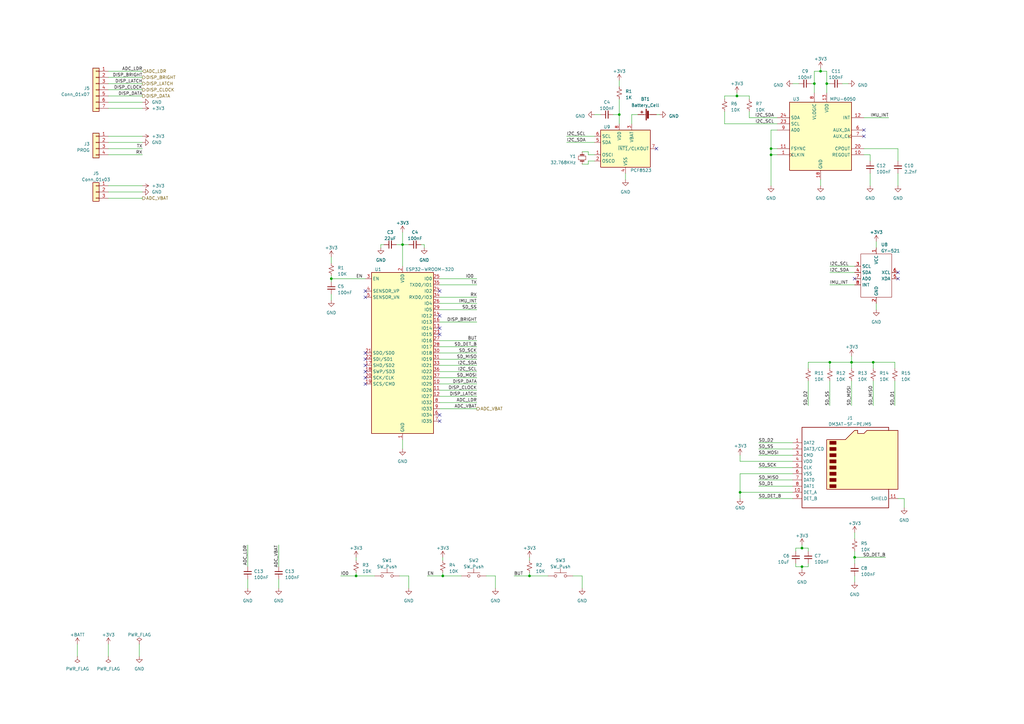
<source format=kicad_sch>
(kicad_sch (version 20230121) (generator eeschema)

  (uuid 6d3c68db-796e-46ce-8188-f6fdd9c9ef2c)

  (paper "A3")

  (title_block
    (title "ESP32 Leanometer")
    (date "2023-04-10")
    (rev "R1.0")
    (company "github.com/theloukou/Leanometer")
    (comment 1 "Lefteris Kantakos")
  )

  (lib_symbols
    (symbol "Connector:Micro_SD_Card_Det2" (in_bom yes) (on_board yes)
      (property "Reference" "J" (at -16.51 17.78 0)
        (effects (font (size 1.27 1.27)))
      )
      (property "Value" "Micro_SD_Card_Det2" (at 16.51 17.78 0)
        (effects (font (size 1.27 1.27)) (justify right))
      )
      (property "Footprint" "" (at 52.07 17.78 0)
        (effects (font (size 1.27 1.27)) hide)
      )
      (property "Datasheet" "https://www.hirose.com/en/product/document?clcode=&productname=&series=DM3&documenttype=Catalog&lang=en&documentid=D49662_en" (at 2.54 2.54 0)
        (effects (font (size 1.27 1.27)) hide)
      )
      (property "ki_keywords" "connector SD microsd" (at 0 0 0)
        (effects (font (size 1.27 1.27)) hide)
      )
      (property "ki_description" "Micro SD Card Socket with two card detection pins" (at 0 0 0)
        (effects (font (size 1.27 1.27)) hide)
      )
      (property "ki_fp_filters" "microSD*" (at 0 0 0)
        (effects (font (size 1.27 1.27)) hide)
      )
      (symbol "Micro_SD_Card_Det2_0_1"
        (rectangle (start -7.62 -6.985) (end -5.08 -8.255)
          (stroke (width 0.254) (type default))
          (fill (type outline))
        )
        (rectangle (start -7.62 -4.445) (end -5.08 -5.715)
          (stroke (width 0.254) (type default))
          (fill (type outline))
        )
        (rectangle (start -7.62 -1.905) (end -5.08 -3.175)
          (stroke (width 0.254) (type default))
          (fill (type outline))
        )
        (rectangle (start -7.62 0.635) (end -5.08 -0.635)
          (stroke (width 0.254) (type default))
          (fill (type outline))
        )
        (rectangle (start -7.62 3.175) (end -5.08 1.905)
          (stroke (width 0.254) (type default))
          (fill (type outline))
        )
        (rectangle (start -7.62 5.715) (end -5.08 4.445)
          (stroke (width 0.254) (type default))
          (fill (type outline))
        )
        (rectangle (start -7.62 8.255) (end -5.08 6.985)
          (stroke (width 0.254) (type default))
          (fill (type outline))
        )
        (rectangle (start -7.62 10.795) (end -5.08 9.525)
          (stroke (width 0.254) (type default))
          (fill (type outline))
        )
        (polyline
          (pts
            (xy 16.51 15.24)
            (xy 16.51 16.51)
            (xy -19.05 16.51)
            (xy -19.05 -16.51)
            (xy 16.51 -16.51)
            (xy 16.51 -8.89)
          )
          (stroke (width 0.254) (type default))
          (fill (type none))
        )
        (polyline
          (pts
            (xy -8.89 -8.89)
            (xy -8.89 11.43)
            (xy -1.27 11.43)
            (xy 2.54 15.24)
            (xy 3.81 15.24)
            (xy 3.81 13.97)
            (xy 6.35 13.97)
            (xy 7.62 15.24)
            (xy 20.32 15.24)
            (xy 20.32 -8.89)
            (xy -8.89 -8.89)
          )
          (stroke (width 0.254) (type default))
          (fill (type background))
        )
      )
      (symbol "Micro_SD_Card_Det2_1_1"
        (pin bidirectional line (at -22.86 10.16 0) (length 3.81)
          (name "DAT2" (effects (font (size 1.27 1.27))))
          (number "1" (effects (font (size 1.27 1.27))))
        )
        (pin passive line (at -22.86 -10.16 0) (length 3.81)
          (name "DET_A" (effects (font (size 1.27 1.27))))
          (number "10" (effects (font (size 1.27 1.27))))
        )
        (pin passive line (at 20.32 -12.7 180) (length 3.81)
          (name "SHIELD" (effects (font (size 1.27 1.27))))
          (number "11" (effects (font (size 1.27 1.27))))
        )
        (pin bidirectional line (at -22.86 7.62 0) (length 3.81)
          (name "DAT3/CD" (effects (font (size 1.27 1.27))))
          (number "2" (effects (font (size 1.27 1.27))))
        )
        (pin input line (at -22.86 5.08 0) (length 3.81)
          (name "CMD" (effects (font (size 1.27 1.27))))
          (number "3" (effects (font (size 1.27 1.27))))
        )
        (pin power_in line (at -22.86 2.54 0) (length 3.81)
          (name "VDD" (effects (font (size 1.27 1.27))))
          (number "4" (effects (font (size 1.27 1.27))))
        )
        (pin input line (at -22.86 0 0) (length 3.81)
          (name "CLK" (effects (font (size 1.27 1.27))))
          (number "5" (effects (font (size 1.27 1.27))))
        )
        (pin power_in line (at -22.86 -2.54 0) (length 3.81)
          (name "VSS" (effects (font (size 1.27 1.27))))
          (number "6" (effects (font (size 1.27 1.27))))
        )
        (pin bidirectional line (at -22.86 -5.08 0) (length 3.81)
          (name "DAT0" (effects (font (size 1.27 1.27))))
          (number "7" (effects (font (size 1.27 1.27))))
        )
        (pin bidirectional line (at -22.86 -7.62 0) (length 3.81)
          (name "DAT1" (effects (font (size 1.27 1.27))))
          (number "8" (effects (font (size 1.27 1.27))))
        )
        (pin passive line (at -22.86 -12.7 0) (length 3.81)
          (name "DET_B" (effects (font (size 1.27 1.27))))
          (number "9" (effects (font (size 1.27 1.27))))
        )
      )
    )
    (symbol "Connector_Generic:Conn_01x03" (pin_names (offset 1.016) hide) (in_bom yes) (on_board yes)
      (property "Reference" "J" (at 0 5.08 0)
        (effects (font (size 1.27 1.27)))
      )
      (property "Value" "Conn_01x03" (at 0 -5.08 0)
        (effects (font (size 1.27 1.27)))
      )
      (property "Footprint" "" (at 0 0 0)
        (effects (font (size 1.27 1.27)) hide)
      )
      (property "Datasheet" "~" (at 0 0 0)
        (effects (font (size 1.27 1.27)) hide)
      )
      (property "ki_keywords" "connector" (at 0 0 0)
        (effects (font (size 1.27 1.27)) hide)
      )
      (property "ki_description" "Generic connector, single row, 01x03, script generated (kicad-library-utils/schlib/autogen/connector/)" (at 0 0 0)
        (effects (font (size 1.27 1.27)) hide)
      )
      (property "ki_fp_filters" "Connector*:*_1x??_*" (at 0 0 0)
        (effects (font (size 1.27 1.27)) hide)
      )
      (symbol "Conn_01x03_1_1"
        (rectangle (start -1.27 -2.413) (end 0 -2.667)
          (stroke (width 0.1524) (type default))
          (fill (type none))
        )
        (rectangle (start -1.27 0.127) (end 0 -0.127)
          (stroke (width 0.1524) (type default))
          (fill (type none))
        )
        (rectangle (start -1.27 2.667) (end 0 2.413)
          (stroke (width 0.1524) (type default))
          (fill (type none))
        )
        (rectangle (start -1.27 3.81) (end 1.27 -3.81)
          (stroke (width 0.254) (type default))
          (fill (type background))
        )
        (pin passive line (at -5.08 2.54 0) (length 3.81)
          (name "Pin_1" (effects (font (size 1.27 1.27))))
          (number "1" (effects (font (size 1.27 1.27))))
        )
        (pin passive line (at -5.08 0 0) (length 3.81)
          (name "Pin_2" (effects (font (size 1.27 1.27))))
          (number "2" (effects (font (size 1.27 1.27))))
        )
        (pin passive line (at -5.08 -2.54 0) (length 3.81)
          (name "Pin_3" (effects (font (size 1.27 1.27))))
          (number "3" (effects (font (size 1.27 1.27))))
        )
      )
    )
    (symbol "Connector_Generic:Conn_01x04" (pin_names (offset 1.016) hide) (in_bom yes) (on_board yes)
      (property "Reference" "J" (at 0 5.08 0)
        (effects (font (size 1.27 1.27)))
      )
      (property "Value" "Conn_01x04" (at 0 -7.62 0)
        (effects (font (size 1.27 1.27)))
      )
      (property "Footprint" "" (at 0 0 0)
        (effects (font (size 1.27 1.27)) hide)
      )
      (property "Datasheet" "~" (at 0 0 0)
        (effects (font (size 1.27 1.27)) hide)
      )
      (property "ki_keywords" "connector" (at 0 0 0)
        (effects (font (size 1.27 1.27)) hide)
      )
      (property "ki_description" "Generic connector, single row, 01x04, script generated (kicad-library-utils/schlib/autogen/connector/)" (at 0 0 0)
        (effects (font (size 1.27 1.27)) hide)
      )
      (property "ki_fp_filters" "Connector*:*_1x??_*" (at 0 0 0)
        (effects (font (size 1.27 1.27)) hide)
      )
      (symbol "Conn_01x04_1_1"
        (rectangle (start -1.27 -4.953) (end 0 -5.207)
          (stroke (width 0.1524) (type default))
          (fill (type none))
        )
        (rectangle (start -1.27 -2.413) (end 0 -2.667)
          (stroke (width 0.1524) (type default))
          (fill (type none))
        )
        (rectangle (start -1.27 0.127) (end 0 -0.127)
          (stroke (width 0.1524) (type default))
          (fill (type none))
        )
        (rectangle (start -1.27 2.667) (end 0 2.413)
          (stroke (width 0.1524) (type default))
          (fill (type none))
        )
        (rectangle (start -1.27 3.81) (end 1.27 -6.35)
          (stroke (width 0.254) (type default))
          (fill (type background))
        )
        (pin passive line (at -5.08 2.54 0) (length 3.81)
          (name "Pin_1" (effects (font (size 1.27 1.27))))
          (number "1" (effects (font (size 1.27 1.27))))
        )
        (pin passive line (at -5.08 0 0) (length 3.81)
          (name "Pin_2" (effects (font (size 1.27 1.27))))
          (number "2" (effects (font (size 1.27 1.27))))
        )
        (pin passive line (at -5.08 -2.54 0) (length 3.81)
          (name "Pin_3" (effects (font (size 1.27 1.27))))
          (number "3" (effects (font (size 1.27 1.27))))
        )
        (pin passive line (at -5.08 -5.08 0) (length 3.81)
          (name "Pin_4" (effects (font (size 1.27 1.27))))
          (number "4" (effects (font (size 1.27 1.27))))
        )
      )
    )
    (symbol "Connector_Generic:Conn_01x07" (pin_names (offset 1.016) hide) (in_bom yes) (on_board yes)
      (property "Reference" "J" (at 0 10.16 0)
        (effects (font (size 1.27 1.27)))
      )
      (property "Value" "Conn_01x07" (at 0 -10.16 0)
        (effects (font (size 1.27 1.27)))
      )
      (property "Footprint" "" (at 0 0 0)
        (effects (font (size 1.27 1.27)) hide)
      )
      (property "Datasheet" "~" (at 0 0 0)
        (effects (font (size 1.27 1.27)) hide)
      )
      (property "ki_keywords" "connector" (at 0 0 0)
        (effects (font (size 1.27 1.27)) hide)
      )
      (property "ki_description" "Generic connector, single row, 01x07, script generated (kicad-library-utils/schlib/autogen/connector/)" (at 0 0 0)
        (effects (font (size 1.27 1.27)) hide)
      )
      (property "ki_fp_filters" "Connector*:*_1x??_*" (at 0 0 0)
        (effects (font (size 1.27 1.27)) hide)
      )
      (symbol "Conn_01x07_1_1"
        (rectangle (start -1.27 -7.493) (end 0 -7.747)
          (stroke (width 0.1524) (type default))
          (fill (type none))
        )
        (rectangle (start -1.27 -4.953) (end 0 -5.207)
          (stroke (width 0.1524) (type default))
          (fill (type none))
        )
        (rectangle (start -1.27 -2.413) (end 0 -2.667)
          (stroke (width 0.1524) (type default))
          (fill (type none))
        )
        (rectangle (start -1.27 0.127) (end 0 -0.127)
          (stroke (width 0.1524) (type default))
          (fill (type none))
        )
        (rectangle (start -1.27 2.667) (end 0 2.413)
          (stroke (width 0.1524) (type default))
          (fill (type none))
        )
        (rectangle (start -1.27 5.207) (end 0 4.953)
          (stroke (width 0.1524) (type default))
          (fill (type none))
        )
        (rectangle (start -1.27 7.747) (end 0 7.493)
          (stroke (width 0.1524) (type default))
          (fill (type none))
        )
        (rectangle (start -1.27 8.89) (end 1.27 -8.89)
          (stroke (width 0.254) (type default))
          (fill (type background))
        )
        (pin passive line (at -5.08 7.62 0) (length 3.81)
          (name "Pin_1" (effects (font (size 1.27 1.27))))
          (number "1" (effects (font (size 1.27 1.27))))
        )
        (pin passive line (at -5.08 5.08 0) (length 3.81)
          (name "Pin_2" (effects (font (size 1.27 1.27))))
          (number "2" (effects (font (size 1.27 1.27))))
        )
        (pin passive line (at -5.08 2.54 0) (length 3.81)
          (name "Pin_3" (effects (font (size 1.27 1.27))))
          (number "3" (effects (font (size 1.27 1.27))))
        )
        (pin passive line (at -5.08 0 0) (length 3.81)
          (name "Pin_4" (effects (font (size 1.27 1.27))))
          (number "4" (effects (font (size 1.27 1.27))))
        )
        (pin passive line (at -5.08 -2.54 0) (length 3.81)
          (name "Pin_5" (effects (font (size 1.27 1.27))))
          (number "5" (effects (font (size 1.27 1.27))))
        )
        (pin passive line (at -5.08 -5.08 0) (length 3.81)
          (name "Pin_6" (effects (font (size 1.27 1.27))))
          (number "6" (effects (font (size 1.27 1.27))))
        )
        (pin passive line (at -5.08 -7.62 0) (length 3.81)
          (name "Pin_7" (effects (font (size 1.27 1.27))))
          (number "7" (effects (font (size 1.27 1.27))))
        )
      )
    )
    (symbol "Device:Battery_Cell" (pin_numbers hide) (pin_names (offset 0) hide) (in_bom yes) (on_board yes)
      (property "Reference" "BT" (at 2.54 2.54 0)
        (effects (font (size 1.27 1.27)) (justify left))
      )
      (property "Value" "Battery_Cell" (at 2.54 0 0)
        (effects (font (size 1.27 1.27)) (justify left))
      )
      (property "Footprint" "" (at 0 1.524 90)
        (effects (font (size 1.27 1.27)) hide)
      )
      (property "Datasheet" "~" (at 0 1.524 90)
        (effects (font (size 1.27 1.27)) hide)
      )
      (property "ki_keywords" "battery cell" (at 0 0 0)
        (effects (font (size 1.27 1.27)) hide)
      )
      (property "ki_description" "Single-cell battery" (at 0 0 0)
        (effects (font (size 1.27 1.27)) hide)
      )
      (symbol "Battery_Cell_0_1"
        (rectangle (start -2.286 1.778) (end 2.286 1.524)
          (stroke (width 0) (type default))
          (fill (type outline))
        )
        (rectangle (start -1.5748 1.1938) (end 1.4732 0.6858)
          (stroke (width 0) (type default))
          (fill (type outline))
        )
        (polyline
          (pts
            (xy 0 0.762)
            (xy 0 0)
          )
          (stroke (width 0) (type default))
          (fill (type none))
        )
        (polyline
          (pts
            (xy 0 1.778)
            (xy 0 2.54)
          )
          (stroke (width 0) (type default))
          (fill (type none))
        )
        (polyline
          (pts
            (xy 0.508 3.429)
            (xy 1.524 3.429)
          )
          (stroke (width 0.254) (type default))
          (fill (type none))
        )
        (polyline
          (pts
            (xy 1.016 3.937)
            (xy 1.016 2.921)
          )
          (stroke (width 0.254) (type default))
          (fill (type none))
        )
      )
      (symbol "Battery_Cell_1_1"
        (pin passive line (at 0 5.08 270) (length 2.54)
          (name "+" (effects (font (size 1.27 1.27))))
          (number "1" (effects (font (size 1.27 1.27))))
        )
        (pin passive line (at 0 -2.54 90) (length 2.54)
          (name "-" (effects (font (size 1.27 1.27))))
          (number "2" (effects (font (size 1.27 1.27))))
        )
      )
    )
    (symbol "Device:C_Small" (pin_numbers hide) (pin_names (offset 0.254) hide) (in_bom yes) (on_board yes)
      (property "Reference" "C" (at 0.254 1.778 0)
        (effects (font (size 1.27 1.27)) (justify left))
      )
      (property "Value" "C_Small" (at 0.254 -2.032 0)
        (effects (font (size 1.27 1.27)) (justify left))
      )
      (property "Footprint" "" (at 0 0 0)
        (effects (font (size 1.27 1.27)) hide)
      )
      (property "Datasheet" "~" (at 0 0 0)
        (effects (font (size 1.27 1.27)) hide)
      )
      (property "ki_keywords" "capacitor cap" (at 0 0 0)
        (effects (font (size 1.27 1.27)) hide)
      )
      (property "ki_description" "Unpolarized capacitor, small symbol" (at 0 0 0)
        (effects (font (size 1.27 1.27)) hide)
      )
      (property "ki_fp_filters" "C_*" (at 0 0 0)
        (effects (font (size 1.27 1.27)) hide)
      )
      (symbol "C_Small_0_1"
        (polyline
          (pts
            (xy -1.524 -0.508)
            (xy 1.524 -0.508)
          )
          (stroke (width 0.3302) (type default))
          (fill (type none))
        )
        (polyline
          (pts
            (xy -1.524 0.508)
            (xy 1.524 0.508)
          )
          (stroke (width 0.3048) (type default))
          (fill (type none))
        )
      )
      (symbol "C_Small_1_1"
        (pin passive line (at 0 2.54 270) (length 2.032)
          (name "~" (effects (font (size 1.27 1.27))))
          (number "1" (effects (font (size 1.27 1.27))))
        )
        (pin passive line (at 0 -2.54 90) (length 2.032)
          (name "~" (effects (font (size 1.27 1.27))))
          (number "2" (effects (font (size 1.27 1.27))))
        )
      )
    )
    (symbol "Device:Crystal_Small" (pin_numbers hide) (pin_names (offset 1.016) hide) (in_bom yes) (on_board yes)
      (property "Reference" "Y" (at 0 2.54 0)
        (effects (font (size 1.27 1.27)))
      )
      (property "Value" "Crystal_Small" (at 0 -2.54 0)
        (effects (font (size 1.27 1.27)))
      )
      (property "Footprint" "" (at 0 0 0)
        (effects (font (size 1.27 1.27)) hide)
      )
      (property "Datasheet" "~" (at 0 0 0)
        (effects (font (size 1.27 1.27)) hide)
      )
      (property "ki_keywords" "quartz ceramic resonator oscillator" (at 0 0 0)
        (effects (font (size 1.27 1.27)) hide)
      )
      (property "ki_description" "Two pin crystal, small symbol" (at 0 0 0)
        (effects (font (size 1.27 1.27)) hide)
      )
      (property "ki_fp_filters" "Crystal*" (at 0 0 0)
        (effects (font (size 1.27 1.27)) hide)
      )
      (symbol "Crystal_Small_0_1"
        (rectangle (start -0.762 -1.524) (end 0.762 1.524)
          (stroke (width 0) (type default))
          (fill (type none))
        )
        (polyline
          (pts
            (xy -1.27 -0.762)
            (xy -1.27 0.762)
          )
          (stroke (width 0.381) (type default))
          (fill (type none))
        )
        (polyline
          (pts
            (xy 1.27 -0.762)
            (xy 1.27 0.762)
          )
          (stroke (width 0.381) (type default))
          (fill (type none))
        )
      )
      (symbol "Crystal_Small_1_1"
        (pin passive line (at -2.54 0 0) (length 1.27)
          (name "1" (effects (font (size 1.27 1.27))))
          (number "1" (effects (font (size 1.27 1.27))))
        )
        (pin passive line (at 2.54 0 180) (length 1.27)
          (name "2" (effects (font (size 1.27 1.27))))
          (number "2" (effects (font (size 1.27 1.27))))
        )
      )
    )
    (symbol "Device:R_Small_US" (pin_numbers hide) (pin_names (offset 0.254) hide) (in_bom yes) (on_board yes)
      (property "Reference" "R" (at 0.762 0.508 0)
        (effects (font (size 1.27 1.27)) (justify left))
      )
      (property "Value" "R_Small_US" (at 0.762 -1.016 0)
        (effects (font (size 1.27 1.27)) (justify left))
      )
      (property "Footprint" "" (at 0 0 0)
        (effects (font (size 1.27 1.27)) hide)
      )
      (property "Datasheet" "~" (at 0 0 0)
        (effects (font (size 1.27 1.27)) hide)
      )
      (property "ki_keywords" "r resistor" (at 0 0 0)
        (effects (font (size 1.27 1.27)) hide)
      )
      (property "ki_description" "Resistor, small US symbol" (at 0 0 0)
        (effects (font (size 1.27 1.27)) hide)
      )
      (property "ki_fp_filters" "R_*" (at 0 0 0)
        (effects (font (size 1.27 1.27)) hide)
      )
      (symbol "R_Small_US_1_1"
        (polyline
          (pts
            (xy 0 0)
            (xy 1.016 -0.381)
            (xy 0 -0.762)
            (xy -1.016 -1.143)
            (xy 0 -1.524)
          )
          (stroke (width 0) (type default))
          (fill (type none))
        )
        (polyline
          (pts
            (xy 0 1.524)
            (xy 1.016 1.143)
            (xy 0 0.762)
            (xy -1.016 0.381)
            (xy 0 0)
          )
          (stroke (width 0) (type default))
          (fill (type none))
        )
        (pin passive line (at 0 2.54 270) (length 1.016)
          (name "~" (effects (font (size 1.27 1.27))))
          (number "1" (effects (font (size 1.27 1.27))))
        )
        (pin passive line (at 0 -2.54 90) (length 1.016)
          (name "~" (effects (font (size 1.27 1.27))))
          (number "2" (effects (font (size 1.27 1.27))))
        )
      )
    )
    (symbol "MPU6050(GY-521):MPU6050(GY-521)" (in_bom yes) (on_board yes)
      (property "Reference" "U" (at -5.08 10.16 0)
        (effects (font (size 1.27 1.27)))
      )
      (property "Value" "GY-521" (at 5.08 10.16 0)
        (effects (font (size 1.27 1.27)))
      )
      (property "Footprint" "MPU6050(GY-521):MPU6050(GY-521)" (at 0 0 0)
        (effects (font (size 1.27 1.27)) hide)
      )
      (property "Datasheet" "" (at 0 0 0)
        (effects (font (size 1.27 1.27)) hide)
      )
      (symbol "MPU6050(GY-521)_0_1"
        (rectangle (start -6.35 8.89) (end 6.35 -8.89)
          (stroke (width 0) (type default))
          (fill (type none))
        )
      )
      (symbol "MPU6050(GY-521)_1_1"
        (pin power_in line (at 0 11.43 270) (length 2.54)
          (name "VCC" (effects (font (size 1.27 1.27))))
          (number "1" (effects (font (size 1.27 1.27))))
        )
        (pin power_in line (at 0 -11.43 90) (length 2.54)
          (name "GND" (effects (font (size 1.27 1.27))))
          (number "2" (effects (font (size 1.27 1.27))))
        )
        (pin input line (at -8.89 3.81 0) (length 2.54)
          (name "SCL" (effects (font (size 1.27 1.27))))
          (number "3" (effects (font (size 1.27 1.27))))
        )
        (pin bidirectional line (at -8.89 1.27 0) (length 2.54)
          (name "SDA" (effects (font (size 1.27 1.27))))
          (number "4" (effects (font (size 1.27 1.27))))
        )
        (pin bidirectional line (at 8.89 -1.27 180) (length 2.54)
          (name "XDA" (effects (font (size 1.27 1.27))))
          (number "5" (effects (font (size 1.27 1.27))))
        )
        (pin output line (at 8.89 1.27 180) (length 2.54)
          (name "XCL" (effects (font (size 1.27 1.27))))
          (number "6" (effects (font (size 1.27 1.27))))
        )
        (pin input line (at -8.89 -1.27 0) (length 2.54)
          (name "AD0" (effects (font (size 1.27 1.27))))
          (number "7" (effects (font (size 1.27 1.27))))
        )
        (pin output line (at -8.89 -3.81 0) (length 2.54)
          (name "INT" (effects (font (size 1.27 1.27))))
          (number "8" (effects (font (size 1.27 1.27))))
        )
      )
    )
    (symbol "RF_Module:ESP32-WROOM-32D" (in_bom yes) (on_board yes)
      (property "Reference" "U" (at -12.7 34.29 0)
        (effects (font (size 1.27 1.27)) (justify left))
      )
      (property "Value" "ESP32-WROOM-32D" (at 1.27 34.29 0)
        (effects (font (size 1.27 1.27)) (justify left))
      )
      (property "Footprint" "RF_Module:ESP32-WROOM-32D" (at 16.51 -34.29 0)
        (effects (font (size 1.27 1.27)) hide)
      )
      (property "Datasheet" "https://www.espressif.com/sites/default/files/documentation/esp32-wroom-32d_esp32-wroom-32u_datasheet_en.pdf" (at -7.62 1.27 0)
        (effects (font (size 1.27 1.27)) hide)
      )
      (property "ki_keywords" "RF Radio BT ESP ESP32 Espressif onboard PCB antenna" (at 0 0 0)
        (effects (font (size 1.27 1.27)) hide)
      )
      (property "ki_description" "RF Module, ESP32-D0WD SoC, Wi-Fi 802.11b/g/n, Bluetooth, BLE, 32-bit, 2.7-3.6V, onboard antenna, SMD" (at 0 0 0)
        (effects (font (size 1.27 1.27)) hide)
      )
      (property "ki_fp_filters" "ESP32?WROOM?32D*" (at 0 0 0)
        (effects (font (size 1.27 1.27)) hide)
      )
      (symbol "ESP32-WROOM-32D_0_1"
        (rectangle (start -12.7 33.02) (end 12.7 -33.02)
          (stroke (width 0.254) (type default))
          (fill (type background))
        )
      )
      (symbol "ESP32-WROOM-32D_1_1"
        (pin power_in line (at 0 -35.56 90) (length 2.54)
          (name "GND" (effects (font (size 1.27 1.27))))
          (number "1" (effects (font (size 1.27 1.27))))
        )
        (pin bidirectional line (at 15.24 -12.7 180) (length 2.54)
          (name "IO25" (effects (font (size 1.27 1.27))))
          (number "10" (effects (font (size 1.27 1.27))))
        )
        (pin bidirectional line (at 15.24 -15.24 180) (length 2.54)
          (name "IO26" (effects (font (size 1.27 1.27))))
          (number "11" (effects (font (size 1.27 1.27))))
        )
        (pin bidirectional line (at 15.24 -17.78 180) (length 2.54)
          (name "IO27" (effects (font (size 1.27 1.27))))
          (number "12" (effects (font (size 1.27 1.27))))
        )
        (pin bidirectional line (at 15.24 10.16 180) (length 2.54)
          (name "IO14" (effects (font (size 1.27 1.27))))
          (number "13" (effects (font (size 1.27 1.27))))
        )
        (pin bidirectional line (at 15.24 15.24 180) (length 2.54)
          (name "IO12" (effects (font (size 1.27 1.27))))
          (number "14" (effects (font (size 1.27 1.27))))
        )
        (pin passive line (at 0 -35.56 90) (length 2.54) hide
          (name "GND" (effects (font (size 1.27 1.27))))
          (number "15" (effects (font (size 1.27 1.27))))
        )
        (pin bidirectional line (at 15.24 12.7 180) (length 2.54)
          (name "IO13" (effects (font (size 1.27 1.27))))
          (number "16" (effects (font (size 1.27 1.27))))
        )
        (pin bidirectional line (at -15.24 -5.08 0) (length 2.54)
          (name "SHD/SD2" (effects (font (size 1.27 1.27))))
          (number "17" (effects (font (size 1.27 1.27))))
        )
        (pin bidirectional line (at -15.24 -7.62 0) (length 2.54)
          (name "SWP/SD3" (effects (font (size 1.27 1.27))))
          (number "18" (effects (font (size 1.27 1.27))))
        )
        (pin bidirectional line (at -15.24 -12.7 0) (length 2.54)
          (name "SCS/CMD" (effects (font (size 1.27 1.27))))
          (number "19" (effects (font (size 1.27 1.27))))
        )
        (pin power_in line (at 0 35.56 270) (length 2.54)
          (name "VDD" (effects (font (size 1.27 1.27))))
          (number "2" (effects (font (size 1.27 1.27))))
        )
        (pin bidirectional line (at -15.24 -10.16 0) (length 2.54)
          (name "SCK/CLK" (effects (font (size 1.27 1.27))))
          (number "20" (effects (font (size 1.27 1.27))))
        )
        (pin bidirectional line (at -15.24 0 0) (length 2.54)
          (name "SDO/SD0" (effects (font (size 1.27 1.27))))
          (number "21" (effects (font (size 1.27 1.27))))
        )
        (pin bidirectional line (at -15.24 -2.54 0) (length 2.54)
          (name "SDI/SD1" (effects (font (size 1.27 1.27))))
          (number "22" (effects (font (size 1.27 1.27))))
        )
        (pin bidirectional line (at 15.24 7.62 180) (length 2.54)
          (name "IO15" (effects (font (size 1.27 1.27))))
          (number "23" (effects (font (size 1.27 1.27))))
        )
        (pin bidirectional line (at 15.24 25.4 180) (length 2.54)
          (name "IO2" (effects (font (size 1.27 1.27))))
          (number "24" (effects (font (size 1.27 1.27))))
        )
        (pin bidirectional line (at 15.24 30.48 180) (length 2.54)
          (name "IO0" (effects (font (size 1.27 1.27))))
          (number "25" (effects (font (size 1.27 1.27))))
        )
        (pin bidirectional line (at 15.24 20.32 180) (length 2.54)
          (name "IO4" (effects (font (size 1.27 1.27))))
          (number "26" (effects (font (size 1.27 1.27))))
        )
        (pin bidirectional line (at 15.24 5.08 180) (length 2.54)
          (name "IO16" (effects (font (size 1.27 1.27))))
          (number "27" (effects (font (size 1.27 1.27))))
        )
        (pin bidirectional line (at 15.24 2.54 180) (length 2.54)
          (name "IO17" (effects (font (size 1.27 1.27))))
          (number "28" (effects (font (size 1.27 1.27))))
        )
        (pin bidirectional line (at 15.24 17.78 180) (length 2.54)
          (name "IO5" (effects (font (size 1.27 1.27))))
          (number "29" (effects (font (size 1.27 1.27))))
        )
        (pin input line (at -15.24 30.48 0) (length 2.54)
          (name "EN" (effects (font (size 1.27 1.27))))
          (number "3" (effects (font (size 1.27 1.27))))
        )
        (pin bidirectional line (at 15.24 0 180) (length 2.54)
          (name "IO18" (effects (font (size 1.27 1.27))))
          (number "30" (effects (font (size 1.27 1.27))))
        )
        (pin bidirectional line (at 15.24 -2.54 180) (length 2.54)
          (name "IO19" (effects (font (size 1.27 1.27))))
          (number "31" (effects (font (size 1.27 1.27))))
        )
        (pin no_connect line (at -12.7 -27.94 0) (length 2.54) hide
          (name "NC" (effects (font (size 1.27 1.27))))
          (number "32" (effects (font (size 1.27 1.27))))
        )
        (pin bidirectional line (at 15.24 -5.08 180) (length 2.54)
          (name "IO21" (effects (font (size 1.27 1.27))))
          (number "33" (effects (font (size 1.27 1.27))))
        )
        (pin bidirectional line (at 15.24 22.86 180) (length 2.54)
          (name "RXD0/IO3" (effects (font (size 1.27 1.27))))
          (number "34" (effects (font (size 1.27 1.27))))
        )
        (pin bidirectional line (at 15.24 27.94 180) (length 2.54)
          (name "TXD0/IO1" (effects (font (size 1.27 1.27))))
          (number "35" (effects (font (size 1.27 1.27))))
        )
        (pin bidirectional line (at 15.24 -7.62 180) (length 2.54)
          (name "IO22" (effects (font (size 1.27 1.27))))
          (number "36" (effects (font (size 1.27 1.27))))
        )
        (pin bidirectional line (at 15.24 -10.16 180) (length 2.54)
          (name "IO23" (effects (font (size 1.27 1.27))))
          (number "37" (effects (font (size 1.27 1.27))))
        )
        (pin passive line (at 0 -35.56 90) (length 2.54) hide
          (name "GND" (effects (font (size 1.27 1.27))))
          (number "38" (effects (font (size 1.27 1.27))))
        )
        (pin passive line (at 0 -35.56 90) (length 2.54) hide
          (name "GND" (effects (font (size 1.27 1.27))))
          (number "39" (effects (font (size 1.27 1.27))))
        )
        (pin input line (at -15.24 25.4 0) (length 2.54)
          (name "SENSOR_VP" (effects (font (size 1.27 1.27))))
          (number "4" (effects (font (size 1.27 1.27))))
        )
        (pin input line (at -15.24 22.86 0) (length 2.54)
          (name "SENSOR_VN" (effects (font (size 1.27 1.27))))
          (number "5" (effects (font (size 1.27 1.27))))
        )
        (pin input line (at 15.24 -25.4 180) (length 2.54)
          (name "IO34" (effects (font (size 1.27 1.27))))
          (number "6" (effects (font (size 1.27 1.27))))
        )
        (pin input line (at 15.24 -27.94 180) (length 2.54)
          (name "IO35" (effects (font (size 1.27 1.27))))
          (number "7" (effects (font (size 1.27 1.27))))
        )
        (pin bidirectional line (at 15.24 -20.32 180) (length 2.54)
          (name "IO32" (effects (font (size 1.27 1.27))))
          (number "8" (effects (font (size 1.27 1.27))))
        )
        (pin bidirectional line (at 15.24 -22.86 180) (length 2.54)
          (name "IO33" (effects (font (size 1.27 1.27))))
          (number "9" (effects (font (size 1.27 1.27))))
        )
      )
    )
    (symbol "Sensor_Motion:MPU-6050" (in_bom yes) (on_board yes)
      (property "Reference" "U" (at -11.43 13.97 0)
        (effects (font (size 1.27 1.27)))
      )
      (property "Value" "MPU-6050" (at 7.62 -15.24 0)
        (effects (font (size 1.27 1.27)))
      )
      (property "Footprint" "Sensor_Motion:InvenSense_QFN-24_4x4mm_P0.5mm" (at 0 -20.32 0)
        (effects (font (size 1.27 1.27)) hide)
      )
      (property "Datasheet" "https://invensense.tdk.com/wp-content/uploads/2015/02/MPU-6000-Datasheet1.pdf" (at 0 -3.81 0)
        (effects (font (size 1.27 1.27)) hide)
      )
      (property "ki_keywords" "mems" (at 0 0 0)
        (effects (font (size 1.27 1.27)) hide)
      )
      (property "ki_description" "InvenSense 6-Axis Motion Sensor, Gyroscope, Accelerometer, I2C" (at 0 0 0)
        (effects (font (size 1.27 1.27)) hide)
      )
      (property "ki_fp_filters" "*QFN*4x4mm*P0.5mm*" (at 0 0 0)
        (effects (font (size 1.27 1.27)) hide)
      )
      (symbol "MPU-6050_0_0"
        (text "" (at 12.7 -2.54 0)
          (effects (font (size 1.27 1.27)))
        )
      )
      (symbol "MPU-6050_0_1"
        (rectangle (start -12.7 13.97) (end 12.7 -13.97)
          (stroke (width 0.254) (type default))
          (fill (type background))
        )
      )
      (symbol "MPU-6050_1_1"
        (pin input clock (at -17.78 -7.62 0) (length 5.08)
          (name "CLKIN" (effects (font (size 1.27 1.27))))
          (number "1" (effects (font (size 1.27 1.27))))
        )
        (pin passive line (at 17.78 -7.62 180) (length 5.08)
          (name "REGOUT" (effects (font (size 1.27 1.27))))
          (number "10" (effects (font (size 1.27 1.27))))
        )
        (pin input line (at -17.78 -5.08 0) (length 5.08)
          (name "FSYNC" (effects (font (size 1.27 1.27))))
          (number "11" (effects (font (size 1.27 1.27))))
        )
        (pin output line (at 17.78 7.62 180) (length 5.08)
          (name "INT" (effects (font (size 1.27 1.27))))
          (number "12" (effects (font (size 1.27 1.27))))
        )
        (pin power_in line (at 2.54 17.78 270) (length 3.81)
          (name "VDD" (effects (font (size 1.27 1.27))))
          (number "13" (effects (font (size 1.27 1.27))))
        )
        (pin no_connect line (at -12.7 -10.16 0) (length 2.54) hide
          (name "NC" (effects (font (size 1.27 1.27))))
          (number "14" (effects (font (size 1.27 1.27))))
        )
        (pin no_connect line (at 12.7 12.7 180) (length 2.54) hide
          (name "NC" (effects (font (size 1.27 1.27))))
          (number "15" (effects (font (size 1.27 1.27))))
        )
        (pin no_connect line (at 12.7 10.16 180) (length 2.54) hide
          (name "NC" (effects (font (size 1.27 1.27))))
          (number "16" (effects (font (size 1.27 1.27))))
        )
        (pin no_connect line (at 12.7 5.08 180) (length 2.54) hide
          (name "NC" (effects (font (size 1.27 1.27))))
          (number "17" (effects (font (size 1.27 1.27))))
        )
        (pin power_in line (at 0 -17.78 90) (length 3.81)
          (name "GND" (effects (font (size 1.27 1.27))))
          (number "18" (effects (font (size 1.27 1.27))))
        )
        (pin no_connect line (at 12.7 -10.16 180) (length 2.54) hide
          (name "RESV" (effects (font (size 1.27 1.27))))
          (number "19" (effects (font (size 1.27 1.27))))
        )
        (pin no_connect line (at -12.7 12.7 0) (length 2.54) hide
          (name "NC" (effects (font (size 1.27 1.27))))
          (number "2" (effects (font (size 1.27 1.27))))
        )
        (pin passive line (at 17.78 -5.08 180) (length 5.08)
          (name "CPOUT" (effects (font (size 1.27 1.27))))
          (number "20" (effects (font (size 1.27 1.27))))
        )
        (pin no_connect line (at 12.7 -2.54 180) (length 2.54) hide
          (name "RESV" (effects (font (size 1.27 1.27))))
          (number "21" (effects (font (size 1.27 1.27))))
        )
        (pin no_connect line (at 12.7 -12.7 180) (length 2.54) hide
          (name "RESV" (effects (font (size 1.27 1.27))))
          (number "22" (effects (font (size 1.27 1.27))))
        )
        (pin input line (at -17.78 5.08 0) (length 5.08)
          (name "SCL" (effects (font (size 1.27 1.27))))
          (number "23" (effects (font (size 1.27 1.27))))
        )
        (pin bidirectional line (at -17.78 7.62 0) (length 5.08)
          (name "SDA" (effects (font (size 1.27 1.27))))
          (number "24" (effects (font (size 1.27 1.27))))
        )
        (pin no_connect line (at -12.7 10.16 0) (length 2.54) hide
          (name "NC" (effects (font (size 1.27 1.27))))
          (number "3" (effects (font (size 1.27 1.27))))
        )
        (pin no_connect line (at -12.7 0 0) (length 2.54) hide
          (name "NC" (effects (font (size 1.27 1.27))))
          (number "4" (effects (font (size 1.27 1.27))))
        )
        (pin no_connect line (at -12.7 -2.54 0) (length 2.54) hide
          (name "NC" (effects (font (size 1.27 1.27))))
          (number "5" (effects (font (size 1.27 1.27))))
        )
        (pin bidirectional line (at 17.78 2.54 180) (length 5.08)
          (name "AUX_DA" (effects (font (size 1.27 1.27))))
          (number "6" (effects (font (size 1.27 1.27))))
        )
        (pin output clock (at 17.78 0 180) (length 5.08)
          (name "AUX_CL" (effects (font (size 1.27 1.27))))
          (number "7" (effects (font (size 1.27 1.27))))
        )
        (pin power_in line (at -2.54 17.78 270) (length 3.81)
          (name "VLOGIC" (effects (font (size 1.27 1.27))))
          (number "8" (effects (font (size 1.27 1.27))))
        )
        (pin input line (at -17.78 2.54 0) (length 5.08)
          (name "AD0" (effects (font (size 1.27 1.27))))
          (number "9" (effects (font (size 1.27 1.27))))
        )
      )
    )
    (symbol "Switch:SW_Push" (pin_numbers hide) (pin_names (offset 1.016) hide) (in_bom yes) (on_board yes)
      (property "Reference" "SW" (at 1.27 2.54 0)
        (effects (font (size 1.27 1.27)) (justify left))
      )
      (property "Value" "SW_Push" (at 0 -1.524 0)
        (effects (font (size 1.27 1.27)))
      )
      (property "Footprint" "" (at 0 5.08 0)
        (effects (font (size 1.27 1.27)) hide)
      )
      (property "Datasheet" "~" (at 0 5.08 0)
        (effects (font (size 1.27 1.27)) hide)
      )
      (property "ki_keywords" "switch normally-open pushbutton push-button" (at 0 0 0)
        (effects (font (size 1.27 1.27)) hide)
      )
      (property "ki_description" "Push button switch, generic, two pins" (at 0 0 0)
        (effects (font (size 1.27 1.27)) hide)
      )
      (symbol "SW_Push_0_1"
        (circle (center -2.032 0) (radius 0.508)
          (stroke (width 0) (type default))
          (fill (type none))
        )
        (polyline
          (pts
            (xy 0 1.27)
            (xy 0 3.048)
          )
          (stroke (width 0) (type default))
          (fill (type none))
        )
        (polyline
          (pts
            (xy 2.54 1.27)
            (xy -2.54 1.27)
          )
          (stroke (width 0) (type default))
          (fill (type none))
        )
        (circle (center 2.032 0) (radius 0.508)
          (stroke (width 0) (type default))
          (fill (type none))
        )
        (pin passive line (at -5.08 0 0) (length 2.54)
          (name "1" (effects (font (size 1.27 1.27))))
          (number "1" (effects (font (size 1.27 1.27))))
        )
        (pin passive line (at 5.08 0 180) (length 2.54)
          (name "2" (effects (font (size 1.27 1.27))))
          (number "2" (effects (font (size 1.27 1.27))))
        )
      )
    )
    (symbol "Timer_RTC:PCF8523T" (in_bom yes) (on_board yes)
      (property "Reference" "U" (at -10.16 8.89 0)
        (effects (font (size 1.27 1.27)) (justify left))
      )
      (property "Value" "PCF8523T" (at 3.81 8.89 0)
        (effects (font (size 1.27 1.27)) (justify left))
      )
      (property "Footprint" "Package_SO:SOIC-8_3.9x4.9mm_P1.27mm" (at 20.32 -8.89 0)
        (effects (font (size 1.27 1.27)) hide)
      )
      (property "Datasheet" "https://www.nxp.com/docs/en/data-sheet/PCF8523.pdf" (at 0 0 0)
        (effects (font (size 1.27 1.27)) hide)
      )
      (property "ki_keywords" "I2C RTC Clock Calendar" (at 0 0 0)
        (effects (font (size 1.27 1.27)) hide)
      )
      (property "ki_description" "Realtime Clock/Calendar I2C Interface, SOIC-8" (at 0 0 0)
        (effects (font (size 1.27 1.27)) hide)
      )
      (property "ki_fp_filters" "SOIC*3.9x4.9mm*P1.27mm*" (at 0 0 0)
        (effects (font (size 1.27 1.27)) hide)
      )
      (symbol "PCF8523T_0_1"
        (rectangle (start -10.16 7.62) (end 10.16 -7.62)
          (stroke (width 0.254) (type default))
          (fill (type background))
        )
      )
      (symbol "PCF8523T_1_1"
        (pin input line (at -12.7 -2.54 0) (length 2.54)
          (name "OSCI" (effects (font (size 1.27 1.27))))
          (number "1" (effects (font (size 1.27 1.27))))
        )
        (pin output line (at -12.7 -5.08 0) (length 2.54)
          (name "OSCO" (effects (font (size 1.27 1.27))))
          (number "2" (effects (font (size 1.27 1.27))))
        )
        (pin power_in line (at 2.54 10.16 270) (length 2.54)
          (name "VBAT" (effects (font (size 1.27 1.27))))
          (number "3" (effects (font (size 1.27 1.27))))
        )
        (pin power_in line (at 0 -10.16 90) (length 2.54)
          (name "VSS" (effects (font (size 1.27 1.27))))
          (number "4" (effects (font (size 1.27 1.27))))
        )
        (pin bidirectional line (at -12.7 2.54 0) (length 2.54)
          (name "SDA" (effects (font (size 1.27 1.27))))
          (number "5" (effects (font (size 1.27 1.27))))
        )
        (pin input line (at -12.7 5.08 0) (length 2.54)
          (name "SCL" (effects (font (size 1.27 1.27))))
          (number "6" (effects (font (size 1.27 1.27))))
        )
        (pin open_collector line (at 12.7 0 180) (length 2.54)
          (name "~{INT1}/CLKOUT" (effects (font (size 1.27 1.27))))
          (number "7" (effects (font (size 1.27 1.27))))
        )
        (pin power_in line (at -2.54 10.16 270) (length 2.54)
          (name "VDD" (effects (font (size 1.27 1.27))))
          (number "8" (effects (font (size 1.27 1.27))))
        )
      )
    )
    (symbol "power:+3V3" (power) (pin_names (offset 0)) (in_bom yes) (on_board yes)
      (property "Reference" "#PWR" (at 0 -3.81 0)
        (effects (font (size 1.27 1.27)) hide)
      )
      (property "Value" "+3V3" (at 0 3.556 0)
        (effects (font (size 1.27 1.27)))
      )
      (property "Footprint" "" (at 0 0 0)
        (effects (font (size 1.27 1.27)) hide)
      )
      (property "Datasheet" "" (at 0 0 0)
        (effects (font (size 1.27 1.27)) hide)
      )
      (property "ki_keywords" "global power" (at 0 0 0)
        (effects (font (size 1.27 1.27)) hide)
      )
      (property "ki_description" "Power symbol creates a global label with name \"+3V3\"" (at 0 0 0)
        (effects (font (size 1.27 1.27)) hide)
      )
      (symbol "+3V3_0_1"
        (polyline
          (pts
            (xy -0.762 1.27)
            (xy 0 2.54)
          )
          (stroke (width 0) (type default))
          (fill (type none))
        )
        (polyline
          (pts
            (xy 0 0)
            (xy 0 2.54)
          )
          (stroke (width 0) (type default))
          (fill (type none))
        )
        (polyline
          (pts
            (xy 0 2.54)
            (xy 0.762 1.27)
          )
          (stroke (width 0) (type default))
          (fill (type none))
        )
      )
      (symbol "+3V3_1_1"
        (pin power_in line (at 0 0 90) (length 0) hide
          (name "+3V3" (effects (font (size 1.27 1.27))))
          (number "1" (effects (font (size 1.27 1.27))))
        )
      )
    )
    (symbol "power:+BATT" (power) (pin_names (offset 0)) (in_bom yes) (on_board yes)
      (property "Reference" "#PWR" (at 0 -3.81 0)
        (effects (font (size 1.27 1.27)) hide)
      )
      (property "Value" "+BATT" (at 0 3.556 0)
        (effects (font (size 1.27 1.27)))
      )
      (property "Footprint" "" (at 0 0 0)
        (effects (font (size 1.27 1.27)) hide)
      )
      (property "Datasheet" "" (at 0 0 0)
        (effects (font (size 1.27 1.27)) hide)
      )
      (property "ki_keywords" "global power battery" (at 0 0 0)
        (effects (font (size 1.27 1.27)) hide)
      )
      (property "ki_description" "Power symbol creates a global label with name \"+BATT\"" (at 0 0 0)
        (effects (font (size 1.27 1.27)) hide)
      )
      (symbol "+BATT_0_1"
        (polyline
          (pts
            (xy -0.762 1.27)
            (xy 0 2.54)
          )
          (stroke (width 0) (type default))
          (fill (type none))
        )
        (polyline
          (pts
            (xy 0 0)
            (xy 0 2.54)
          )
          (stroke (width 0) (type default))
          (fill (type none))
        )
        (polyline
          (pts
            (xy 0 2.54)
            (xy 0.762 1.27)
          )
          (stroke (width 0) (type default))
          (fill (type none))
        )
      )
      (symbol "+BATT_1_1"
        (pin power_in line (at 0 0 90) (length 0) hide
          (name "+BATT" (effects (font (size 1.27 1.27))))
          (number "1" (effects (font (size 1.27 1.27))))
        )
      )
    )
    (symbol "power:GND" (power) (pin_names (offset 0)) (in_bom yes) (on_board yes)
      (property "Reference" "#PWR" (at 0 -6.35 0)
        (effects (font (size 1.27 1.27)) hide)
      )
      (property "Value" "GND" (at 0 -3.81 0)
        (effects (font (size 1.27 1.27)))
      )
      (property "Footprint" "" (at 0 0 0)
        (effects (font (size 1.27 1.27)) hide)
      )
      (property "Datasheet" "" (at 0 0 0)
        (effects (font (size 1.27 1.27)) hide)
      )
      (property "ki_keywords" "global power" (at 0 0 0)
        (effects (font (size 1.27 1.27)) hide)
      )
      (property "ki_description" "Power symbol creates a global label with name \"GND\" , ground" (at 0 0 0)
        (effects (font (size 1.27 1.27)) hide)
      )
      (symbol "GND_0_1"
        (polyline
          (pts
            (xy 0 0)
            (xy 0 -1.27)
            (xy 1.27 -1.27)
            (xy 0 -2.54)
            (xy -1.27 -1.27)
            (xy 0 -1.27)
          )
          (stroke (width 0) (type default))
          (fill (type none))
        )
      )
      (symbol "GND_1_1"
        (pin power_in line (at 0 0 270) (length 0) hide
          (name "GND" (effects (font (size 1.27 1.27))))
          (number "1" (effects (font (size 1.27 1.27))))
        )
      )
    )
    (symbol "power:PWR_FLAG" (power) (pin_numbers hide) (pin_names (offset 0) hide) (in_bom yes) (on_board yes)
      (property "Reference" "#FLG" (at 0 1.905 0)
        (effects (font (size 1.27 1.27)) hide)
      )
      (property "Value" "PWR_FLAG" (at 0 3.81 0)
        (effects (font (size 1.27 1.27)))
      )
      (property "Footprint" "" (at 0 0 0)
        (effects (font (size 1.27 1.27)) hide)
      )
      (property "Datasheet" "~" (at 0 0 0)
        (effects (font (size 1.27 1.27)) hide)
      )
      (property "ki_keywords" "flag power" (at 0 0 0)
        (effects (font (size 1.27 1.27)) hide)
      )
      (property "ki_description" "Special symbol for telling ERC where power comes from" (at 0 0 0)
        (effects (font (size 1.27 1.27)) hide)
      )
      (symbol "PWR_FLAG_0_0"
        (pin power_out line (at 0 0 90) (length 0)
          (name "pwr" (effects (font (size 1.27 1.27))))
          (number "1" (effects (font (size 1.27 1.27))))
        )
      )
      (symbol "PWR_FLAG_0_1"
        (polyline
          (pts
            (xy 0 0)
            (xy 0 1.27)
            (xy -1.016 1.905)
            (xy 0 2.54)
            (xy 1.016 1.905)
            (xy 0 1.27)
          )
          (stroke (width 0) (type default))
          (fill (type none))
        )
      )
    )
  )

  (junction (at 302.26 39.37) (diameter 0) (color 0 0 0 0)
    (uuid 0c1128df-612d-4e4c-9feb-578f6b562482)
  )
  (junction (at 303.53 201.93) (diameter 0) (color 0 0 0 0)
    (uuid 0c48a3bc-a988-4017-a689-5e507055ae78)
  )
  (junction (at 165.1 100.33) (diameter 0) (color 0 0 0 0)
    (uuid 29482989-1420-4e70-88e5-167fbb9b2974)
  )
  (junction (at 340.36 148.59) (diameter 0) (color 0 0 0 0)
    (uuid 2abafaff-b3e5-465b-9824-40372b0b9956)
  )
  (junction (at 328.93 232.41) (diameter 0) (color 0 0 0 0)
    (uuid 419b78dc-1728-4098-84b6-acec9ed9f38d)
  )
  (junction (at 350.52 228.6) (diameter 0) (color 0 0 0 0)
    (uuid 5d06a1d6-d81a-4b79-ae09-4175f67f4901)
  )
  (junction (at 334.01 34.29) (diameter 0) (color 0 0 0 0)
    (uuid 5e195e35-5d54-4fb4-8798-6695f3e1e586)
  )
  (junction (at 339.09 34.29) (diameter 0) (color 0 0 0 0)
    (uuid 6ca6773d-fcdf-4017-961a-aa9f96ca2b7a)
  )
  (junction (at 181.61 236.22) (diameter 0) (color 0 0 0 0)
    (uuid 6f3f1f50-dcd5-4a1d-99a0-409a8976b17c)
  )
  (junction (at 254 46.99) (diameter 0) (color 0 0 0 0)
    (uuid 782591be-08bf-41af-bdc7-179287e4f543)
  )
  (junction (at 316.23 60.96) (diameter 0) (color 0 0 0 0)
    (uuid 94829cea-49d7-4141-a56f-435afaab4817)
  )
  (junction (at 349.25 148.59) (diameter 0) (color 0 0 0 0)
    (uuid a09d0dbf-c2e0-4168-a5b2-6efd2116d22a)
  )
  (junction (at 336.55 29.21) (diameter 0) (color 0 0 0 0)
    (uuid a142919a-2b50-4f05-8e30-e555ae272568)
  )
  (junction (at 135.89 114.3) (diameter 0) (color 0 0 0 0)
    (uuid a581c5f2-e7d7-483b-93ad-9db89e8b13c0)
  )
  (junction (at 146.05 236.22) (diameter 0) (color 0 0 0 0)
    (uuid bccca0a8-f9c8-4499-bc32-b1792313cd95)
  )
  (junction (at 217.17 236.22) (diameter 0) (color 0 0 0 0)
    (uuid c3e5c399-3cc9-445b-8b2a-dbb15db97208)
  )
  (junction (at 328.93 224.79) (diameter 0) (color 0 0 0 0)
    (uuid cf6aaa80-dfa0-4aa7-b678-d520db4a131a)
  )
  (junction (at 358.14 148.59) (diameter 0) (color 0 0 0 0)
    (uuid e5f7b37e-7f75-48be-951b-918b7a70f603)
  )
  (junction (at 316.23 63.5) (diameter 0) (color 0 0 0 0)
    (uuid f81181a5-0553-4860-bad2-78a6aa81ea50)
  )

  (no_connect (at 368.3 114.3) (uuid 00afb475-4ba6-4aa1-9e9d-07532957048d))
  (no_connect (at 149.86 149.86) (uuid 0906bb89-7da0-499c-bde1-38753730088a))
  (no_connect (at 180.34 172.72) (uuid 0f7284be-411f-43ee-a3e7-82c91201dfec))
  (no_connect (at 149.86 154.94) (uuid 168eb98b-6bc8-4782-9f96-921d13821c5d))
  (no_connect (at 180.34 119.38) (uuid 2f0e10a5-40d0-4e5d-bdaf-688e681808ec))
  (no_connect (at 180.34 129.54) (uuid 3d9a2364-c440-432f-a90f-83f04cdfac54))
  (no_connect (at 180.34 170.18) (uuid 67d30e5e-a6a8-43de-baa8-b3cb46442ff5))
  (no_connect (at 149.86 152.4) (uuid 7207f548-932a-42cd-b9d5-7b3834f7890b))
  (no_connect (at 180.34 134.62) (uuid 73d195f2-e420-452a-9c07-124e8397d65e))
  (no_connect (at 149.86 157.48) (uuid 7ac96180-50cd-4f89-aa3c-e236d9a65557))
  (no_connect (at 149.86 121.92) (uuid 82596fa3-9e55-4981-a67d-c05137e68555))
  (no_connect (at 180.34 137.16) (uuid 9a584f5f-67d0-4e7c-ad26-3cee463ae385))
  (no_connect (at 350.52 114.3) (uuid a072346c-223a-4fb0-a29a-9c56cb172740))
  (no_connect (at 149.86 144.78) (uuid a2987bcf-cb73-423e-8b54-cd0c686f8b84))
  (no_connect (at 149.86 147.32) (uuid a2e516c6-df37-413a-ab28-4c51662567ac))
  (no_connect (at 354.33 55.88) (uuid a486f689-678f-4391-8813-6e2c8d1af4f3))
  (no_connect (at 149.86 119.38) (uuid d7623520-8e30-4488-929b-a36c719d4863))
  (no_connect (at 354.33 53.34) (uuid e1ec1545-5a7c-409f-bcaf-cd16be1ea839))
  (no_connect (at 368.3 111.76) (uuid e6c97c7f-569e-4945-9959-400ef92dc6bf))
  (no_connect (at 269.24 60.96) (uuid f754ad73-327c-40d6-a8c2-9af65f576130))

  (wire (pts (xy 307.34 48.26) (xy 307.34 45.72))
    (stroke (width 0) (type default))
    (uuid 0123c113-5fa2-4222-94ad-a402e01faa89)
  )
  (wire (pts (xy 354.33 63.5) (xy 356.87 63.5))
    (stroke (width 0) (type default))
    (uuid 0166915c-d61e-4c3a-ad50-0ee628e9839a)
  )
  (wire (pts (xy 241.3 67.31) (xy 241.3 66.04))
    (stroke (width 0) (type default))
    (uuid 01e4d37a-22f2-49ea-a5cc-1be527d87922)
  )
  (wire (pts (xy 311.15 199.39) (xy 325.12 199.39))
    (stroke (width 0) (type default))
    (uuid 0458a279-2ddf-4b86-8ddf-ac0a74017416)
  )
  (wire (pts (xy 31.75 264.16) (xy 31.75 269.24))
    (stroke (width 0) (type default))
    (uuid 0711ad9b-4a3e-49b9-9e3b-b6589043d561)
  )
  (wire (pts (xy 243.84 58.42) (xy 232.41 58.42))
    (stroke (width 0) (type default))
    (uuid 0828e243-dcc8-417d-a599-8042bfa696ed)
  )
  (wire (pts (xy 340.36 116.84) (xy 350.52 116.84))
    (stroke (width 0) (type default))
    (uuid 0c9a35bd-dc4f-4c47-8598-a936f29ce14f)
  )
  (wire (pts (xy 349.25 148.59) (xy 349.25 151.13))
    (stroke (width 0) (type default))
    (uuid 0e13d6eb-607d-4af5-996c-5c163cd685e2)
  )
  (wire (pts (xy 101.6 237.49) (xy 101.6 241.3))
    (stroke (width 0) (type default))
    (uuid 11984912-3c07-4534-8269-49e2e71c6545)
  )
  (wire (pts (xy 165.1 95.25) (xy 165.1 100.33))
    (stroke (width 0) (type default))
    (uuid 1325b01e-8658-4349-822e-ba91631da2b5)
  )
  (wire (pts (xy 336.55 73.66) (xy 336.55 76.2))
    (stroke (width 0) (type default))
    (uuid 136a3588-3146-4654-8a7a-64cf9acaa953)
  )
  (wire (pts (xy 58.42 34.29) (xy 44.45 34.29))
    (stroke (width 0) (type default))
    (uuid 13b2daf9-2ad2-4e7d-a79a-8be7e8835dd2)
  )
  (wire (pts (xy 135.89 120.65) (xy 135.89 123.19))
    (stroke (width 0) (type default))
    (uuid 1481ab36-ef7d-4f5e-b262-dbb6823a475c)
  )
  (wire (pts (xy 180.34 142.24) (xy 195.58 142.24))
    (stroke (width 0) (type default))
    (uuid 14f73696-ee36-471b-82b0-cbd4c34b99a9)
  )
  (wire (pts (xy 339.09 29.21) (xy 339.09 34.29))
    (stroke (width 0) (type default))
    (uuid 16bab0bf-c763-424e-93cf-540f9bfa07b0)
  )
  (wire (pts (xy 241.3 63.5) (xy 243.84 63.5))
    (stroke (width 0) (type default))
    (uuid 170a2fdf-5243-4199-9257-ee513f6885e6)
  )
  (wire (pts (xy 180.34 132.08) (xy 195.58 132.08))
    (stroke (width 0) (type default))
    (uuid 171fbba2-aa4d-4fd6-a135-defc026c9e2d)
  )
  (wire (pts (xy 302.26 39.37) (xy 302.26 38.1))
    (stroke (width 0) (type default))
    (uuid 1a8f6f22-60be-4a2e-b1fb-b21e187514a7)
  )
  (wire (pts (xy 367.03 151.13) (xy 367.03 148.59))
    (stroke (width 0) (type default))
    (uuid 1bc579cb-370b-4c24-9241-821960139ef7)
  )
  (wire (pts (xy 146.05 236.22) (xy 153.67 236.22))
    (stroke (width 0) (type default))
    (uuid 1db9096a-975e-4bc8-82b0-864b40b94612)
  )
  (wire (pts (xy 114.3 223.52) (xy 114.3 232.41))
    (stroke (width 0) (type default))
    (uuid 1e7d63c7-d188-472b-9fa5-cf5fbda5a5de)
  )
  (wire (pts (xy 181.61 234.95) (xy 181.61 236.22))
    (stroke (width 0) (type default))
    (uuid 208c93ef-4065-4e8a-a048-9da2d2ffed98)
  )
  (wire (pts (xy 303.53 189.23) (xy 325.12 189.23))
    (stroke (width 0) (type default))
    (uuid 20cd5559-3316-4373-88b6-ff05a8f83b78)
  )
  (wire (pts (xy 349.25 156.21) (xy 349.25 166.37))
    (stroke (width 0) (type default))
    (uuid 20f54303-6da6-42c4-882d-f917b31fac2a)
  )
  (wire (pts (xy 254 46.99) (xy 254 50.8))
    (stroke (width 0) (type default))
    (uuid 212cfa6d-1112-44fb-b978-18a4e0820e34)
  )
  (wire (pts (xy 331.47 224.79) (xy 328.93 224.79))
    (stroke (width 0) (type default))
    (uuid 22329952-a6d2-4617-b5bc-d6b2d06c2cea)
  )
  (wire (pts (xy 114.3 237.49) (xy 114.3 241.3))
    (stroke (width 0) (type default))
    (uuid 2431fa5d-cc64-4f3a-83de-05bada061767)
  )
  (wire (pts (xy 167.64 236.22) (xy 167.64 241.3))
    (stroke (width 0) (type default))
    (uuid 244213c2-8660-48ba-86bc-66dc7220235a)
  )
  (wire (pts (xy 297.18 50.8) (xy 297.18 45.72))
    (stroke (width 0) (type default))
    (uuid 2443547a-efe6-4756-8a4a-92a7ce125c45)
  )
  (wire (pts (xy 339.09 34.29) (xy 340.36 34.29))
    (stroke (width 0) (type default))
    (uuid 2592728b-f5ea-4389-9552-4c6e919a0ca0)
  )
  (wire (pts (xy 336.55 27.94) (xy 336.55 29.21))
    (stroke (width 0) (type default))
    (uuid 25a4ef93-aea1-4569-8530-a5a1f0e70b57)
  )
  (wire (pts (xy 350.52 218.44) (xy 350.52 220.98))
    (stroke (width 0) (type default))
    (uuid 25cc5ab6-c899-41d2-97b8-34a39c09f7a4)
  )
  (wire (pts (xy 238.76 236.22) (xy 238.76 241.3))
    (stroke (width 0) (type default))
    (uuid 272cd79a-1c81-4ff3-a695-db3403e891f2)
  )
  (wire (pts (xy 326.39 224.79) (xy 328.93 224.79))
    (stroke (width 0) (type default))
    (uuid 27b66e33-823c-479e-9ecf-c1dd8981ac6a)
  )
  (wire (pts (xy 303.53 201.93) (xy 325.12 201.93))
    (stroke (width 0) (type default))
    (uuid 296cbfab-033f-4a1d-af9c-7c9f784a496b)
  )
  (wire (pts (xy 156.21 100.33) (xy 157.48 100.33))
    (stroke (width 0) (type default))
    (uuid 2983e39d-7356-4f66-bd60-e5d52a277646)
  )
  (wire (pts (xy 334.01 34.29) (xy 332.74 34.29))
    (stroke (width 0) (type default))
    (uuid 2b9b4d3e-78cd-43ac-abe0-87d6b5bde22f)
  )
  (wire (pts (xy 180.34 116.84) (xy 195.58 116.84))
    (stroke (width 0) (type default))
    (uuid 2ed9b6e6-7753-4077-af7a-2a996921318c)
  )
  (wire (pts (xy 259.08 50.8) (xy 259.08 46.99))
    (stroke (width 0) (type default))
    (uuid 30135b4c-430c-400e-9d6d-871482e21d77)
  )
  (wire (pts (xy 180.34 160.02) (xy 195.58 160.02))
    (stroke (width 0) (type default))
    (uuid 31f0e771-c3ae-4061-a550-854302b9be18)
  )
  (wire (pts (xy 203.2 236.22) (xy 203.2 241.3))
    (stroke (width 0) (type default))
    (uuid 33f79409-b9cd-4fee-b5f4-186f82d4ceb7)
  )
  (wire (pts (xy 238.76 62.23) (xy 241.3 62.23))
    (stroke (width 0) (type default))
    (uuid 34ab5502-6cff-4969-a27f-655cf6a896b2)
  )
  (wire (pts (xy 297.18 39.37) (xy 302.26 39.37))
    (stroke (width 0) (type default))
    (uuid 3743ed2d-f7d0-4df0-9ecb-5f9cbde5cf96)
  )
  (wire (pts (xy 165.1 180.34) (xy 165.1 184.15))
    (stroke (width 0) (type default))
    (uuid 37fd8302-27f8-4917-9b16-5389c83dbba1)
  )
  (wire (pts (xy 350.52 236.22) (xy 350.52 238.76))
    (stroke (width 0) (type default))
    (uuid 3b1e0fbf-8ccf-48ff-988f-230645fa8574)
  )
  (wire (pts (xy 303.53 186.69) (xy 303.53 189.23))
    (stroke (width 0) (type default))
    (uuid 3d60f88d-a293-4386-8c28-c1463518e9bf)
  )
  (wire (pts (xy 354.33 48.26) (xy 364.49 48.26))
    (stroke (width 0) (type default))
    (uuid 3e7db893-9e8d-45d1-afb1-ba598a45d317)
  )
  (wire (pts (xy 316.23 63.5) (xy 318.77 63.5))
    (stroke (width 0) (type default))
    (uuid 3f982d79-1c8d-4a47-9706-5de3a0565783)
  )
  (wire (pts (xy 311.15 184.15) (xy 325.12 184.15))
    (stroke (width 0) (type default))
    (uuid 40426f2b-191a-4d2c-b4cb-dcfe138412e1)
  )
  (wire (pts (xy 328.93 224.79) (xy 328.93 223.52))
    (stroke (width 0) (type default))
    (uuid 42871181-7ae9-4b78-bb2b-e3a2eb5e6e8a)
  )
  (wire (pts (xy 370.84 204.47) (xy 370.84 208.28))
    (stroke (width 0) (type default))
    (uuid 44ea87e0-0300-46ef-9c64-4bfaf7c4cfbf)
  )
  (wire (pts (xy 146.05 234.95) (xy 146.05 236.22))
    (stroke (width 0) (type default))
    (uuid 453b5576-bb8b-42c7-bf61-fd691a5f43c3)
  )
  (wire (pts (xy 180.34 147.32) (xy 195.58 147.32))
    (stroke (width 0) (type default))
    (uuid 48dd05ea-d8d3-473f-b818-16eff6a44068)
  )
  (wire (pts (xy 210.82 236.22) (xy 217.17 236.22))
    (stroke (width 0) (type default))
    (uuid 497af910-0462-40c7-af36-a06f27d4f895)
  )
  (wire (pts (xy 334.01 29.21) (xy 336.55 29.21))
    (stroke (width 0) (type default))
    (uuid 49bb300b-7590-4afb-898c-73838ef61c72)
  )
  (wire (pts (xy 181.61 236.22) (xy 189.23 236.22))
    (stroke (width 0) (type default))
    (uuid 4baa34b1-3897-4826-8b78-ac71aa018712)
  )
  (wire (pts (xy 331.47 226.06) (xy 331.47 224.79))
    (stroke (width 0) (type default))
    (uuid 4be2624b-fa4b-4ec2-9583-f4abe8ea6d0c)
  )
  (wire (pts (xy 340.36 109.22) (xy 350.52 109.22))
    (stroke (width 0) (type default))
    (uuid 4d0f0c05-1092-4a01-a4f1-8de9b375df0c)
  )
  (wire (pts (xy 243.84 46.99) (xy 246.38 46.99))
    (stroke (width 0) (type default))
    (uuid 4e371e77-396f-43b8-9422-ef47f40bff96)
  )
  (wire (pts (xy 199.39 236.22) (xy 203.2 236.22))
    (stroke (width 0) (type default))
    (uuid 501841bd-8577-4603-991a-d0d93739991e)
  )
  (wire (pts (xy 318.77 48.26) (xy 307.34 48.26))
    (stroke (width 0) (type default))
    (uuid 528c33ae-931f-400f-bfd1-ea3139025bd4)
  )
  (wire (pts (xy 44.45 55.88) (xy 58.42 55.88))
    (stroke (width 0) (type default))
    (uuid 52df0a06-2ede-49c3-b47b-b408d795f9e5)
  )
  (wire (pts (xy 311.15 196.85) (xy 325.12 196.85))
    (stroke (width 0) (type default))
    (uuid 5457f4d0-2e6d-4a00-92b9-885a07ac6c33)
  )
  (wire (pts (xy 368.3 71.12) (xy 368.3 76.2))
    (stroke (width 0) (type default))
    (uuid 54dff062-2b59-433b-8192-75cf85da1f5f)
  )
  (wire (pts (xy 57.15 264.16) (xy 57.15 269.24))
    (stroke (width 0) (type default))
    (uuid 56b94f9a-0c41-4884-9899-bb9d3b9d6941)
  )
  (wire (pts (xy 44.45 78.74) (xy 58.42 78.74))
    (stroke (width 0) (type default))
    (uuid 57f222c9-47a6-4c55-93ff-f6e1a80bc7b0)
  )
  (wire (pts (xy 217.17 228.6) (xy 217.17 229.87))
    (stroke (width 0) (type default))
    (uuid 5ae76d73-be51-4ed6-b9ea-16f0fd6bd9cf)
  )
  (wire (pts (xy 180.34 154.94) (xy 195.58 154.94))
    (stroke (width 0) (type default))
    (uuid 5aefe405-215e-44e0-97d4-5f7e1895bf6a)
  )
  (wire (pts (xy 241.3 62.23) (xy 241.3 63.5))
    (stroke (width 0) (type default))
    (uuid 5b774500-bec1-4fb9-9440-d423b9b6fb32)
  )
  (wire (pts (xy 180.34 114.3) (xy 195.58 114.3))
    (stroke (width 0) (type default))
    (uuid 60622f9d-ce8f-4140-84f5-f46ef3bd917f)
  )
  (wire (pts (xy 358.14 148.59) (xy 367.03 148.59))
    (stroke (width 0) (type default))
    (uuid 606651a9-8043-4d21-8849-73e36319ae8e)
  )
  (wire (pts (xy 331.47 148.59) (xy 340.36 148.59))
    (stroke (width 0) (type default))
    (uuid 610e6f27-6c6c-45fa-bcf7-21ec7932ecba)
  )
  (wire (pts (xy 340.36 111.76) (xy 350.52 111.76))
    (stroke (width 0) (type default))
    (uuid 644770f4-354c-4328-af35-b6cc4aead762)
  )
  (wire (pts (xy 173.99 101.6) (xy 173.99 100.33))
    (stroke (width 0) (type default))
    (uuid 6589a503-dff2-4a57-8646-8046851d11ba)
  )
  (wire (pts (xy 180.34 167.64) (xy 195.58 167.64))
    (stroke (width 0) (type default))
    (uuid 696ee263-2620-41e5-bf0f-62b015a74785)
  )
  (wire (pts (xy 243.84 55.88) (xy 232.41 55.88))
    (stroke (width 0) (type default))
    (uuid 698bbe20-d466-48b7-9212-f4a914722d9b)
  )
  (wire (pts (xy 350.52 226.06) (xy 350.52 228.6))
    (stroke (width 0) (type default))
    (uuid 6ba1d104-05f2-42e5-93c2-a5037407cfcf)
  )
  (wire (pts (xy 165.1 100.33) (xy 167.64 100.33))
    (stroke (width 0) (type default))
    (uuid 70fac3c7-d976-4d25-9e2f-fc22748893f4)
  )
  (wire (pts (xy 350.52 228.6) (xy 350.52 231.14))
    (stroke (width 0) (type default))
    (uuid 71384c32-b06a-4018-8b5a-dbfa7c97cbf3)
  )
  (wire (pts (xy 58.42 44.45) (xy 44.45 44.45))
    (stroke (width 0) (type default))
    (uuid 74f0eb9d-ce32-4f62-885b-87d9eab84ac8)
  )
  (wire (pts (xy 135.89 114.3) (xy 149.86 114.3))
    (stroke (width 0) (type default))
    (uuid 75cfcede-8960-407b-9bec-faa4731acedd)
  )
  (wire (pts (xy 316.23 63.5) (xy 316.23 76.2))
    (stroke (width 0) (type default))
    (uuid 787dcbf3-cda9-47f1-9ee3-a6e1288a7be4)
  )
  (wire (pts (xy 367.03 156.21) (xy 367.03 166.37))
    (stroke (width 0) (type default))
    (uuid 78926994-2331-4d74-b74a-dd008e4067a5)
  )
  (wire (pts (xy 311.15 181.61) (xy 325.12 181.61))
    (stroke (width 0) (type default))
    (uuid 79ef8d3a-ff2e-48c4-bfd5-b39f64c28fd0)
  )
  (wire (pts (xy 340.36 148.59) (xy 349.25 148.59))
    (stroke (width 0) (type default))
    (uuid 7be92392-feb6-4723-be4e-c45a55f16d1f)
  )
  (wire (pts (xy 349.25 146.05) (xy 349.25 148.59))
    (stroke (width 0) (type default))
    (uuid 7d079ee3-1e2d-4081-add1-915f60f06e29)
  )
  (wire (pts (xy 340.36 151.13) (xy 340.36 148.59))
    (stroke (width 0) (type default))
    (uuid 7d8ff9a2-a8b5-4f47-9b32-322a38c0b1cb)
  )
  (wire (pts (xy 334.01 34.29) (xy 334.01 29.21))
    (stroke (width 0) (type default))
    (uuid 80381ca6-91eb-4e93-90eb-b39a02328039)
  )
  (wire (pts (xy 339.09 38.1) (xy 339.09 34.29))
    (stroke (width 0) (type default))
    (uuid 829f6cfe-e729-4593-8e37-8d1f83b3f72a)
  )
  (wire (pts (xy 254 40.64) (xy 254 46.99))
    (stroke (width 0) (type default))
    (uuid 8516a029-0f3c-43cb-ba9a-3e42f36102c3)
  )
  (wire (pts (xy 251.46 46.99) (xy 254 46.99))
    (stroke (width 0) (type default))
    (uuid 8554cda8-8034-47b0-ba73-3e267318dbee)
  )
  (wire (pts (xy 340.36 156.21) (xy 340.36 166.37))
    (stroke (width 0) (type default))
    (uuid 85ae2f0a-671d-4416-98c3-c4a6781d3cfe)
  )
  (wire (pts (xy 331.47 232.41) (xy 328.93 232.41))
    (stroke (width 0) (type default))
    (uuid 86da3c52-d4ec-408d-adfe-43a4d22441d2)
  )
  (wire (pts (xy 311.15 186.69) (xy 325.12 186.69))
    (stroke (width 0) (type default))
    (uuid 87d7fb70-92c6-40fd-b10b-d9e25094d724)
  )
  (wire (pts (xy 44.45 81.28) (xy 58.42 81.28))
    (stroke (width 0) (type default))
    (uuid 8beaffa7-69a9-4321-b7ca-5f1acdafcd03)
  )
  (wire (pts (xy 180.34 139.7) (xy 195.58 139.7))
    (stroke (width 0) (type default))
    (uuid 8c12bcc9-7932-487e-868d-20cf75a15482)
  )
  (wire (pts (xy 58.42 36.83) (xy 44.45 36.83))
    (stroke (width 0) (type default))
    (uuid 8c94c41c-afd5-4600-b037-4a82244896e5)
  )
  (wire (pts (xy 326.39 226.06) (xy 326.39 224.79))
    (stroke (width 0) (type default))
    (uuid 8ec2717f-ab5d-4b17-b187-966678c1a966)
  )
  (wire (pts (xy 101.6 223.52) (xy 101.6 232.41))
    (stroke (width 0) (type default))
    (uuid 8f2ced93-f593-47da-8b54-179a66b97201)
  )
  (wire (pts (xy 307.34 40.64) (xy 307.34 39.37))
    (stroke (width 0) (type default))
    (uuid 91e63b35-e88e-4411-8a29-0f3a52ca77ed)
  )
  (wire (pts (xy 334.01 38.1) (xy 334.01 34.29))
    (stroke (width 0) (type default))
    (uuid 9249b92a-5210-4fa2-a04d-fb3e526af913)
  )
  (wire (pts (xy 307.34 39.37) (xy 302.26 39.37))
    (stroke (width 0) (type default))
    (uuid 94615b6c-d44e-460f-a8d9-d998ea5974f8)
  )
  (wire (pts (xy 358.14 156.21) (xy 358.14 166.37))
    (stroke (width 0) (type default))
    (uuid 94b15cd6-b3ad-497b-ac38-1db525ec7322)
  )
  (wire (pts (xy 331.47 156.21) (xy 331.47 166.37))
    (stroke (width 0) (type default))
    (uuid 9533b611-d812-40ec-91a1-88cebc6bdd25)
  )
  (wire (pts (xy 135.89 105.41) (xy 135.89 107.95))
    (stroke (width 0) (type default))
    (uuid 957cb373-9aed-431a-8ad0-277133659a1c)
  )
  (wire (pts (xy 180.34 121.92) (xy 195.58 121.92))
    (stroke (width 0) (type default))
    (uuid 9780f6b4-b7f9-41c8-b957-730473d9f9ca)
  )
  (wire (pts (xy 331.47 151.13) (xy 331.47 148.59))
    (stroke (width 0) (type default))
    (uuid 9bd60c19-af76-4813-8276-0dce24a07347)
  )
  (wire (pts (xy 254 33.02) (xy 254 35.56))
    (stroke (width 0) (type default))
    (uuid 9f827c3a-df06-4728-b240-9408210f1372)
  )
  (wire (pts (xy 326.39 232.41) (xy 328.93 232.41))
    (stroke (width 0) (type default))
    (uuid a4751a92-35c2-4fe7-9f2d-939599bd9a10)
  )
  (wire (pts (xy 156.21 101.6) (xy 156.21 100.33))
    (stroke (width 0) (type default))
    (uuid a50b11c2-da7f-4d97-a479-b5ce32fb4b02)
  )
  (wire (pts (xy 354.33 60.96) (xy 368.3 60.96))
    (stroke (width 0) (type default))
    (uuid a8e45179-002a-4b5e-ad82-247626b294a5)
  )
  (wire (pts (xy 180.34 149.86) (xy 195.58 149.86))
    (stroke (width 0) (type default))
    (uuid a8feb87a-9594-40d8-8c0d-ceec2a7c1abb)
  )
  (wire (pts (xy 328.93 232.41) (xy 328.93 233.68))
    (stroke (width 0) (type default))
    (uuid a9d102e0-1f99-469b-a4ed-29c8d436bd8e)
  )
  (wire (pts (xy 316.23 53.34) (xy 316.23 60.96))
    (stroke (width 0) (type default))
    (uuid aac68d88-b687-4d58-9a2b-d4c4471a78c5)
  )
  (wire (pts (xy 139.7 236.22) (xy 146.05 236.22))
    (stroke (width 0) (type default))
    (uuid adf9cd9b-e593-4954-8272-70dec503d9ab)
  )
  (wire (pts (xy 180.34 157.48) (xy 195.58 157.48))
    (stroke (width 0) (type default))
    (uuid afc4d65f-188b-4329-9abd-507d227c1caf)
  )
  (wire (pts (xy 180.34 127) (xy 195.58 127))
    (stroke (width 0) (type default))
    (uuid b509b75c-a706-4890-8320-34aa3f3b305f)
  )
  (wire (pts (xy 297.18 40.64) (xy 297.18 39.37))
    (stroke (width 0) (type default))
    (uuid b51dee40-1d4f-4984-bfac-5f97b5928e1b)
  )
  (wire (pts (xy 303.53 204.47) (xy 303.53 201.93))
    (stroke (width 0) (type default))
    (uuid b8396992-2201-49e8-b755-a5cf52a498a3)
  )
  (wire (pts (xy 325.12 34.29) (xy 327.66 34.29))
    (stroke (width 0) (type default))
    (uuid b98146c8-96ca-49ca-a4a8-101505f4aaac)
  )
  (wire (pts (xy 44.45 63.5) (xy 58.42 63.5))
    (stroke (width 0) (type default))
    (uuid bd7ed10f-bffe-4000-b17d-d9f23a0d7261)
  )
  (wire (pts (xy 175.26 236.22) (xy 181.61 236.22))
    (stroke (width 0) (type default))
    (uuid bebf35a8-c1da-4731-8309-32fe9c32f6a1)
  )
  (wire (pts (xy 358.14 148.59) (xy 349.25 148.59))
    (stroke (width 0) (type default))
    (uuid c1ec6027-fcd4-4554-9fd6-e7ee026da484)
  )
  (wire (pts (xy 180.34 144.78) (xy 195.58 144.78))
    (stroke (width 0) (type default))
    (uuid c1f6ee2b-def4-4d2b-8335-4aacb87d3d6a)
  )
  (wire (pts (xy 135.89 114.3) (xy 135.89 115.57))
    (stroke (width 0) (type default))
    (uuid c32241f7-4ea0-42d6-9946-28e8cc971348)
  )
  (wire (pts (xy 163.83 236.22) (xy 167.64 236.22))
    (stroke (width 0) (type default))
    (uuid c3a7a32f-116d-4b51-b3ff-50cd126178d0)
  )
  (wire (pts (xy 58.42 31.75) (xy 44.45 31.75))
    (stroke (width 0) (type default))
    (uuid c4b9151d-2884-4c4d-922b-6141ab481986)
  )
  (wire (pts (xy 311.15 204.47) (xy 325.12 204.47))
    (stroke (width 0) (type default))
    (uuid c665a1fa-bd4a-4f82-a898-5e2453fb1e5e)
  )
  (wire (pts (xy 180.34 124.46) (xy 195.58 124.46))
    (stroke (width 0) (type default))
    (uuid ca089246-4a2e-4ae0-a4b7-b88af563b398)
  )
  (wire (pts (xy 303.53 194.31) (xy 325.12 194.31))
    (stroke (width 0) (type default))
    (uuid cb8fd3f8-6b36-4265-8dfe-7fcfb8a07096)
  )
  (wire (pts (xy 181.61 228.6) (xy 181.61 229.87))
    (stroke (width 0) (type default))
    (uuid ccc45a2e-58f5-4484-9754-8cc810d2e12b)
  )
  (wire (pts (xy 331.47 231.14) (xy 331.47 232.41))
    (stroke (width 0) (type default))
    (uuid cda42363-552e-436f-b15c-154be9e0426b)
  )
  (wire (pts (xy 318.77 50.8) (xy 297.18 50.8))
    (stroke (width 0) (type default))
    (uuid cee5da74-2330-4145-be65-bc10cdbb6a40)
  )
  (wire (pts (xy 44.45 264.16) (xy 44.45 269.24))
    (stroke (width 0) (type default))
    (uuid cf45de5c-0608-448d-ba39-fbc98b9774e7)
  )
  (wire (pts (xy 162.56 100.33) (xy 165.1 100.33))
    (stroke (width 0) (type default))
    (uuid cfb74cef-a0eb-4851-b9cf-d929f640bee9)
  )
  (wire (pts (xy 173.99 100.33) (xy 172.72 100.33))
    (stroke (width 0) (type default))
    (uuid cfe33119-47f7-4812-ae80-9cba9e03f9d4)
  )
  (wire (pts (xy 345.44 34.29) (xy 347.98 34.29))
    (stroke (width 0) (type default))
    (uuid d00c4d5a-2e1b-4724-881d-fd4cc7da0731)
  )
  (wire (pts (xy 180.34 152.4) (xy 195.58 152.4))
    (stroke (width 0) (type default))
    (uuid d0e9158f-86ec-4017-9280-06ded5188bb2)
  )
  (wire (pts (xy 326.39 231.14) (xy 326.39 232.41))
    (stroke (width 0) (type default))
    (uuid d75bd195-a741-478e-973f-76128998c290)
  )
  (wire (pts (xy 217.17 234.95) (xy 217.17 236.22))
    (stroke (width 0) (type default))
    (uuid da87b105-abc9-4f51-9344-e1478e94219d)
  )
  (wire (pts (xy 256.54 71.12) (xy 256.54 73.66))
    (stroke (width 0) (type default))
    (uuid daedf7bf-6257-495c-ad53-4c05f7908ed1)
  )
  (wire (pts (xy 238.76 67.31) (xy 241.3 67.31))
    (stroke (width 0) (type default))
    (uuid e0ba7b5a-71b4-42b9-9a01-fae891cb255a)
  )
  (wire (pts (xy 316.23 60.96) (xy 316.23 63.5))
    (stroke (width 0) (type default))
    (uuid e4292bdc-691b-4c92-8787-e7e50768ba36)
  )
  (wire (pts (xy 58.42 41.91) (xy 44.45 41.91))
    (stroke (width 0) (type default))
    (uuid e62d54ea-4f6f-4789-8399-b4aa70508de6)
  )
  (wire (pts (xy 336.55 29.21) (xy 339.09 29.21))
    (stroke (width 0) (type default))
    (uuid e6847ee7-b07d-4f77-bc92-1ca88949dd10)
  )
  (wire (pts (xy 368.3 204.47) (xy 370.84 204.47))
    (stroke (width 0) (type default))
    (uuid e686f679-9171-4db2-8da3-b5449b166fa4)
  )
  (wire (pts (xy 316.23 60.96) (xy 318.77 60.96))
    (stroke (width 0) (type default))
    (uuid e6f50276-80ff-4797-9155-ad97805063f1)
  )
  (wire (pts (xy 44.45 76.2) (xy 58.42 76.2))
    (stroke (width 0) (type default))
    (uuid e749f9ec-00f0-4438-8b91-905758e527f1)
  )
  (wire (pts (xy 58.42 39.37) (xy 44.45 39.37))
    (stroke (width 0) (type default))
    (uuid e99ae956-6421-47fb-bb19-1220c95c06c5)
  )
  (wire (pts (xy 259.08 46.99) (xy 261.62 46.99))
    (stroke (width 0) (type default))
    (uuid e9bbb2e3-1076-4e67-9efe-7e3e1e78c6df)
  )
  (wire (pts (xy 358.14 151.13) (xy 358.14 148.59))
    (stroke (width 0) (type default))
    (uuid e9bf73f6-18cb-46c7-a668-d632d6927547)
  )
  (wire (pts (xy 165.1 100.33) (xy 165.1 109.22))
    (stroke (width 0) (type default))
    (uuid ea166746-65e5-4a20-a07b-3e25d20e9a4e)
  )
  (wire (pts (xy 269.24 46.99) (xy 270.51 46.99))
    (stroke (width 0) (type default))
    (uuid ebff518a-a27d-4de2-9216-dc1b87b86d63)
  )
  (wire (pts (xy 217.17 236.22) (xy 224.79 236.22))
    (stroke (width 0) (type default))
    (uuid ed000b62-c20c-4933-bc23-440e045f0200)
  )
  (wire (pts (xy 368.3 60.96) (xy 368.3 66.04))
    (stroke (width 0) (type default))
    (uuid ed1622ca-66d0-4dbe-9c88-88d817dc65de)
  )
  (wire (pts (xy 241.3 66.04) (xy 243.84 66.04))
    (stroke (width 0) (type default))
    (uuid ed770aa5-881c-45e9-84d5-43d049e293d4)
  )
  (wire (pts (xy 58.42 58.42) (xy 44.45 58.42))
    (stroke (width 0) (type default))
    (uuid ed95ce60-834a-4fad-8483-83d06ff35d69)
  )
  (wire (pts (xy 311.15 191.77) (xy 325.12 191.77))
    (stroke (width 0) (type default))
    (uuid ede4e5b4-15f4-4e72-8af7-3cd1d1238c8d)
  )
  (wire (pts (xy 356.87 63.5) (xy 356.87 66.04))
    (stroke (width 0) (type default))
    (uuid ef9e07c4-9055-4c80-98a9-a48ec6c08b05)
  )
  (wire (pts (xy 318.77 53.34) (xy 316.23 53.34))
    (stroke (width 0) (type default))
    (uuid f0b380c3-7b1c-4308-bb0b-4ecee9880fd9)
  )
  (wire (pts (xy 135.89 113.03) (xy 135.89 114.3))
    (stroke (width 0) (type default))
    (uuid f2d575e9-197c-499f-af85-658628df2130)
  )
  (wire (pts (xy 303.53 194.31) (xy 303.53 201.93))
    (stroke (width 0) (type default))
    (uuid f48194cb-0477-4cfb-8978-241f7a9b03bb)
  )
  (wire (pts (xy 180.34 162.56) (xy 195.58 162.56))
    (stroke (width 0) (type default))
    (uuid f498bf91-782d-413e-ba95-30731113ac6a)
  )
  (wire (pts (xy 180.34 165.1) (xy 195.58 165.1))
    (stroke (width 0) (type default))
    (uuid f5020252-c0a9-4bdd-bce7-ff71f937e88a)
  )
  (wire (pts (xy 146.05 228.6) (xy 146.05 229.87))
    (stroke (width 0) (type default))
    (uuid f5d5cf36-7457-4bc2-8acc-a3472689af74)
  )
  (wire (pts (xy 234.95 236.22) (xy 238.76 236.22))
    (stroke (width 0) (type default))
    (uuid f6068bf3-0352-432e-83f6-9f7074164c09)
  )
  (wire (pts (xy 350.52 228.6) (xy 363.22 228.6))
    (stroke (width 0) (type default))
    (uuid f6938183-39c6-43d7-b920-5a17595f30c8)
  )
  (wire (pts (xy 44.45 60.96) (xy 58.42 60.96))
    (stroke (width 0) (type default))
    (uuid f7918e82-2fea-4d4b-b823-d0c6463039bc)
  )
  (wire (pts (xy 359.41 124.46) (xy 359.41 127))
    (stroke (width 0) (type default))
    (uuid fa647121-51ee-44b5-9b34-9398e380f4b1)
  )
  (wire (pts (xy 359.41 99.06) (xy 359.41 101.6))
    (stroke (width 0) (type default))
    (uuid faab4b10-3121-4b8f-8803-4752f0c4bb9f)
  )
  (wire (pts (xy 58.42 29.21) (xy 44.45 29.21))
    (stroke (width 0) (type default))
    (uuid faf35796-261c-4e56-8daf-bec11304ada9)
  )
  (wire (pts (xy 356.87 71.12) (xy 356.87 76.2))
    (stroke (width 0) (type default))
    (uuid fe79b519-7903-44de-98da-319162db65dc)
  )

  (label "SD_DET_B" (at 363.22 228.6 180) (fields_autoplaced)
    (effects (font (size 1.27 1.27)) (justify right bottom))
    (uuid 0063e07c-5a6f-4d13-b188-d56ff00270ca)
  )
  (label "DISP_DATA" (at 195.58 157.48 180) (fields_autoplaced)
    (effects (font (size 1.27 1.27)) (justify right bottom))
    (uuid 077e3561-1d8d-4dcc-8978-dc9aa66efc11)
  )
  (label "IMU_INT" (at 340.36 116.84 0) (fields_autoplaced)
    (effects (font (size 1.27 1.27)) (justify left bottom))
    (uuid 08adc48c-0daa-4308-8d50-ff6042951f11)
  )
  (label "ADC_LDR" (at 58.42 29.21 180) (fields_autoplaced)
    (effects (font (size 1.27 1.27)) (justify right bottom))
    (uuid 1120db4c-cf3b-4a0a-9fba-11e98cdc37fa)
  )
  (label "ADC_LDR" (at 101.6 223.52 270) (fields_autoplaced)
    (effects (font (size 1.27 1.27)) (justify right bottom))
    (uuid 151b3cbe-38d8-4b23-a042-8ff2d2dddfad)
  )
  (label "RX" (at 195.58 121.92 180) (fields_autoplaced)
    (effects (font (size 1.27 1.27)) (justify right bottom))
    (uuid 1609e006-ab98-463a-9d44-0994001047cc)
  )
  (label "SD_D1" (at 367.03 166.37 90) (fields_autoplaced)
    (effects (font (size 1.27 1.27)) (justify left bottom))
    (uuid 18b32135-12c1-4099-8ef9-672f3acdffaf)
  )
  (label "TX" (at 58.42 60.96 180) (fields_autoplaced)
    (effects (font (size 1.27 1.27)) (justify right bottom))
    (uuid 19978ee6-58a7-4fbb-b786-e78ff987b705)
  )
  (label "ADC_LDR" (at 195.58 165.1 180) (fields_autoplaced)
    (effects (font (size 1.27 1.27)) (justify right bottom))
    (uuid 19a3024e-6bf1-416d-ae9b-ba48f956b04f)
  )
  (label "BUT" (at 210.82 236.22 0) (fields_autoplaced)
    (effects (font (size 1.27 1.27)) (justify left bottom))
    (uuid 1b270653-1afa-4492-a0c5-5f3b847221ea)
  )
  (label "I2C_SDA" (at 317.5 48.26 180) (fields_autoplaced)
    (effects (font (size 1.27 1.27)) (justify right bottom))
    (uuid 2b017aef-51c7-424d-8cdb-9b15450ed014)
  )
  (label "I2C_SCL" (at 340.36 109.22 0) (fields_autoplaced)
    (effects (font (size 1.27 1.27)) (justify left bottom))
    (uuid 39b6a04b-3032-4072-97c3-9756f8ae7ade)
  )
  (label "IO0" (at 194.31 114.3 180) (fields_autoplaced)
    (effects (font (size 1.27 1.27)) (justify right bottom))
    (uuid 3c52bb9c-e633-4667-82ce-aaf3c180d538)
  )
  (label "I2C_SCL" (at 195.58 152.4 180) (fields_autoplaced)
    (effects (font (size 1.27 1.27)) (justify right bottom))
    (uuid 3f22f54e-a858-4074-93a5-d963245bfd16)
  )
  (label "SD_DET_B" (at 195.58 142.24 180) (fields_autoplaced)
    (effects (font (size 1.27 1.27)) (justify right bottom))
    (uuid 3ffadd4d-61db-47b7-8569-c7e17b5fed5e)
  )
  (label "SD_MISO" (at 311.15 196.85 0) (fields_autoplaced)
    (effects (font (size 1.27 1.27)) (justify left bottom))
    (uuid 405a51da-424d-4f95-a9a4-4c2876adb739)
  )
  (label "TX" (at 195.58 116.84 180) (fields_autoplaced)
    (effects (font (size 1.27 1.27)) (justify right bottom))
    (uuid 4403ccf1-8c51-4741-8cbd-d0ff6886c23f)
  )
  (label "EN" (at 175.26 236.22 0) (fields_autoplaced)
    (effects (font (size 1.27 1.27)) (justify left bottom))
    (uuid 44534dd4-96be-47a9-aed3-abbccb1c4928)
  )
  (label "SD_MISO" (at 195.58 147.32 180) (fields_autoplaced)
    (effects (font (size 1.27 1.27)) (justify right bottom))
    (uuid 4596e246-780f-454e-b2eb-af14c70f7f10)
  )
  (label "SD_D2" (at 311.15 181.61 0) (fields_autoplaced)
    (effects (font (size 1.27 1.27)) (justify left bottom))
    (uuid 486badc6-1002-4e6e-b660-ce6403e22f41)
  )
  (label "I2C_SDA" (at 232.41 58.42 0) (fields_autoplaced)
    (effects (font (size 1.27 1.27)) (justify left bottom))
    (uuid 488286b2-05b9-4c00-9e6d-3c0524d3389d)
  )
  (label "SD_SS" (at 195.58 127 180) (fields_autoplaced)
    (effects (font (size 1.27 1.27)) (justify right bottom))
    (uuid 4e8b1ef1-fe7c-4fe5-9272-0075b4e9de91)
  )
  (label "SD_D1" (at 311.15 199.39 0) (fields_autoplaced)
    (effects (font (size 1.27 1.27)) (justify left bottom))
    (uuid 51e1d792-86c1-4d58-ac6b-277c7ffeaac1)
  )
  (label "SD_SS" (at 340.36 166.37 90) (fields_autoplaced)
    (effects (font (size 1.27 1.27)) (justify left bottom))
    (uuid 59f80949-d027-4e00-a70b-e08059224314)
  )
  (label "I2C_SCL" (at 232.41 55.88 0) (fields_autoplaced)
    (effects (font (size 1.27 1.27)) (justify left bottom))
    (uuid 68af885e-1638-455d-9612-d6d027d5e572)
  )
  (label "SD_SS" (at 311.15 184.15 0) (fields_autoplaced)
    (effects (font (size 1.27 1.27)) (justify left bottom))
    (uuid 6aa549b5-228d-4edd-98e6-18bd9519cdd5)
  )
  (label "SD_MOSI" (at 349.25 166.37 90) (fields_autoplaced)
    (effects (font (size 1.27 1.27)) (justify left bottom))
    (uuid 6d299519-0b88-47c8-a779-25ffd4cccba7)
  )
  (label "IMU_INT" (at 364.49 48.26 180) (fields_autoplaced)
    (effects (font (size 1.27 1.27)) (justify right bottom))
    (uuid 7126dc4b-0413-4794-ac6d-7bccdaf564f6)
  )
  (label "IO0" (at 139.7 236.22 0) (fields_autoplaced)
    (effects (font (size 1.27 1.27)) (justify left bottom))
    (uuid 712c086f-72a0-4875-a9b2-a3ee206efbd2)
  )
  (label "SD_MISO" (at 358.14 166.37 90) (fields_autoplaced)
    (effects (font (size 1.27 1.27)) (justify left bottom))
    (uuid 72b545e2-8bfc-40aa-a437-261e9630d301)
  )
  (label "DISP_BRIGHT" (at 58.42 31.75 180) (fields_autoplaced)
    (effects (font (size 1.27 1.27)) (justify right bottom))
    (uuid 83a1c329-bc85-4f6a-80b6-3dbbeeaa3565)
  )
  (label "I2C_SDA" (at 195.58 149.86 180) (fields_autoplaced)
    (effects (font (size 1.27 1.27)) (justify right bottom))
    (uuid 86627402-90e7-4ad8-90d2-a6adcc97087a)
  )
  (label "SD_DET_B" (at 311.15 204.47 0) (fields_autoplaced)
    (effects (font (size 1.27 1.27)) (justify left bottom))
    (uuid 8d204953-5b26-403f-9275-8d97fe74dc70)
  )
  (label "I2C_SCL" (at 317.5 50.8 180) (fields_autoplaced)
    (effects (font (size 1.27 1.27)) (justify right bottom))
    (uuid 8fcd7a2d-1161-4ac9-804e-659586df828e)
  )
  (label "DISP_CLOCK" (at 58.42 36.83 180) (fields_autoplaced)
    (effects (font (size 1.27 1.27)) (justify right bottom))
    (uuid 906b09c1-bfdd-4b45-9a4e-79c9310deef6)
  )
  (label "RX" (at 58.42 63.5 180) (fields_autoplaced)
    (effects (font (size 1.27 1.27)) (justify right bottom))
    (uuid 951707bd-9a3b-4d3e-8a1e-900232875931)
  )
  (label "BUT" (at 195.58 139.7 180) (fields_autoplaced)
    (effects (font (size 1.27 1.27)) (justify right bottom))
    (uuid 961d6a85-a090-4e4c-85c6-2753478120dc)
  )
  (label "SD_SCK" (at 311.15 191.77 0) (fields_autoplaced)
    (effects (font (size 1.27 1.27)) (justify left bottom))
    (uuid 9de3aa72-9357-4550-8f4d-9ed28d240781)
  )
  (label "DISP_BRIGHT" (at 195.58 132.08 180) (fields_autoplaced)
    (effects (font (size 1.27 1.27)) (justify right bottom))
    (uuid a590a1a7-8daa-4631-b8cf-f6cebe2e209d)
  )
  (label "DISP_CLOCK" (at 195.58 160.02 180) (fields_autoplaced)
    (effects (font (size 1.27 1.27)) (justify right bottom))
    (uuid ae6987b3-68ca-42ab-a776-f6a987b874ba)
  )
  (label "SD_MOSI" (at 195.58 154.94 180) (fields_autoplaced)
    (effects (font (size 1.27 1.27)) (justify right bottom))
    (uuid b2479ba4-b957-4342-9bab-c9916adc9746)
  )
  (label "SD_MOSI" (at 311.15 186.69 0) (fields_autoplaced)
    (effects (font (size 1.27 1.27)) (justify left bottom))
    (uuid b49b6177-5974-43ef-b130-a126a0efcae6)
  )
  (label "ADC_VBAT" (at 114.3 223.52 270) (fields_autoplaced)
    (effects (font (size 1.27 1.27)) (justify right bottom))
    (uuid b4d1c874-eac4-417f-994a-29d413212ca3)
  )
  (label "I2C_SDA" (at 340.36 111.76 0) (fields_autoplaced)
    (effects (font (size 1.27 1.27)) (justify left bottom))
    (uuid b66809af-ca66-4cc7-aa8a-a93937006018)
  )
  (label "DISP_DATA" (at 58.42 39.37 180) (fields_autoplaced)
    (effects (font (size 1.27 1.27)) (justify right bottom))
    (uuid cab65fc6-98ae-4f7f-b677-85619cc910db)
  )
  (label "ADC_VBAT" (at 195.58 167.64 180) (fields_autoplaced)
    (effects (font (size 1.27 1.27)) (justify right bottom))
    (uuid cad7d5c0-5ec0-4e5e-9386-3908c1bcde02)
  )
  (label "DISP_LATCH" (at 195.58 162.56 180) (fields_autoplaced)
    (effects (font (size 1.27 1.27)) (justify right bottom))
    (uuid db2d55d7-52f7-429b-b4d8-a4b822550208)
  )
  (label "DISP_LATCH" (at 58.42 34.29 180) (fields_autoplaced)
    (effects (font (size 1.27 1.27)) (justify right bottom))
    (uuid e042d70a-3d99-4300-89dc-64ebdde82786)
  )
  (label "IMU_INT" (at 195.58 124.46 180) (fields_autoplaced)
    (effects (font (size 1.27 1.27)) (justify right bottom))
    (uuid e8d10bcf-3f31-460e-9405-f4c01cd34d97)
  )
  (label "SD_D2" (at 331.47 166.37 90) (fields_autoplaced)
    (effects (font (size 1.27 1.27)) (justify left bottom))
    (uuid f6df1517-92cd-4766-98d3-cd56c68ec019)
  )
  (label "SD_SCK" (at 195.58 144.78 180) (fields_autoplaced)
    (effects (font (size 1.27 1.27)) (justify right bottom))
    (uuid fa63a2cb-38dd-4395-9cd4-fbf6bb7a0e1e)
  )
  (label "EN" (at 146.05 114.3 0) (fields_autoplaced)
    (effects (font (size 1.27 1.27)) (justify left bottom))
    (uuid fc7c0bcb-e261-4143-8f3d-439ba6d9f4c1)
  )

  (hierarchical_label "DISP_LATCH" (shape output) (at 58.42 34.29 0) (fields_autoplaced)
    (effects (font (size 1.27 1.27)) (justify left))
    (uuid 145424eb-9c89-40cd-ac0b-e96ceb4d45b5)
  )
  (hierarchical_label "DISP_DATA" (shape output) (at 58.42 39.37 0) (fields_autoplaced)
    (effects (font (size 1.27 1.27)) (justify left))
    (uuid 371bcd3b-475d-42ce-9026-b2e3f09ac46c)
  )
  (hierarchical_label "DISP_BRIGHT" (shape output) (at 58.42 31.75 0) (fields_autoplaced)
    (effects (font (size 1.27 1.27)) (justify left))
    (uuid 4b65c77d-ba01-4fa7-8ab3-d494551d0651)
  )
  (hierarchical_label "DISP_CLOCK" (shape output) (at 58.42 36.83 0) (fields_autoplaced)
    (effects (font (size 1.27 1.27)) (justify left))
    (uuid 4e5963a1-570d-41d5-be28-5b9db08d5a62)
  )
  (hierarchical_label "ADC_VBAT" (shape output) (at 195.58 167.64 0) (fields_autoplaced)
    (effects (font (size 1.27 1.27)) (justify left))
    (uuid 7622c14d-593a-40e2-9708-afd6277db718)
  )
  (hierarchical_label "ADC_VBAT" (shape output) (at 58.42 81.28 0) (fields_autoplaced)
    (effects (font (size 1.27 1.27)) (justify left))
    (uuid beb974e7-22e3-48c9-9ada-71fc9da0fd5c)
  )
  (hierarchical_label "ADC_LDR" (shape input) (at 58.42 29.21 0) (fields_autoplaced)
    (effects (font (size 1.27 1.27)) (justify left))
    (uuid fd48d0c2-935f-49af-a2b6-3520db7b5adc)
  )

  (symbol (lib_id "Device:R_Small_US") (at 367.03 153.67 0) (unit 1)
    (in_bom yes) (on_board yes) (dnp no) (fields_autoplaced)
    (uuid 01309d4f-33a5-489f-8f6a-bd69bf1f14b3)
    (property "Reference" "R15" (at 369.57 153.035 0)
      (effects (font (size 1.27 1.27)) (justify left))
    )
    (property "Value" "10K" (at 369.57 155.575 0)
      (effects (font (size 1.27 1.27)) (justify left))
    )
    (property "Footprint" "Resistor_SMD:R_0603_1608Metric" (at 367.03 153.67 0)
      (effects (font (size 1.27 1.27)) hide)
    )
    (property "Datasheet" "~" (at 367.03 153.67 0)
      (effects (font (size 1.27 1.27)) hide)
    )
    (pin "1" (uuid de19c43f-e1e1-4c42-8005-f3542a7ba9c6))
    (pin "2" (uuid 08e6fcd1-725e-4ac7-8ee5-2173653ce4ea))
    (instances
      (project "leanometer_esp32"
        (path "/90da9009-635c-418a-81cf-a9914c9a139e"
          (reference "R15") (unit 1)
        )
        (path "/90da9009-635c-418a-81cf-a9914c9a139e/8f83cd13-e5fd-4817-b0b2-dd649562e12d"
          (reference "R14") (unit 1)
        )
      )
    )
  )

  (symbol (lib_id "power:GND") (at 270.51 46.99 90) (mirror x) (unit 1)
    (in_bom yes) (on_board yes) (dnp no) (fields_autoplaced)
    (uuid 0166d93d-c998-4fe7-8bb7-904cd66c66c1)
    (property "Reference" "#PWR032" (at 276.86 46.99 0)
      (effects (font (size 1.27 1.27)) hide)
    )
    (property "Value" "GND" (at 274.32 47.625 90)
      (effects (font (size 1.27 1.27)) (justify right))
    )
    (property "Footprint" "" (at 270.51 46.99 0)
      (effects (font (size 1.27 1.27)) hide)
    )
    (property "Datasheet" "" (at 270.51 46.99 0)
      (effects (font (size 1.27 1.27)) hide)
    )
    (pin "1" (uuid 55acbc05-b5d4-49a7-9e65-fafabf81652e))
    (instances
      (project "leanometer_esp32"
        (path "/90da9009-635c-418a-81cf-a9914c9a139e"
          (reference "#PWR032") (unit 1)
        )
        (path "/90da9009-635c-418a-81cf-a9914c9a139e/8f83cd13-e5fd-4817-b0b2-dd649562e12d"
          (reference "#PWR072") (unit 1)
        )
      )
    )
  )

  (symbol (lib_id "power:GND") (at 58.42 78.74 90) (mirror x) (unit 1)
    (in_bom yes) (on_board yes) (dnp no)
    (uuid 0563ddc7-83aa-4273-bfb0-20a4c967a0f1)
    (property "Reference" "#PWR032" (at 64.77 78.74 0)
      (effects (font (size 1.27 1.27)) hide)
    )
    (property "Value" "GND" (at 62.23 78.74 90)
      (effects (font (size 1.27 1.27)) (justify right))
    )
    (property "Footprint" "" (at 58.42 78.74 0)
      (effects (font (size 1.27 1.27)) hide)
    )
    (property "Datasheet" "" (at 58.42 78.74 0)
      (effects (font (size 1.27 1.27)) hide)
    )
    (pin "1" (uuid a1d57061-e2fd-4916-9c4b-45de835f9d75))
    (instances
      (project "leanometer_esp32"
        (path "/90da9009-635c-418a-81cf-a9914c9a139e"
          (reference "#PWR032") (unit 1)
        )
        (path "/90da9009-635c-418a-81cf-a9914c9a139e/8f83cd13-e5fd-4817-b0b2-dd649562e12d"
          (reference "#PWR039") (unit 1)
        )
      )
    )
  )

  (symbol (lib_id "Device:C_Small") (at 342.9 34.29 270) (unit 1)
    (in_bom yes) (on_board yes) (dnp no) (fields_autoplaced)
    (uuid 0733e90a-4dec-4f7f-b6b3-0d6ebf319a64)
    (property "Reference" "C11" (at 342.8936 29.21 90)
      (effects (font (size 1.27 1.27)))
    )
    (property "Value" "100nF" (at 342.8936 31.75 90)
      (effects (font (size 1.27 1.27)))
    )
    (property "Footprint" "Capacitor_SMD:C_0603_1608Metric" (at 342.9 34.29 0)
      (effects (font (size 1.27 1.27)) hide)
    )
    (property "Datasheet" "~" (at 342.9 34.29 0)
      (effects (font (size 1.27 1.27)) hide)
    )
    (pin "1" (uuid 88c2da2b-d7ea-4fd4-9217-f47bcada2328))
    (pin "2" (uuid e2e9851c-ba9a-4914-8e16-a53eb5b43e0e))
    (instances
      (project "leanometer_esp32"
        (path "/90da9009-635c-418a-81cf-a9914c9a139e"
          (reference "C11") (unit 1)
        )
        (path "/90da9009-635c-418a-81cf-a9914c9a139e/8f83cd13-e5fd-4817-b0b2-dd649562e12d"
          (reference "C10") (unit 1)
        )
      )
    )
  )

  (symbol (lib_id "power:GND") (at 359.41 127 0) (unit 1)
    (in_bom yes) (on_board yes) (dnp no) (fields_autoplaced)
    (uuid 093757b9-e645-4ac9-8547-30e9df82b012)
    (property "Reference" "#PWR038" (at 359.41 133.35 0)
      (effects (font (size 1.27 1.27)) hide)
    )
    (property "Value" "GND" (at 359.41 132.08 0)
      (effects (font (size 1.27 1.27)))
    )
    (property "Footprint" "" (at 359.41 127 0)
      (effects (font (size 1.27 1.27)) hide)
    )
    (property "Datasheet" "" (at 359.41 127 0)
      (effects (font (size 1.27 1.27)) hide)
    )
    (pin "1" (uuid ade32a0e-5781-453a-aa96-33c19017377b))
    (instances
      (project "leanometer_esp32"
        (path "/90da9009-635c-418a-81cf-a9914c9a139e"
          (reference "#PWR038") (unit 1)
        )
        (path "/90da9009-635c-418a-81cf-a9914c9a139e/8f83cd13-e5fd-4817-b0b2-dd649562e12d"
          (reference "#PWR065") (unit 1)
        )
      )
    )
  )

  (symbol (lib_id "Device:R_Small_US") (at 331.47 153.67 0) (unit 1)
    (in_bom yes) (on_board yes) (dnp no) (fields_autoplaced)
    (uuid 096242d5-f9c8-4436-bf5b-1a3ad6f99fe8)
    (property "Reference" "R11" (at 334.01 153.035 0)
      (effects (font (size 1.27 1.27)) (justify left))
    )
    (property "Value" "10K" (at 334.01 155.575 0)
      (effects (font (size 1.27 1.27)) (justify left))
    )
    (property "Footprint" "Resistor_SMD:R_0603_1608Metric" (at 331.47 153.67 0)
      (effects (font (size 1.27 1.27)) hide)
    )
    (property "Datasheet" "~" (at 331.47 153.67 0)
      (effects (font (size 1.27 1.27)) hide)
    )
    (pin "1" (uuid fb911f3e-4251-4101-9d80-0124abe706ca))
    (pin "2" (uuid 5c519e8f-46ba-4f5f-9bea-3f33a2aa3f57))
    (instances
      (project "leanometer_esp32"
        (path "/90da9009-635c-418a-81cf-a9914c9a139e"
          (reference "R11") (unit 1)
        )
        (path "/90da9009-635c-418a-81cf-a9914c9a139e/8f83cd13-e5fd-4817-b0b2-dd649562e12d"
          (reference "R9") (unit 1)
        )
      )
    )
  )

  (symbol (lib_id "power:+3V3") (at 58.42 76.2 270) (mirror x) (unit 1)
    (in_bom yes) (on_board yes) (dnp no)
    (uuid 0bf51166-8399-44f1-bb60-61d82b5a9043)
    (property "Reference" "#PWR060" (at 54.61 76.2 0)
      (effects (font (size 1.27 1.27)) hide)
    )
    (property "Value" "+3V3" (at 62.23 76.2 90)
      (effects (font (size 1.27 1.27)) (justify left))
    )
    (property "Footprint" "" (at 58.42 76.2 0)
      (effects (font (size 1.27 1.27)) hide)
    )
    (property "Datasheet" "" (at 58.42 76.2 0)
      (effects (font (size 1.27 1.27)) hide)
    )
    (pin "1" (uuid d3d1a09e-964d-4e50-91a7-e835480bcf92))
    (instances
      (project "leanometer_esp32"
        (path "/90da9009-635c-418a-81cf-a9914c9a139e"
          (reference "#PWR060") (unit 1)
        )
        (path "/90da9009-635c-418a-81cf-a9914c9a139e/fdbf2385-88a9-4475-837a-a6a065a96726"
          (reference "#PWR048") (unit 1)
        )
        (path "/90da9009-635c-418a-81cf-a9914c9a139e/8f83cd13-e5fd-4817-b0b2-dd649562e12d"
          (reference "#PWR038") (unit 1)
        )
      )
    )
  )

  (symbol (lib_id "power:+3V3") (at 350.52 218.44 0) (unit 1)
    (in_bom yes) (on_board yes) (dnp no) (fields_autoplaced)
    (uuid 0c4792c1-cb5a-4e6e-84c0-b9433190670c)
    (property "Reference" "#PWR022" (at 350.52 222.25 0)
      (effects (font (size 1.27 1.27)) hide)
    )
    (property "Value" "+3V3" (at 350.52 214.63 0)
      (effects (font (size 1.27 1.27)))
    )
    (property "Footprint" "" (at 350.52 218.44 0)
      (effects (font (size 1.27 1.27)) hide)
    )
    (property "Datasheet" "" (at 350.52 218.44 0)
      (effects (font (size 1.27 1.27)) hide)
    )
    (pin "1" (uuid c9c47f85-9437-4e39-9701-1a107e304abe))
    (instances
      (project "leanometer_esp32"
        (path "/90da9009-635c-418a-81cf-a9914c9a139e"
          (reference "#PWR022") (unit 1)
        )
        (path "/90da9009-635c-418a-81cf-a9914c9a139e/8f83cd13-e5fd-4817-b0b2-dd649562e12d"
          (reference "#PWR044") (unit 1)
        )
      )
    )
  )

  (symbol (lib_id "Device:R_Small_US") (at 254 38.1 0) (unit 1)
    (in_bom yes) (on_board yes) (dnp no) (fields_autoplaced)
    (uuid 0dd3dd2c-b8cf-4863-abc4-f585921681b2)
    (property "Reference" "R1" (at 256.54 37.465 0)
      (effects (font (size 1.27 1.27)) (justify left))
    )
    (property "Value" "1K" (at 256.54 40.005 0)
      (effects (font (size 1.27 1.27)) (justify left))
    )
    (property "Footprint" "Resistor_SMD:R_0603_1608Metric" (at 254 38.1 0)
      (effects (font (size 1.27 1.27)) hide)
    )
    (property "Datasheet" "~" (at 254 38.1 0)
      (effects (font (size 1.27 1.27)) hide)
    )
    (pin "1" (uuid f71160bc-d501-4f38-b5e3-95294555da78))
    (pin "2" (uuid 1d35703a-8525-4405-8902-03980b510fa2))
    (instances
      (project "leanometer_esp32"
        (path "/90da9009-635c-418a-81cf-a9914c9a139e"
          (reference "R1") (unit 1)
        )
        (path "/90da9009-635c-418a-81cf-a9914c9a139e/8f83cd13-e5fd-4817-b0b2-dd649562e12d"
          (reference "R33") (unit 1)
        )
      )
    )
  )

  (symbol (lib_id "Sensor_Motion:MPU-6050") (at 336.55 55.88 0) (unit 1)
    (in_bom yes) (on_board yes) (dnp no)
    (uuid 0fefa7e0-d985-467c-9998-0c042a2d2d36)
    (property "Reference" "U3" (at 325.12 40.64 0)
      (effects (font (size 1.27 1.27)) (justify left))
    )
    (property "Value" "MPU-6050" (at 340.36 40.64 0)
      (effects (font (size 1.27 1.27)) (justify left))
    )
    (property "Footprint" "Sensor_Motion:InvenSense_QFN-24_4x4mm_P0.5mm" (at 336.55 76.2 0)
      (effects (font (size 1.27 1.27)) hide)
    )
    (property "Datasheet" "https://invensense.tdk.com/wp-content/uploads/2015/02/MPU-6000-Datasheet1.pdf" (at 336.55 59.69 0)
      (effects (font (size 1.27 1.27)) hide)
    )
    (pin "1" (uuid 2f191405-384e-4d32-a51e-4266d0c8d622))
    (pin "10" (uuid 73b128a4-5e8a-423c-9cdc-843ede87cf8b))
    (pin "11" (uuid c1d1d377-ee13-4bde-9747-2e5b4a0563ef))
    (pin "12" (uuid f77e5827-2c95-45b0-a545-9c570e9cf0e3))
    (pin "13" (uuid 7dcb0035-0b23-4ff5-ba79-872f820b380e))
    (pin "14" (uuid b0960059-0f1e-4e9e-8ccc-c6684be0600b))
    (pin "15" (uuid 0cfa3b43-7e11-40e3-89b1-2ce093061a0a))
    (pin "16" (uuid e7d29792-f43e-4beb-89f5-edc9bd890b5d))
    (pin "17" (uuid 22dd28d9-c339-45c1-9d5d-0532f832d856))
    (pin "18" (uuid b3ea1b94-2db3-425e-85f9-fd1239bb433e))
    (pin "19" (uuid 7c40956b-96d6-4d3b-a1a0-b6476700fb03))
    (pin "2" (uuid d0ce5927-bded-4494-9c45-d035466b0fa4))
    (pin "20" (uuid 0bb946f8-ca2c-4ad5-8f50-6cc006620a0a))
    (pin "21" (uuid c19e364c-2bf9-459c-ad12-02f6c83effad))
    (pin "22" (uuid 49f7c6ea-5e03-4178-b208-d7eaacee75e4))
    (pin "23" (uuid 09e1e42b-f2a2-4d16-855d-9d8de05f2a69))
    (pin "24" (uuid 2d00e272-fcfb-40f5-a3d1-3af81d67f035))
    (pin "3" (uuid abd654be-017e-40d4-8ac1-0746e217fafd))
    (pin "4" (uuid 434bf476-252f-4a9e-9b01-1948d94c84e1))
    (pin "5" (uuid 15008c5e-6a6f-4ad4-8e6b-047250e0dbb4))
    (pin "6" (uuid 7fa90bda-8334-42bf-8b45-c39a67ec6db2))
    (pin "7" (uuid 96595f17-cbcf-4545-a6a8-141867399db7))
    (pin "8" (uuid dcefb504-bc1e-4fc9-bb74-7e2e6c62aad2))
    (pin "9" (uuid ec54a0ed-f6bf-4bfc-8899-20d1da368b74))
    (instances
      (project "leanometer_esp32"
        (path "/90da9009-635c-418a-81cf-a9914c9a139e"
          (reference "U3") (unit 1)
        )
        (path "/90da9009-635c-418a-81cf-a9914c9a139e/8f83cd13-e5fd-4817-b0b2-dd649562e12d"
          (reference "U3") (unit 1)
        )
      )
    )
  )

  (symbol (lib_id "power:GND") (at 350.52 238.76 0) (unit 1)
    (in_bom yes) (on_board yes) (dnp no) (fields_autoplaced)
    (uuid 1331f971-0f2a-4476-a412-8915dcc8eaf9)
    (property "Reference" "#PWR023" (at 350.52 245.11 0)
      (effects (font (size 1.27 1.27)) hide)
    )
    (property "Value" "GND" (at 350.52 243.84 0)
      (effects (font (size 1.27 1.27)))
    )
    (property "Footprint" "" (at 350.52 238.76 0)
      (effects (font (size 1.27 1.27)) hide)
    )
    (property "Datasheet" "" (at 350.52 238.76 0)
      (effects (font (size 1.27 1.27)) hide)
    )
    (pin "1" (uuid d8976262-ea76-423e-b084-088bbbc1fae3))
    (instances
      (project "leanometer_esp32"
        (path "/90da9009-635c-418a-81cf-a9914c9a139e"
          (reference "#PWR023") (unit 1)
        )
        (path "/90da9009-635c-418a-81cf-a9914c9a139e/8f83cd13-e5fd-4817-b0b2-dd649562e12d"
          (reference "#PWR045") (unit 1)
        )
      )
    )
  )

  (symbol (lib_id "power:+3V3") (at 349.25 146.05 0) (unit 1)
    (in_bom yes) (on_board yes) (dnp no)
    (uuid 1d2f3ebe-6dbb-4956-bc46-69765483a94f)
    (property "Reference" "#PWR036" (at 349.25 149.86 0)
      (effects (font (size 1.27 1.27)) hide)
    )
    (property "Value" "+3V3" (at 346.71 142.24 0)
      (effects (font (size 1.27 1.27)) (justify left))
    )
    (property "Footprint" "" (at 349.25 146.05 0)
      (effects (font (size 1.27 1.27)) hide)
    )
    (property "Datasheet" "" (at 349.25 146.05 0)
      (effects (font (size 1.27 1.27)) hide)
    )
    (pin "1" (uuid 9cc1724b-1f4f-4b40-817c-d19b84e60f4d))
    (instances
      (project "leanometer_esp32"
        (path "/90da9009-635c-418a-81cf-a9914c9a139e"
          (reference "#PWR036") (unit 1)
        )
        (path "/90da9009-635c-418a-81cf-a9914c9a139e/8f83cd13-e5fd-4817-b0b2-dd649562e12d"
          (reference "#PWR042") (unit 1)
        )
      )
    )
  )

  (symbol (lib_id "Device:R_Small_US") (at 297.18 43.18 0) (unit 1)
    (in_bom yes) (on_board yes) (dnp no) (fields_autoplaced)
    (uuid 1e8d84a2-883d-4a35-a0eb-dd1e341163c9)
    (property "Reference" "R6" (at 299.72 42.545 0)
      (effects (font (size 1.27 1.27)) (justify left))
    )
    (property "Value" "10K" (at 299.72 45.085 0)
      (effects (font (size 1.27 1.27)) (justify left))
    )
    (property "Footprint" "Resistor_SMD:R_0603_1608Metric" (at 297.18 43.18 0)
      (effects (font (size 1.27 1.27)) hide)
    )
    (property "Datasheet" "~" (at 297.18 43.18 0)
      (effects (font (size 1.27 1.27)) hide)
    )
    (pin "1" (uuid f0297fc5-d3d1-4358-9499-482270e87650))
    (pin "2" (uuid 11837830-a3ed-42fa-ac1d-40527b11f49e))
    (instances
      (project "leanometer_esp32"
        (path "/90da9009-635c-418a-81cf-a9914c9a139e"
          (reference "R6") (unit 1)
        )
        (path "/90da9009-635c-418a-81cf-a9914c9a139e/8f83cd13-e5fd-4817-b0b2-dd649562e12d"
          (reference "R7") (unit 1)
        )
      )
    )
  )

  (symbol (lib_id "Device:C_Small") (at 248.92 46.99 90) (unit 1)
    (in_bom yes) (on_board yes) (dnp no) (fields_autoplaced)
    (uuid 1eea22f0-f7c5-420c-9bdf-0f46d3ef1f64)
    (property "Reference" "C4" (at 248.9263 41.91 90)
      (effects (font (size 1.27 1.27)))
    )
    (property "Value" "100nF" (at 248.9263 44.45 90)
      (effects (font (size 1.27 1.27)))
    )
    (property "Footprint" "Capacitor_SMD:C_0603_1608Metric" (at 248.92 46.99 0)
      (effects (font (size 1.27 1.27)) hide)
    )
    (property "Datasheet" "~" (at 248.92 46.99 0)
      (effects (font (size 1.27 1.27)) hide)
    )
    (pin "1" (uuid 2342d3f4-accd-460c-979d-fcaf199d8187))
    (pin "2" (uuid 041b3203-7d71-46f8-aab8-c300b09006dc))
    (instances
      (project "leanometer_esp32"
        (path "/90da9009-635c-418a-81cf-a9914c9a139e"
          (reference "C4") (unit 1)
        )
        (path "/90da9009-635c-418a-81cf-a9914c9a139e/8f83cd13-e5fd-4817-b0b2-dd649562e12d"
          (reference "C17") (unit 1)
        )
      )
    )
  )

  (symbol (lib_id "power:GND") (at 135.89 123.19 0) (unit 1)
    (in_bom yes) (on_board yes) (dnp no) (fields_autoplaced)
    (uuid 1f547b9e-b5f4-4c72-b21b-2c05e2ce324c)
    (property "Reference" "#PWR013" (at 135.89 129.54 0)
      (effects (font (size 1.27 1.27)) hide)
    )
    (property "Value" "GND" (at 135.89 128.27 0)
      (effects (font (size 1.27 1.27)))
    )
    (property "Footprint" "" (at 135.89 123.19 0)
      (effects (font (size 1.27 1.27)) hide)
    )
    (property "Datasheet" "" (at 135.89 123.19 0)
      (effects (font (size 1.27 1.27)) hide)
    )
    (pin "1" (uuid c55af57e-9a34-404b-bad4-6a0ce81c244d))
    (instances
      (project "leanometer_esp32"
        (path "/90da9009-635c-418a-81cf-a9914c9a139e"
          (reference "#PWR013") (unit 1)
        )
        (path "/90da9009-635c-418a-81cf-a9914c9a139e/8f83cd13-e5fd-4817-b0b2-dd649562e12d"
          (reference "#PWR019") (unit 1)
        )
      )
    )
  )

  (symbol (lib_id "Device:C_Small") (at 331.47 228.6 180) (unit 1)
    (in_bom yes) (on_board yes) (dnp no) (fields_autoplaced)
    (uuid 1fa5db52-6045-427e-89ac-db074cc59286)
    (property "Reference" "C7" (at 334.01 227.9586 0)
      (effects (font (size 1.27 1.27)) (justify right))
    )
    (property "Value" "100nF" (at 334.01 230.4986 0)
      (effects (font (size 1.27 1.27)) (justify right))
    )
    (property "Footprint" "Capacitor_SMD:C_0603_1608Metric" (at 331.47 228.6 0)
      (effects (font (size 1.27 1.27)) hide)
    )
    (property "Datasheet" "~" (at 331.47 228.6 0)
      (effects (font (size 1.27 1.27)) hide)
    )
    (pin "1" (uuid cb2d47be-cc48-4500-a8a2-8fc03338950e))
    (pin "2" (uuid e3084dab-a7d2-4d54-a2c4-169b5fefb892))
    (instances
      (project "leanometer_esp32"
        (path "/90da9009-635c-418a-81cf-a9914c9a139e"
          (reference "C7") (unit 1)
        )
        (path "/90da9009-635c-418a-81cf-a9914c9a139e/8f83cd13-e5fd-4817-b0b2-dd649562e12d"
          (reference "C8") (unit 1)
        )
      )
    )
  )

  (symbol (lib_id "power:PWR_FLAG") (at 57.15 264.16 0) (unit 1)
    (in_bom yes) (on_board yes) (dnp no) (fields_autoplaced)
    (uuid 2246495a-573d-4ff3-a587-2697ad1784ba)
    (property "Reference" "#FLG03" (at 57.15 262.255 0)
      (effects (font (size 1.27 1.27)) hide)
    )
    (property "Value" "PWR_FLAG" (at 57.15 260.35 0)
      (effects (font (size 1.27 1.27)))
    )
    (property "Footprint" "" (at 57.15 264.16 0)
      (effects (font (size 1.27 1.27)) hide)
    )
    (property "Datasheet" "~" (at 57.15 264.16 0)
      (effects (font (size 1.27 1.27)) hide)
    )
    (pin "1" (uuid fc962052-b3cc-48ee-af8e-70371249dfed))
    (instances
      (project "leanometer_esp32"
        (path "/90da9009-635c-418a-81cf-a9914c9a139e"
          (reference "#FLG03") (unit 1)
        )
        (path "/90da9009-635c-418a-81cf-a9914c9a139e/8f83cd13-e5fd-4817-b0b2-dd649562e12d"
          (reference "#FLG03") (unit 1)
        )
      )
    )
  )

  (symbol (lib_id "power:GND") (at 58.42 58.42 90) (mirror x) (unit 1)
    (in_bom yes) (on_board yes) (dnp no)
    (uuid 242f4559-0a72-4356-b9d7-f92e9e102f96)
    (property "Reference" "#PWR032" (at 64.77 58.42 0)
      (effects (font (size 1.27 1.27)) hide)
    )
    (property "Value" "GND" (at 62.23 58.42 90)
      (effects (font (size 1.27 1.27)) (justify right))
    )
    (property "Footprint" "" (at 58.42 58.42 0)
      (effects (font (size 1.27 1.27)) hide)
    )
    (property "Datasheet" "" (at 58.42 58.42 0)
      (effects (font (size 1.27 1.27)) hide)
    )
    (pin "1" (uuid e00504c9-6064-42f7-a26c-bb39e1178acf))
    (instances
      (project "leanometer_esp32"
        (path "/90da9009-635c-418a-81cf-a9914c9a139e"
          (reference "#PWR032") (unit 1)
        )
        (path "/90da9009-635c-418a-81cf-a9914c9a139e/8f83cd13-e5fd-4817-b0b2-dd649562e12d"
          (reference "#PWR09") (unit 1)
        )
      )
    )
  )

  (symbol (lib_id "Device:C_Small") (at 368.3 68.58 180) (unit 1)
    (in_bom yes) (on_board yes) (dnp no) (fields_autoplaced)
    (uuid 27450451-6e96-4129-9ec2-2b3b089fb19c)
    (property "Reference" "C10" (at 370.84 67.9386 0)
      (effects (font (size 1.27 1.27)) (justify right))
    )
    (property "Value" "2.2nF" (at 370.84 70.4786 0)
      (effects (font (size 1.27 1.27)) (justify right))
    )
    (property "Footprint" "Capacitor_SMD:C_0603_1608Metric" (at 368.3 68.58 0)
      (effects (font (size 1.27 1.27)) hide)
    )
    (property "Datasheet" "~" (at 368.3 68.58 0)
      (effects (font (size 1.27 1.27)) hide)
    )
    (pin "1" (uuid 68ccefad-745d-4526-bd7a-83ee23a20570))
    (pin "2" (uuid 1c5a37fc-3fdc-4615-ac8d-7e712ea03484))
    (instances
      (project "leanometer_esp32"
        (path "/90da9009-635c-418a-81cf-a9914c9a139e"
          (reference "C10") (unit 1)
        )
        (path "/90da9009-635c-418a-81cf-a9914c9a139e/8f83cd13-e5fd-4817-b0b2-dd649562e12d"
          (reference "C13") (unit 1)
        )
      )
    )
  )

  (symbol (lib_id "Switch:SW_Push") (at 229.87 236.22 0) (unit 1)
    (in_bom yes) (on_board yes) (dnp no) (fields_autoplaced)
    (uuid 2c2106c9-ea4b-43b2-8fe2-2503c6ca63ac)
    (property "Reference" "SW3" (at 229.87 229.87 0)
      (effects (font (size 1.27 1.27)))
    )
    (property "Value" "SW_Push" (at 229.87 232.41 0)
      (effects (font (size 1.27 1.27)))
    )
    (property "Footprint" "Button_Switch_SMD:SW_SPST_SKQG_WithStem" (at 229.87 231.14 0)
      (effects (font (size 1.27 1.27)) hide)
    )
    (property "Datasheet" "~" (at 229.87 231.14 0)
      (effects (font (size 1.27 1.27)) hide)
    )
    (pin "1" (uuid 45846835-89e4-4d4d-86a3-51236ad854a3))
    (pin "2" (uuid 1dc662a8-3f0f-4c16-a96f-32477a6383e3))
    (instances
      (project "leanometer_esp32"
        (path "/90da9009-635c-418a-81cf-a9914c9a139e/8f83cd13-e5fd-4817-b0b2-dd649562e12d"
          (reference "SW3") (unit 1)
        )
      )
    )
  )

  (symbol (lib_id "power:+3V3") (at 336.55 27.94 0) (unit 1)
    (in_bom yes) (on_board yes) (dnp no) (fields_autoplaced)
    (uuid 2d4a39d3-d150-4899-8368-fb4d7c5331c2)
    (property "Reference" "#PWR037" (at 336.55 31.75 0)
      (effects (font (size 1.27 1.27)) hide)
    )
    (property "Value" "+3V3" (at 336.55 24.13 0)
      (effects (font (size 1.27 1.27)))
    )
    (property "Footprint" "" (at 336.55 27.94 0)
      (effects (font (size 1.27 1.27)) hide)
    )
    (property "Datasheet" "" (at 336.55 27.94 0)
      (effects (font (size 1.27 1.27)) hide)
    )
    (pin "1" (uuid 38c7e566-87d3-4b90-94fd-d2349d80879c))
    (instances
      (project "leanometer_esp32"
        (path "/90da9009-635c-418a-81cf-a9914c9a139e"
          (reference "#PWR037") (unit 1)
        )
        (path "/90da9009-635c-418a-81cf-a9914c9a139e/8f83cd13-e5fd-4817-b0b2-dd649562e12d"
          (reference "#PWR040") (unit 1)
        )
      )
    )
  )

  (symbol (lib_id "Device:Crystal_Small") (at 238.76 64.77 90) (unit 1)
    (in_bom yes) (on_board yes) (dnp no) (fields_autoplaced)
    (uuid 2ebf585e-fc5f-444a-b720-bcb330d49404)
    (property "Reference" "Y1" (at 236.22 64.135 90)
      (effects (font (size 1.27 1.27)) (justify left))
    )
    (property "Value" "32.768KHz" (at 236.22 66.675 90)
      (effects (font (size 1.27 1.27)) (justify left))
    )
    (property "Footprint" "Crystal:Crystal_C38-LF_D3.0mm_L8.0mm_Horizontal" (at 238.76 64.77 0)
      (effects (font (size 1.27 1.27)) hide)
    )
    (property "Datasheet" "~" (at 238.76 64.77 0)
      (effects (font (size 1.27 1.27)) hide)
    )
    (pin "1" (uuid 90ef2dec-51c6-4c9b-9f26-3de6d8281b83))
    (pin "2" (uuid 670385f3-e03d-4b49-9307-955c34f0ba86))
    (instances
      (project "leanometer_esp32"
        (path "/90da9009-635c-418a-81cf-a9914c9a139e/8f83cd13-e5fd-4817-b0b2-dd649562e12d"
          (reference "Y1") (unit 1)
        )
      )
    )
  )

  (symbol (lib_id "Device:C_Small") (at 326.39 228.6 0) (unit 1)
    (in_bom yes) (on_board yes) (dnp no) (fields_autoplaced)
    (uuid 32858ac6-a75e-4f40-8dbf-d4cad492c36e)
    (property "Reference" "C6" (at 323.85 227.9713 0)
      (effects (font (size 1.27 1.27)) (justify right))
    )
    (property "Value" "10uF" (at 323.85 230.5113 0)
      (effects (font (size 1.27 1.27)) (justify right))
    )
    (property "Footprint" "Capacitor_SMD:C_0805_2012Metric" (at 326.39 228.6 0)
      (effects (font (size 1.27 1.27)) hide)
    )
    (property "Datasheet" "~" (at 326.39 228.6 0)
      (effects (font (size 1.27 1.27)) hide)
    )
    (pin "1" (uuid e5e676f8-5a0f-412c-9adc-ae95fb79d0d6))
    (pin "2" (uuid 1b115258-57b6-4f24-bc1e-d52dafd06959))
    (instances
      (project "leanometer_esp32"
        (path "/90da9009-635c-418a-81cf-a9914c9a139e"
          (reference "C6") (unit 1)
        )
        (path "/90da9009-635c-418a-81cf-a9914c9a139e/8f83cd13-e5fd-4817-b0b2-dd649562e12d"
          (reference "C7") (unit 1)
        )
      )
    )
  )

  (symbol (lib_id "RF_Module:ESP32-WROOM-32D") (at 165.1 144.78 0) (unit 1)
    (in_bom yes) (on_board yes) (dnp no)
    (uuid 34a8845f-a235-4348-8a0a-7bc8be0f5da8)
    (property "Reference" "U1" (at 153.67 110.49 0)
      (effects (font (size 1.27 1.27)) (justify left))
    )
    (property "Value" "ESP32-WROOM-32D" (at 166.37 110.49 0)
      (effects (font (size 1.27 1.27)) (justify left))
    )
    (property "Footprint" "RF_Module:ESP32-WROOM-32D" (at 181.61 179.07 0)
      (effects (font (size 1.27 1.27)) hide)
    )
    (property "Datasheet" "https://www.espressif.com/sites/default/files/documentation/esp32-wroom-32d_esp32-wroom-32u_datasheet_en.pdf" (at 157.48 143.51 0)
      (effects (font (size 1.27 1.27)) hide)
    )
    (pin "1" (uuid b2bbe9fc-0ce3-4084-ade6-4944e97dc7fc))
    (pin "10" (uuid 5a57c835-2a82-4488-910a-bd5e1e741e6b))
    (pin "11" (uuid 1da394bb-32ac-411b-afbd-7841adc7f73f))
    (pin "12" (uuid 00997949-7ce2-40c6-b87d-fc20c739ea01))
    (pin "13" (uuid a6b97bbc-f7fa-4503-9ac6-108e74ee0013))
    (pin "14" (uuid 25e00253-2ce7-41d4-8ba3-110df474da59))
    (pin "15" (uuid 2d8c54b6-d5bf-4675-842e-360970897d85))
    (pin "16" (uuid 1d4ce405-e929-43cf-b630-af4ff9ae48f7))
    (pin "17" (uuid 3635b204-a163-45ae-899e-f189f60fc697))
    (pin "18" (uuid 6f6cb0f3-6f9a-4deb-a4e1-457537ddc31e))
    (pin "19" (uuid fbc929ac-c4d1-4278-aa47-0bcbba79293e))
    (pin "2" (uuid 0f9dd078-765a-47a4-b7a0-648ddeff60eb))
    (pin "20" (uuid 2e2a17c7-56df-4850-bf75-6958125c4541))
    (pin "21" (uuid ca5a9d1f-68df-430a-b2ef-5630d9b72ce7))
    (pin "22" (uuid ed43869c-589b-41a5-8446-b6c8556574bd))
    (pin "23" (uuid 96b341b6-8f40-4d20-8d41-0d640a733f57))
    (pin "24" (uuid bd4abaf2-1b02-4767-90bf-bfb44c4179aa))
    (pin "25" (uuid 5a59f765-a68d-4cd5-b270-cd6d76efabec))
    (pin "26" (uuid 2cd4ae59-4ca3-4403-b856-b2052c5d661b))
    (pin "27" (uuid 72c1b77a-b01a-4963-89cb-f16487725f08))
    (pin "28" (uuid 64f9b756-3e71-4cf5-8d49-16f69ea3e8fe))
    (pin "29" (uuid 4a212e2b-f247-4f14-86fa-9a66a537aafb))
    (pin "3" (uuid bb29234b-c558-442d-a0ed-03eb1cf8aa23))
    (pin "30" (uuid f2d0c1fc-a289-43d4-a88c-4ac6ebf4c9c4))
    (pin "31" (uuid 76dd1ba8-85c6-496c-8ef0-5706af16300e))
    (pin "32" (uuid 44fad32b-6946-4d5d-93aa-8a82f4083811))
    (pin "33" (uuid 826b1e18-5db3-4192-9595-8a1bd8afa3b5))
    (pin "34" (uuid e503662a-644c-419d-8bce-00734af6afa4))
    (pin "35" (uuid 28738ac0-97f7-4cfb-b554-ffdabeb56341))
    (pin "36" (uuid 78eccf55-5841-4dd0-a258-c3447963a4a7))
    (pin "37" (uuid 0b261957-104d-4a6d-9620-5233af699e88))
    (pin "38" (uuid b4134579-bd95-4385-a9db-dff0217710b8))
    (pin "39" (uuid 4b2fb3b0-9c80-436b-8ce1-e38580d6fff3))
    (pin "4" (uuid cf27e404-272b-42c0-ad11-5069eabc3ce5))
    (pin "5" (uuid 00a67c9b-ef74-4fb9-bd78-a210faace80a))
    (pin "6" (uuid f5cbad36-c807-4cf4-a9ef-0dd203b1b1f9))
    (pin "7" (uuid 92814f9e-0d4c-499a-908e-6c55de389be3))
    (pin "8" (uuid f8d03231-f3f5-49af-a738-5c87e9de1eb7))
    (pin "9" (uuid 32d07338-2ebb-421f-b3e7-1ef7d5a050c7))
    (instances
      (project "leanometer_esp32"
        (path "/90da9009-635c-418a-81cf-a9914c9a139e"
          (reference "U1") (unit 1)
        )
        (path "/90da9009-635c-418a-81cf-a9914c9a139e/8f83cd13-e5fd-4817-b0b2-dd649562e12d"
          (reference "U2") (unit 1)
        )
      )
    )
  )

  (symbol (lib_id "Device:R_Small_US") (at 146.05 232.41 0) (unit 1)
    (in_bom yes) (on_board yes) (dnp no) (fields_autoplaced)
    (uuid 35e2a0b4-74e3-418a-93fa-3e1f6675dcce)
    (property "Reference" "R3" (at 148.59 231.775 0)
      (effects (font (size 1.27 1.27)) (justify left))
    )
    (property "Value" "10K" (at 148.59 234.315 0)
      (effects (font (size 1.27 1.27)) (justify left))
    )
    (property "Footprint" "Resistor_SMD:R_0603_1608Metric" (at 146.05 232.41 0)
      (effects (font (size 1.27 1.27)) hide)
    )
    (property "Datasheet" "~" (at 146.05 232.41 0)
      (effects (font (size 1.27 1.27)) hide)
    )
    (pin "1" (uuid d1894b07-e765-4a44-baae-0be4b79f9989))
    (pin "2" (uuid 65e31532-5dd9-4b0a-82a3-03c129808b02))
    (instances
      (project "leanometer_esp32"
        (path "/90da9009-635c-418a-81cf-a9914c9a139e"
          (reference "R3") (unit 1)
        )
        (path "/90da9009-635c-418a-81cf-a9914c9a139e/8f83cd13-e5fd-4817-b0b2-dd649562e12d"
          (reference "R3") (unit 1)
        )
      )
    )
  )

  (symbol (lib_id "power:GND") (at 368.3 76.2 0) (unit 1)
    (in_bom yes) (on_board yes) (dnp no) (fields_autoplaced)
    (uuid 39042607-5fa6-42ed-862e-9ab492e8fb06)
    (property "Reference" "#PWR040" (at 368.3 82.55 0)
      (effects (font (size 1.27 1.27)) hide)
    )
    (property "Value" "GND" (at 368.3 81.28 0)
      (effects (font (size 1.27 1.27)))
    )
    (property "Footprint" "" (at 368.3 76.2 0)
      (effects (font (size 1.27 1.27)) hide)
    )
    (property "Datasheet" "" (at 368.3 76.2 0)
      (effects (font (size 1.27 1.27)) hide)
    )
    (pin "1" (uuid 2f5938f2-8341-4fae-b7eb-dd48861c9b4d))
    (instances
      (project "leanometer_esp32"
        (path "/90da9009-635c-418a-81cf-a9914c9a139e"
          (reference "#PWR040") (unit 1)
        )
        (path "/90da9009-635c-418a-81cf-a9914c9a139e/8f83cd13-e5fd-4817-b0b2-dd649562e12d"
          (reference "#PWR047") (unit 1)
        )
      )
    )
  )

  (symbol (lib_id "Device:C_Small") (at 101.6 234.95 180) (unit 1)
    (in_bom yes) (on_board yes) (dnp no)
    (uuid 394b8ee3-b3d3-45db-9658-f9b11670e172)
    (property "Reference" "C13" (at 104.14 234.3086 0)
      (effects (font (size 1.27 1.27)) (justify right))
    )
    (property "Value" "100nF" (at 104.14 236.8486 0)
      (effects (font (size 1.27 1.27)) (justify right))
    )
    (property "Footprint" "Capacitor_SMD:C_0603_1608Metric" (at 101.6 234.95 0)
      (effects (font (size 1.27 1.27)) hide)
    )
    (property "Datasheet" "~" (at 101.6 234.95 0)
      (effects (font (size 1.27 1.27)) hide)
    )
    (pin "1" (uuid 34ec8a56-ab35-4b94-b660-6edaa4179184))
    (pin "2" (uuid 9b9d8129-8d7a-4fe6-8004-6f10e315f111))
    (instances
      (project "leanometer_esp32"
        (path "/90da9009-635c-418a-81cf-a9914c9a139e"
          (reference "C13") (unit 1)
        )
        (path "/90da9009-635c-418a-81cf-a9914c9a139e/8f83cd13-e5fd-4817-b0b2-dd649562e12d"
          (reference "C16") (unit 1)
        )
        (path "/90da9009-635c-418a-81cf-a9914c9a139e/9419ad98-79f0-4351-b1d9-8c8bd448ddbc"
          (reference "C1") (unit 1)
        )
      )
    )
  )

  (symbol (lib_id "Connector_Generic:Conn_01x03") (at 39.37 78.74 0) (mirror y) (unit 1)
    (in_bom yes) (on_board yes) (dnp no) (fields_autoplaced)
    (uuid 39be9336-1cb4-4bda-9b84-7e42bdda408a)
    (property "Reference" "J5" (at 39.37 71.12 0)
      (effects (font (size 1.27 1.27)))
    )
    (property "Value" "Conn_01x03" (at 39.37 73.66 0)
      (effects (font (size 1.27 1.27)))
    )
    (property "Footprint" "Connector_PinHeader_2.54mm:PinHeader_1x03_P2.54mm_Vertical" (at 39.37 78.74 0)
      (effects (font (size 1.27 1.27)) hide)
    )
    (property "Datasheet" "~" (at 39.37 78.74 0)
      (effects (font (size 1.27 1.27)) hide)
    )
    (pin "1" (uuid 99c18458-1ecf-4efe-8db8-59d8e6c042ef))
    (pin "2" (uuid 71b1f58e-9b95-4fae-b33a-da9c2ab58238))
    (pin "3" (uuid e8090806-27f2-4608-9a40-ba9cd1c3c221))
    (instances
      (project "leanometer_esp32"
        (path "/90da9009-635c-418a-81cf-a9914c9a139e/8f83cd13-e5fd-4817-b0b2-dd649562e12d"
          (reference "J5") (unit 1)
        )
      )
    )
  )

  (symbol (lib_id "Connector_Generic:Conn_01x04") (at 39.37 58.42 0) (mirror y) (unit 1)
    (in_bom yes) (on_board yes) (dnp no) (fields_autoplaced)
    (uuid 4303df73-1394-4261-be17-97382e6470c2)
    (property "Reference" "J3" (at 36.83 59.055 0)
      (effects (font (size 1.27 1.27)) (justify left))
    )
    (property "Value" "PROG" (at 36.83 61.595 0)
      (effects (font (size 1.27 1.27)) (justify left))
    )
    (property "Footprint" "Connector_PinHeader_2.00mm:PinHeader_1x04_P2.00mm_Vertical" (at 39.37 58.42 0)
      (effects (font (size 1.27 1.27)) hide)
    )
    (property "Datasheet" "~" (at 39.37 58.42 0)
      (effects (font (size 1.27 1.27)) hide)
    )
    (pin "1" (uuid 2bd2736f-e83b-488e-89f2-dc4da93ac3d7))
    (pin "2" (uuid 344c82ab-f061-4e00-9d93-d105a6b4e494))
    (pin "3" (uuid 7973848e-c6d5-42d5-bffd-786d3310bc63))
    (pin "4" (uuid daf736fb-09a3-4d8c-83bc-b25ed2e2a467))
    (instances
      (project "leanometer_esp32"
        (path "/90da9009-635c-418a-81cf-a9914c9a139e"
          (reference "J3") (unit 1)
        )
        (path "/90da9009-635c-418a-81cf-a9914c9a139e/8f83cd13-e5fd-4817-b0b2-dd649562e12d"
          (reference "J2") (unit 1)
        )
      )
    )
  )

  (symbol (lib_id "Device:C_Small") (at 356.87 68.58 180) (unit 1)
    (in_bom yes) (on_board yes) (dnp no) (fields_autoplaced)
    (uuid 4499508d-2f2b-4c9a-85d9-aa0319eeb984)
    (property "Reference" "C12" (at 359.41 67.9386 0)
      (effects (font (size 1.27 1.27)) (justify right))
    )
    (property "Value" "100nF" (at 359.41 70.4786 0)
      (effects (font (size 1.27 1.27)) (justify right))
    )
    (property "Footprint" "Capacitor_SMD:C_0603_1608Metric" (at 356.87 68.58 0)
      (effects (font (size 1.27 1.27)) hide)
    )
    (property "Datasheet" "~" (at 356.87 68.58 0)
      (effects (font (size 1.27 1.27)) hide)
    )
    (pin "1" (uuid f013f0e1-c54a-474c-b912-b70b58fed9dd))
    (pin "2" (uuid d8fa3f33-ec0c-4f0b-a9ec-36e3ca604bea))
    (instances
      (project "leanometer_esp32"
        (path "/90da9009-635c-418a-81cf-a9914c9a139e"
          (reference "C12") (unit 1)
        )
        (path "/90da9009-635c-418a-81cf-a9914c9a139e/8f83cd13-e5fd-4817-b0b2-dd649562e12d"
          (reference "C12") (unit 1)
        )
      )
    )
  )

  (symbol (lib_id "power:GND") (at 156.21 101.6 0) (unit 1)
    (in_bom yes) (on_board yes) (dnp no) (fields_autoplaced)
    (uuid 45029075-0f90-42c9-8352-7487cd6dc8ab)
    (property "Reference" "#PWR010" (at 156.21 107.95 0)
      (effects (font (size 1.27 1.27)) hide)
    )
    (property "Value" "GND" (at 156.21 106.68 0)
      (effects (font (size 1.27 1.27)))
    )
    (property "Footprint" "" (at 156.21 101.6 0)
      (effects (font (size 1.27 1.27)) hide)
    )
    (property "Datasheet" "" (at 156.21 101.6 0)
      (effects (font (size 1.27 1.27)) hide)
    )
    (pin "1" (uuid 17da0df9-7ae8-432a-aeb7-2d586f651fe3))
    (instances
      (project "leanometer_esp32"
        (path "/90da9009-635c-418a-81cf-a9914c9a139e"
          (reference "#PWR010") (unit 1)
        )
        (path "/90da9009-635c-418a-81cf-a9914c9a139e/8f83cd13-e5fd-4817-b0b2-dd649562e12d"
          (reference "#PWR023") (unit 1)
        )
      )
    )
  )

  (symbol (lib_id "power:+3V3") (at 254 33.02 0) (mirror y) (unit 1)
    (in_bom yes) (on_board yes) (dnp no) (fields_autoplaced)
    (uuid 473e838e-e902-4827-88e5-874fbcb9239f)
    (property "Reference" "#PWR060" (at 254 36.83 0)
      (effects (font (size 1.27 1.27)) hide)
    )
    (property "Value" "+3V3" (at 254 29.21 0)
      (effects (font (size 1.27 1.27)))
    )
    (property "Footprint" "" (at 254 33.02 0)
      (effects (font (size 1.27 1.27)) hide)
    )
    (property "Datasheet" "" (at 254 33.02 0)
      (effects (font (size 1.27 1.27)) hide)
    )
    (pin "1" (uuid b206b506-129b-4efd-814b-cece2910c014))
    (instances
      (project "leanometer_esp32"
        (path "/90da9009-635c-418a-81cf-a9914c9a139e"
          (reference "#PWR060") (unit 1)
        )
        (path "/90da9009-635c-418a-81cf-a9914c9a139e/fdbf2385-88a9-4475-837a-a6a065a96726"
          (reference "#PWR048") (unit 1)
        )
        (path "/90da9009-635c-418a-81cf-a9914c9a139e/8f83cd13-e5fd-4817-b0b2-dd649562e12d"
          (reference "#PWR070") (unit 1)
        )
      )
    )
  )

  (symbol (lib_id "power:GND") (at 316.23 76.2 0) (unit 1)
    (in_bom yes) (on_board yes) (dnp no) (fields_autoplaced)
    (uuid 4c28dfb6-77e8-43ae-b6bf-c21d34637c80)
    (property "Reference" "#PWR041" (at 316.23 82.55 0)
      (effects (font (size 1.27 1.27)) hide)
    )
    (property "Value" "GND" (at 316.23 81.28 0)
      (effects (font (size 1.27 1.27)))
    )
    (property "Footprint" "" (at 316.23 76.2 0)
      (effects (font (size 1.27 1.27)) hide)
    )
    (property "Datasheet" "" (at 316.23 76.2 0)
      (effects (font (size 1.27 1.27)) hide)
    )
    (pin "1" (uuid 6a5fbdf7-b830-45a4-9fba-5e44e09a03ea))
    (instances
      (project "leanometer_esp32"
        (path "/90da9009-635c-418a-81cf-a9914c9a139e"
          (reference "#PWR041") (unit 1)
        )
        (path "/90da9009-635c-418a-81cf-a9914c9a139e/8f83cd13-e5fd-4817-b0b2-dd649562e12d"
          (reference "#PWR034") (unit 1)
        )
      )
    )
  )

  (symbol (lib_id "Switch:SW_Push") (at 158.75 236.22 0) (unit 1)
    (in_bom yes) (on_board yes) (dnp no) (fields_autoplaced)
    (uuid 504203e3-53ad-4a6f-8326-cebb97ea99dc)
    (property "Reference" "SW1" (at 158.75 229.87 0)
      (effects (font (size 1.27 1.27)))
    )
    (property "Value" "SW_Push" (at 158.75 232.41 0)
      (effects (font (size 1.27 1.27)))
    )
    (property "Footprint" "Button_Switch_SMD:SW_SPST_SKQG_WithStem" (at 158.75 231.14 0)
      (effects (font (size 1.27 1.27)) hide)
    )
    (property "Datasheet" "~" (at 158.75 231.14 0)
      (effects (font (size 1.27 1.27)) hide)
    )
    (pin "1" (uuid cbd5404e-0f64-4cee-9917-2191200e53b8))
    (pin "2" (uuid 2c044174-3cf4-41c2-afb1-c62f3aebc728))
    (instances
      (project "leanometer_esp32"
        (path "/90da9009-635c-418a-81cf-a9914c9a139e/8f83cd13-e5fd-4817-b0b2-dd649562e12d"
          (reference "SW1") (unit 1)
        )
      )
    )
  )

  (symbol (lib_id "power:GND") (at 356.87 76.2 0) (unit 1)
    (in_bom yes) (on_board yes) (dnp no) (fields_autoplaced)
    (uuid 527df15c-657c-4969-b08b-7cf14a302f67)
    (property "Reference" "#PWR044" (at 356.87 82.55 0)
      (effects (font (size 1.27 1.27)) hide)
    )
    (property "Value" "GND" (at 356.87 81.28 0)
      (effects (font (size 1.27 1.27)))
    )
    (property "Footprint" "" (at 356.87 76.2 0)
      (effects (font (size 1.27 1.27)) hide)
    )
    (property "Datasheet" "" (at 356.87 76.2 0)
      (effects (font (size 1.27 1.27)) hide)
    )
    (pin "1" (uuid fbeae8c9-5694-4881-b9b2-03603d37488f))
    (instances
      (project "leanometer_esp32"
        (path "/90da9009-635c-418a-81cf-a9914c9a139e"
          (reference "#PWR044") (unit 1)
        )
        (path "/90da9009-635c-418a-81cf-a9914c9a139e/8f83cd13-e5fd-4817-b0b2-dd649562e12d"
          (reference "#PWR046") (unit 1)
        )
      )
    )
  )

  (symbol (lib_id "power:+3V3") (at 217.17 228.6 0) (unit 1)
    (in_bom yes) (on_board yes) (dnp no) (fields_autoplaced)
    (uuid 5351f55f-db70-4564-8215-04ed28e7592d)
    (property "Reference" "#PWR014" (at 217.17 232.41 0)
      (effects (font (size 1.27 1.27)) hide)
    )
    (property "Value" "+3V3" (at 217.17 224.79 0)
      (effects (font (size 1.27 1.27)))
    )
    (property "Footprint" "" (at 217.17 228.6 0)
      (effects (font (size 1.27 1.27)) hide)
    )
    (property "Datasheet" "" (at 217.17 228.6 0)
      (effects (font (size 1.27 1.27)) hide)
    )
    (pin "1" (uuid 6aaf4d68-d525-4eee-a060-127cb31e4e54))
    (instances
      (project "leanometer_esp32"
        (path "/90da9009-635c-418a-81cf-a9914c9a139e"
          (reference "#PWR014") (unit 1)
        )
        (path "/90da9009-635c-418a-81cf-a9914c9a139e/8f83cd13-e5fd-4817-b0b2-dd649562e12d"
          (reference "#PWR029") (unit 1)
        )
      )
    )
  )

  (symbol (lib_id "power:PWR_FLAG") (at 44.45 269.24 180) (unit 1)
    (in_bom yes) (on_board yes) (dnp no) (fields_autoplaced)
    (uuid 53824ddd-6f9c-4550-ae17-9c933302ac47)
    (property "Reference" "#FLG02" (at 44.45 271.145 0)
      (effects (font (size 1.27 1.27)) hide)
    )
    (property "Value" "PWR_FLAG" (at 44.45 274.32 0)
      (effects (font (size 1.27 1.27)))
    )
    (property "Footprint" "" (at 44.45 269.24 0)
      (effects (font (size 1.27 1.27)) hide)
    )
    (property "Datasheet" "~" (at 44.45 269.24 0)
      (effects (font (size 1.27 1.27)) hide)
    )
    (pin "1" (uuid 249d58de-41b3-4e87-b0d4-0cd8e81a1664))
    (instances
      (project "leanometer_esp32"
        (path "/90da9009-635c-418a-81cf-a9914c9a139e"
          (reference "#FLG02") (unit 1)
        )
        (path "/90da9009-635c-418a-81cf-a9914c9a139e/8f83cd13-e5fd-4817-b0b2-dd649562e12d"
          (reference "#FLG02") (unit 1)
        )
      )
    )
  )

  (symbol (lib_id "power:GND") (at 325.12 34.29 270) (unit 1)
    (in_bom yes) (on_board yes) (dnp no) (fields_autoplaced)
    (uuid 5683f904-d610-4db6-ad5d-f888e0d91e33)
    (property "Reference" "#PWR042" (at 318.77 34.29 0)
      (effects (font (size 1.27 1.27)) hide)
    )
    (property "Value" "GND" (at 321.31 34.925 90)
      (effects (font (size 1.27 1.27)) (justify right))
    )
    (property "Footprint" "" (at 325.12 34.29 0)
      (effects (font (size 1.27 1.27)) hide)
    )
    (property "Datasheet" "" (at 325.12 34.29 0)
      (effects (font (size 1.27 1.27)) hide)
    )
    (pin "1" (uuid f9717ab3-1689-476e-b9c2-fce0410dc46c))
    (instances
      (project "leanometer_esp32"
        (path "/90da9009-635c-418a-81cf-a9914c9a139e"
          (reference "#PWR042") (unit 1)
        )
        (path "/90da9009-635c-418a-81cf-a9914c9a139e/8f83cd13-e5fd-4817-b0b2-dd649562e12d"
          (reference "#PWR035") (unit 1)
        )
      )
    )
  )

  (symbol (lib_id "power:GND") (at 114.3 241.3 0) (unit 1)
    (in_bom yes) (on_board yes) (dnp no) (fields_autoplaced)
    (uuid 578901b2-aae1-4fbd-9c0f-d541a770e1b6)
    (property "Reference" "#PWR06" (at 114.3 247.65 0)
      (effects (font (size 1.27 1.27)) hide)
    )
    (property "Value" "GND" (at 114.3 246.38 0)
      (effects (font (size 1.27 1.27)))
    )
    (property "Footprint" "" (at 114.3 241.3 0)
      (effects (font (size 1.27 1.27)) hide)
    )
    (property "Datasheet" "" (at 114.3 241.3 0)
      (effects (font (size 1.27 1.27)) hide)
    )
    (pin "1" (uuid bf5edf98-183e-4abd-b717-02256fc003f0))
    (instances
      (project "leanometer_esp32"
        (path "/90da9009-635c-418a-81cf-a9914c9a139e"
          (reference "#PWR06") (unit 1)
        )
        (path "/90da9009-635c-418a-81cf-a9914c9a139e/8f83cd13-e5fd-4817-b0b2-dd649562e12d"
          (reference "#PWR068") (unit 1)
        )
      )
    )
  )

  (symbol (lib_id "power:+3V3") (at 146.05 228.6 0) (unit 1)
    (in_bom yes) (on_board yes) (dnp no) (fields_autoplaced)
    (uuid 5b69e8cf-a4a6-4d62-9297-fedb9670383f)
    (property "Reference" "#PWR015" (at 146.05 232.41 0)
      (effects (font (size 1.27 1.27)) hide)
    )
    (property "Value" "+3V3" (at 146.05 224.79 0)
      (effects (font (size 1.27 1.27)))
    )
    (property "Footprint" "" (at 146.05 228.6 0)
      (effects (font (size 1.27 1.27)) hide)
    )
    (property "Datasheet" "" (at 146.05 228.6 0)
      (effects (font (size 1.27 1.27)) hide)
    )
    (pin "1" (uuid aa1e9f0e-4737-4345-8110-b41efecf5c11))
    (instances
      (project "leanometer_esp32"
        (path "/90da9009-635c-418a-81cf-a9914c9a139e"
          (reference "#PWR015") (unit 1)
        )
        (path "/90da9009-635c-418a-81cf-a9914c9a139e/8f83cd13-e5fd-4817-b0b2-dd649562e12d"
          (reference "#PWR016") (unit 1)
        )
      )
    )
  )

  (symbol (lib_id "Device:R_Small_US") (at 217.17 232.41 0) (unit 1)
    (in_bom yes) (on_board yes) (dnp no) (fields_autoplaced)
    (uuid 5db34ed6-6d00-4ba5-a922-a89bb257d9dc)
    (property "Reference" "R2" (at 219.71 231.775 0)
      (effects (font (size 1.27 1.27)) (justify left))
    )
    (property "Value" "10K" (at 219.71 234.315 0)
      (effects (font (size 1.27 1.27)) (justify left))
    )
    (property "Footprint" "Resistor_SMD:R_0603_1608Metric" (at 217.17 232.41 0)
      (effects (font (size 1.27 1.27)) hide)
    )
    (property "Datasheet" "~" (at 217.17 232.41 0)
      (effects (font (size 1.27 1.27)) hide)
    )
    (pin "1" (uuid 48bee216-2e3c-49a9-a74c-c7f685bd60d0))
    (pin "2" (uuid 16fb270a-5ca6-4a6d-92ae-6528cbd0f93f))
    (instances
      (project "leanometer_esp32"
        (path "/90da9009-635c-418a-81cf-a9914c9a139e"
          (reference "R2") (unit 1)
        )
        (path "/90da9009-635c-418a-81cf-a9914c9a139e/8f83cd13-e5fd-4817-b0b2-dd649562e12d"
          (reference "R6") (unit 1)
        )
      )
    )
  )

  (symbol (lib_id "power:+3V3") (at 135.89 105.41 0) (unit 1)
    (in_bom yes) (on_board yes) (dnp no) (fields_autoplaced)
    (uuid 5f911f3b-0608-40ee-8820-d4f4bcf924b3)
    (property "Reference" "#PWR012" (at 135.89 109.22 0)
      (effects (font (size 1.27 1.27)) hide)
    )
    (property "Value" "+3V3" (at 135.89 101.6 0)
      (effects (font (size 1.27 1.27)))
    )
    (property "Footprint" "" (at 135.89 105.41 0)
      (effects (font (size 1.27 1.27)) hide)
    )
    (property "Datasheet" "" (at 135.89 105.41 0)
      (effects (font (size 1.27 1.27)) hide)
    )
    (pin "1" (uuid 0d9093e9-03c0-4fa3-ba37-bdc8f1512523))
    (instances
      (project "leanometer_esp32"
        (path "/90da9009-635c-418a-81cf-a9914c9a139e"
          (reference "#PWR012") (unit 1)
        )
        (path "/90da9009-635c-418a-81cf-a9914c9a139e/8f83cd13-e5fd-4817-b0b2-dd649562e12d"
          (reference "#PWR018") (unit 1)
        )
      )
    )
  )

  (symbol (lib_id "Device:C_Small") (at 350.52 233.68 180) (unit 1)
    (in_bom yes) (on_board yes) (dnp no) (fields_autoplaced)
    (uuid 6149d708-18f3-443f-a715-c9cc6af3e2c8)
    (property "Reference" "C8" (at 353.06 233.0386 0)
      (effects (font (size 1.27 1.27)) (justify right))
    )
    (property "Value" "100nF" (at 353.06 235.5786 0)
      (effects (font (size 1.27 1.27)) (justify right))
    )
    (property "Footprint" "Capacitor_SMD:C_0603_1608Metric" (at 350.52 233.68 0)
      (effects (font (size 1.27 1.27)) hide)
    )
    (property "Datasheet" "~" (at 350.52 233.68 0)
      (effects (font (size 1.27 1.27)) hide)
    )
    (pin "1" (uuid 8afa1ee9-0b2c-45d0-a139-f507301dd9bc))
    (pin "2" (uuid 0e862df8-4e9a-429b-808d-dcc97a5b2249))
    (instances
      (project "leanometer_esp32"
        (path "/90da9009-635c-418a-81cf-a9914c9a139e"
          (reference "C8") (unit 1)
        )
        (path "/90da9009-635c-418a-81cf-a9914c9a139e/8f83cd13-e5fd-4817-b0b2-dd649562e12d"
          (reference "C11") (unit 1)
        )
      )
    )
  )

  (symbol (lib_id "power:+BATT") (at 31.75 264.16 0) (unit 1)
    (in_bom yes) (on_board yes) (dnp no) (fields_autoplaced)
    (uuid 64ec1452-9447-4276-b1b1-a8c4220ddef0)
    (property "Reference" "#PWR07" (at 31.75 267.97 0)
      (effects (font (size 1.27 1.27)) hide)
    )
    (property "Value" "+BATT" (at 31.75 260.35 0)
      (effects (font (size 1.27 1.27)))
    )
    (property "Footprint" "" (at 31.75 264.16 0)
      (effects (font (size 1.27 1.27)) hide)
    )
    (property "Datasheet" "" (at 31.75 264.16 0)
      (effects (font (size 1.27 1.27)) hide)
    )
    (pin "1" (uuid 9ccae42d-69a5-4711-8800-755f0396d55d))
    (instances
      (project "leanometer_esp32"
        (path "/90da9009-635c-418a-81cf-a9914c9a139e"
          (reference "#PWR07") (unit 1)
        )
        (path "/90da9009-635c-418a-81cf-a9914c9a139e/8f83cd13-e5fd-4817-b0b2-dd649562e12d"
          (reference "#PWR02") (unit 1)
        )
      )
    )
  )

  (symbol (lib_id "Device:Battery_Cell") (at 266.7 46.99 90) (unit 1)
    (in_bom yes) (on_board yes) (dnp no) (fields_autoplaced)
    (uuid 6649df85-595c-4bc0-b6f3-87956e20b98a)
    (property "Reference" "BT1" (at 264.668 40.64 90)
      (effects (font (size 1.27 1.27)))
    )
    (property "Value" "Battery_Cell" (at 264.668 43.18 90)
      (effects (font (size 1.27 1.27)))
    )
    (property "Footprint" "Battery:BatteryHolder_Keystone_3000_1x12mm" (at 265.176 46.99 90)
      (effects (font (size 1.27 1.27)) hide)
    )
    (property "Datasheet" "~" (at 265.176 46.99 90)
      (effects (font (size 1.27 1.27)) hide)
    )
    (pin "1" (uuid 09f52093-db84-45c7-8bfd-c399b73e8802))
    (pin "2" (uuid a32e4904-d5c0-4c23-b342-0bede0b53b29))
    (instances
      (project "leanometer_esp32"
        (path "/90da9009-635c-418a-81cf-a9914c9a139e/8f83cd13-e5fd-4817-b0b2-dd649562e12d"
          (reference "BT1") (unit 1)
        )
      )
    )
  )

  (symbol (lib_id "Device:R_Small_US") (at 307.34 43.18 0) (unit 1)
    (in_bom yes) (on_board yes) (dnp no) (fields_autoplaced)
    (uuid 677ada2b-b479-423a-bb3a-710afed9cea6)
    (property "Reference" "R7" (at 309.88 42.545 0)
      (effects (font (size 1.27 1.27)) (justify left))
    )
    (property "Value" "10K" (at 309.88 45.085 0)
      (effects (font (size 1.27 1.27)) (justify left))
    )
    (property "Footprint" "Resistor_SMD:R_0603_1608Metric" (at 307.34 43.18 0)
      (effects (font (size 1.27 1.27)) hide)
    )
    (property "Datasheet" "~" (at 307.34 43.18 0)
      (effects (font (size 1.27 1.27)) hide)
    )
    (pin "1" (uuid 8bc78375-fed2-4524-a4a0-c26161013838))
    (pin "2" (uuid ee9efdbf-5d0c-4d92-83c3-73bbb831e8a7))
    (instances
      (project "leanometer_esp32"
        (path "/90da9009-635c-418a-81cf-a9914c9a139e"
          (reference "R7") (unit 1)
        )
        (path "/90da9009-635c-418a-81cf-a9914c9a139e/8f83cd13-e5fd-4817-b0b2-dd649562e12d"
          (reference "R8") (unit 1)
        )
      )
    )
  )

  (symbol (lib_id "Device:C_Small") (at 135.89 118.11 0) (unit 1)
    (in_bom yes) (on_board yes) (dnp no)
    (uuid 6dff71e6-1dfe-44d5-94ea-f35e99308c9f)
    (property "Reference" "C5" (at 138.43 117.4813 0)
      (effects (font (size 1.27 1.27)) (justify left))
    )
    (property "Value" "100nF" (at 138.43 120.0213 0)
      (effects (font (size 1.27 1.27)) (justify left))
    )
    (property "Footprint" "Capacitor_SMD:C_0603_1608Metric" (at 135.89 118.11 0)
      (effects (font (size 1.27 1.27)) hide)
    )
    (property "Datasheet" "~" (at 135.89 118.11 0)
      (effects (font (size 1.27 1.27)) hide)
    )
    (pin "1" (uuid ae5d0a55-6c9e-41c0-b5b9-62e6b76cc803))
    (pin "2" (uuid f76b6b7e-7adf-4e37-8267-36130e3af02f))
    (instances
      (project "leanometer_esp32"
        (path "/90da9009-635c-418a-81cf-a9914c9a139e"
          (reference "C5") (unit 1)
        )
        (path "/90da9009-635c-418a-81cf-a9914c9a139e/8f83cd13-e5fd-4817-b0b2-dd649562e12d"
          (reference "C3") (unit 1)
        )
      )
    )
  )

  (symbol (lib_id "power:GND") (at 347.98 34.29 90) (unit 1)
    (in_bom yes) (on_board yes) (dnp no) (fields_autoplaced)
    (uuid 6e80efe6-6542-4fdb-968a-af02a9210e91)
    (property "Reference" "#PWR043" (at 354.33 34.29 0)
      (effects (font (size 1.27 1.27)) hide)
    )
    (property "Value" "GND" (at 351.79 34.925 90)
      (effects (font (size 1.27 1.27)) (justify right))
    )
    (property "Footprint" "" (at 347.98 34.29 0)
      (effects (font (size 1.27 1.27)) hide)
    )
    (property "Datasheet" "" (at 347.98 34.29 0)
      (effects (font (size 1.27 1.27)) hide)
    )
    (pin "1" (uuid cf2f7279-acb6-44e3-8eb7-35be545beb2f))
    (instances
      (project "leanometer_esp32"
        (path "/90da9009-635c-418a-81cf-a9914c9a139e"
          (reference "#PWR043") (unit 1)
        )
        (path "/90da9009-635c-418a-81cf-a9914c9a139e/8f83cd13-e5fd-4817-b0b2-dd649562e12d"
          (reference "#PWR043") (unit 1)
        )
      )
    )
  )

  (symbol (lib_id "power:+3V3") (at 302.26 38.1 0) (unit 1)
    (in_bom yes) (on_board yes) (dnp no) (fields_autoplaced)
    (uuid 6e86089a-e808-41b4-b44e-c2be6d599bf9)
    (property "Reference" "#PWR039" (at 302.26 41.91 0)
      (effects (font (size 1.27 1.27)) hide)
    )
    (property "Value" "+3V3" (at 302.26 34.29 0)
      (effects (font (size 1.27 1.27)))
    )
    (property "Footprint" "" (at 302.26 38.1 0)
      (effects (font (size 1.27 1.27)) hide)
    )
    (property "Datasheet" "" (at 302.26 38.1 0)
      (effects (font (size 1.27 1.27)) hide)
    )
    (pin "1" (uuid e5137a59-f8a5-4fae-a888-59f698089b7d))
    (instances
      (project "leanometer_esp32"
        (path "/90da9009-635c-418a-81cf-a9914c9a139e"
          (reference "#PWR039") (unit 1)
        )
        (path "/90da9009-635c-418a-81cf-a9914c9a139e/8f83cd13-e5fd-4817-b0b2-dd649562e12d"
          (reference "#PWR033") (unit 1)
        )
      )
    )
  )

  (symbol (lib_id "power:+3V3") (at 58.42 55.88 270) (mirror x) (unit 1)
    (in_bom yes) (on_board yes) (dnp no)
    (uuid 704a9333-0bd3-4c56-b6cc-71e1b76958fe)
    (property "Reference" "#PWR060" (at 54.61 55.88 0)
      (effects (font (size 1.27 1.27)) hide)
    )
    (property "Value" "+3V3" (at 62.23 55.88 90)
      (effects (font (size 1.27 1.27)) (justify left))
    )
    (property "Footprint" "" (at 58.42 55.88 0)
      (effects (font (size 1.27 1.27)) hide)
    )
    (property "Datasheet" "" (at 58.42 55.88 0)
      (effects (font (size 1.27 1.27)) hide)
    )
    (pin "1" (uuid fe652ac5-07f7-414d-a176-fa2b7cf83db4))
    (instances
      (project "leanometer_esp32"
        (path "/90da9009-635c-418a-81cf-a9914c9a139e"
          (reference "#PWR060") (unit 1)
        )
        (path "/90da9009-635c-418a-81cf-a9914c9a139e/fdbf2385-88a9-4475-837a-a6a065a96726"
          (reference "#PWR048") (unit 1)
        )
        (path "/90da9009-635c-418a-81cf-a9914c9a139e/8f83cd13-e5fd-4817-b0b2-dd649562e12d"
          (reference "#PWR07") (unit 1)
        )
      )
    )
  )

  (symbol (lib_id "Switch:SW_Push") (at 194.31 236.22 0) (unit 1)
    (in_bom yes) (on_board yes) (dnp no) (fields_autoplaced)
    (uuid 7153d150-72a7-4013-867a-17eb19ed85af)
    (property "Reference" "SW2" (at 194.31 229.87 0)
      (effects (font (size 1.27 1.27)))
    )
    (property "Value" "SW_Push" (at 194.31 232.41 0)
      (effects (font (size 1.27 1.27)))
    )
    (property "Footprint" "Button_Switch_SMD:SW_SPST_SKQG_WithStem" (at 194.31 231.14 0)
      (effects (font (size 1.27 1.27)) hide)
    )
    (property "Datasheet" "~" (at 194.31 231.14 0)
      (effects (font (size 1.27 1.27)) hide)
    )
    (pin "1" (uuid 5eeefae2-54df-4e83-9768-6ba3f58df32e))
    (pin "2" (uuid 5accd5e4-c6e1-4c8d-b192-1e38be2a0409))
    (instances
      (project "leanometer_esp32"
        (path "/90da9009-635c-418a-81cf-a9914c9a139e/8f83cd13-e5fd-4817-b0b2-dd649562e12d"
          (reference "SW2") (unit 1)
        )
      )
    )
  )

  (symbol (lib_id "power:GND") (at 256.54 73.66 0) (mirror y) (unit 1)
    (in_bom yes) (on_board yes) (dnp no) (fields_autoplaced)
    (uuid 71d92c35-fc2e-41d0-8e72-73039e3c8570)
    (property "Reference" "#PWR032" (at 256.54 80.01 0)
      (effects (font (size 1.27 1.27)) hide)
    )
    (property "Value" "GND" (at 256.54 78.74 0)
      (effects (font (size 1.27 1.27)))
    )
    (property "Footprint" "" (at 256.54 73.66 0)
      (effects (font (size 1.27 1.27)) hide)
    )
    (property "Datasheet" "" (at 256.54 73.66 0)
      (effects (font (size 1.27 1.27)) hide)
    )
    (pin "1" (uuid bdf06539-cee8-4926-bada-ffd270a31d21))
    (instances
      (project "leanometer_esp32"
        (path "/90da9009-635c-418a-81cf-a9914c9a139e"
          (reference "#PWR032") (unit 1)
        )
        (path "/90da9009-635c-418a-81cf-a9914c9a139e/8f83cd13-e5fd-4817-b0b2-dd649562e12d"
          (reference "#PWR071") (unit 1)
        )
      )
    )
  )

  (symbol (lib_id "Device:R_Small_US") (at 181.61 232.41 0) (unit 1)
    (in_bom yes) (on_board yes) (dnp no) (fields_autoplaced)
    (uuid 7265700d-a7b8-4f2b-a8d5-9d6c6490ea8e)
    (property "Reference" "R4" (at 184.15 231.775 0)
      (effects (font (size 1.27 1.27)) (justify left))
    )
    (property "Value" "10K" (at 184.15 234.315 0)
      (effects (font (size 1.27 1.27)) (justify left))
    )
    (property "Footprint" "Resistor_SMD:R_0603_1608Metric" (at 181.61 232.41 0)
      (effects (font (size 1.27 1.27)) hide)
    )
    (property "Datasheet" "~" (at 181.61 232.41 0)
      (effects (font (size 1.27 1.27)) hide)
    )
    (pin "1" (uuid d1d39b4e-79af-43bc-ab83-ed76cca7cae6))
    (pin "2" (uuid 8d3b252c-d9a2-42da-8cd3-3d56be2409c8))
    (instances
      (project "leanometer_esp32"
        (path "/90da9009-635c-418a-81cf-a9914c9a139e"
          (reference "R4") (unit 1)
        )
        (path "/90da9009-635c-418a-81cf-a9914c9a139e/8f83cd13-e5fd-4817-b0b2-dd649562e12d"
          (reference "R5") (unit 1)
        )
      )
    )
  )

  (symbol (lib_id "Connector_Generic:Conn_01x07") (at 39.37 36.83 0) (mirror y) (unit 1)
    (in_bom yes) (on_board yes) (dnp no) (fields_autoplaced)
    (uuid 75ffa8a9-22b0-4c6d-9618-ab5f46698414)
    (property "Reference" "J5" (at 36.83 36.195 0)
      (effects (font (size 1.27 1.27)) (justify left))
    )
    (property "Value" "Conn_01x07" (at 36.83 38.735 0)
      (effects (font (size 1.27 1.27)) (justify left))
    )
    (property "Footprint" "Connector_PinHeader_2.54mm:PinHeader_1x07_P2.54mm_Vertical" (at 39.37 36.83 0)
      (effects (font (size 1.27 1.27)) hide)
    )
    (property "Datasheet" "~" (at 39.37 36.83 0)
      (effects (font (size 1.27 1.27)) hide)
    )
    (pin "1" (uuid e2fc7047-1f24-40e9-b930-9515d1f1227c))
    (pin "2" (uuid 7c3393e5-04f3-46d3-8673-f99157c20811))
    (pin "3" (uuid 66941130-c351-4c92-80f0-986530c7331a))
    (pin "4" (uuid cb4c14a5-0810-4b8c-9801-b766a4fcf2c6))
    (pin "5" (uuid f89cb002-607e-4cae-9898-749b69dd2676))
    (pin "6" (uuid 93559b90-3df4-4b36-b026-e65abddfb6af))
    (pin "7" (uuid fb63e0da-2041-422b-a556-d22dd11f4089))
    (instances
      (project "leanometer_esp32"
        (path "/90da9009-635c-418a-81cf-a9914c9a139e"
          (reference "J5") (unit 1)
        )
        (path "/90da9009-635c-418a-81cf-a9914c9a139e/fdbf2385-88a9-4475-837a-a6a065a96726"
          (reference "J5") (unit 1)
        )
        (path "/90da9009-635c-418a-81cf-a9914c9a139e/8f83cd13-e5fd-4817-b0b2-dd649562e12d"
          (reference "J1") (unit 1)
        )
      )
    )
  )

  (symbol (lib_id "power:+3V3") (at 181.61 228.6 0) (unit 1)
    (in_bom yes) (on_board yes) (dnp no) (fields_autoplaced)
    (uuid 79a87345-2c8c-469b-8e4d-1bfe14952601)
    (property "Reference" "#PWR016" (at 181.61 232.41 0)
      (effects (font (size 1.27 1.27)) hide)
    )
    (property "Value" "+3V3" (at 181.61 224.79 0)
      (effects (font (size 1.27 1.27)))
    )
    (property "Footprint" "" (at 181.61 228.6 0)
      (effects (font (size 1.27 1.27)) hide)
    )
    (property "Datasheet" "" (at 181.61 228.6 0)
      (effects (font (size 1.27 1.27)) hide)
    )
    (pin "1" (uuid a857c2ab-721c-4f9f-9ba3-6de5a9e9aec2))
    (instances
      (project "leanometer_esp32"
        (path "/90da9009-635c-418a-81cf-a9914c9a139e"
          (reference "#PWR016") (unit 1)
        )
        (path "/90da9009-635c-418a-81cf-a9914c9a139e/8f83cd13-e5fd-4817-b0b2-dd649562e12d"
          (reference "#PWR024") (unit 1)
        )
      )
    )
  )

  (symbol (lib_id "Connector:Micro_SD_Card_Det2") (at 347.98 191.77 0) (unit 1)
    (in_bom yes) (on_board yes) (dnp no) (fields_autoplaced)
    (uuid 81577963-0714-473e-b09d-b65dbdf4eed5)
    (property "Reference" "J1" (at 348.615 171.45 0)
      (effects (font (size 1.27 1.27)))
    )
    (property "Value" "DM3AT-SF-PEJM5" (at 348.615 173.99 0)
      (effects (font (size 1.27 1.27)))
    )
    (property "Footprint" "Connector_Card:microSD_HC_Hirose_DM3AT-SF-PEJM5" (at 400.05 173.99 0)
      (effects (font (size 1.27 1.27)) hide)
    )
    (property "Datasheet" "https://www.hirose.com/en/product/document?clcode=&productname=&series=DM3&documenttype=Catalog&lang=en&documentid=D49662_en" (at 350.52 189.23 0)
      (effects (font (size 1.27 1.27)) hide)
    )
    (pin "1" (uuid 2f75ac99-b8a0-47bd-9147-c9b847f6481f))
    (pin "10" (uuid 3e13997b-6216-4c46-b0ac-b2d29d189943))
    (pin "11" (uuid b247e2b5-0b32-4223-a373-28ebfa4ae740))
    (pin "2" (uuid 27924194-cc80-4ca5-89d5-a7aa0b8c1cfb))
    (pin "3" (uuid 76c3f03d-168c-44e6-aca0-7b93addf6741))
    (pin "4" (uuid 0067dba5-6faf-4f07-87ce-f6820a964f3c))
    (pin "5" (uuid 129a2dc2-39d4-486e-bdc8-0e0d929b06ee))
    (pin "6" (uuid 608ec642-84b4-4e25-9f9b-1c57daf3bbb2))
    (pin "7" (uuid 4329bb59-8715-443d-9158-9c882775c8dd))
    (pin "8" (uuid 5bd43932-3bdc-4f53-aeda-faa91ebe79ba))
    (pin "9" (uuid 8b517466-aa3c-4490-89f3-b557edd1c226))
    (instances
      (project "leanometer_esp32"
        (path "/90da9009-635c-418a-81cf-a9914c9a139e"
          (reference "J1") (unit 1)
        )
        (path "/90da9009-635c-418a-81cf-a9914c9a139e/8f83cd13-e5fd-4817-b0b2-dd649562e12d"
          (reference "J4") (unit 1)
        )
      )
    )
  )

  (symbol (lib_id "power:+3V3") (at 58.42 44.45 270) (mirror x) (unit 1)
    (in_bom yes) (on_board yes) (dnp no)
    (uuid 84c2bca4-5441-4b34-b356-c612dc210df4)
    (property "Reference" "#PWR060" (at 54.61 44.45 0)
      (effects (font (size 1.27 1.27)) hide)
    )
    (property "Value" "+3V3" (at 62.23 44.45 90)
      (effects (font (size 1.27 1.27)) (justify left))
    )
    (property "Footprint" "" (at 58.42 44.45 0)
      (effects (font (size 1.27 1.27)) hide)
    )
    (property "Datasheet" "" (at 58.42 44.45 0)
      (effects (font (size 1.27 1.27)) hide)
    )
    (pin "1" (uuid b428af08-eb99-41cd-9c18-ef06756bea9d))
    (instances
      (project "leanometer_esp32"
        (path "/90da9009-635c-418a-81cf-a9914c9a139e"
          (reference "#PWR060") (unit 1)
        )
        (path "/90da9009-635c-418a-81cf-a9914c9a139e/fdbf2385-88a9-4475-837a-a6a065a96726"
          (reference "#PWR048") (unit 1)
        )
        (path "/90da9009-635c-418a-81cf-a9914c9a139e/8f83cd13-e5fd-4817-b0b2-dd649562e12d"
          (reference "#PWR08") (unit 1)
        )
      )
    )
  )

  (symbol (lib_id "Device:R_Small_US") (at 358.14 153.67 0) (unit 1)
    (in_bom yes) (on_board yes) (dnp no) (fields_autoplaced)
    (uuid 9d3c93b5-4d23-4ef4-87b3-98073a45d77f)
    (property "Reference" "R14" (at 360.68 153.035 0)
      (effects (font (size 1.27 1.27)) (justify left))
    )
    (property "Value" "10K" (at 360.68 155.575 0)
      (effects (font (size 1.27 1.27)) (justify left))
    )
    (property "Footprint" "Resistor_SMD:R_0603_1608Metric" (at 358.14 153.67 0)
      (effects (font (size 1.27 1.27)) hide)
    )
    (property "Datasheet" "~" (at 358.14 153.67 0)
      (effects (font (size 1.27 1.27)) hide)
    )
    (pin "1" (uuid fca98db2-17cf-4eec-a3d0-d4da84f87941))
    (pin "2" (uuid dd28144c-30be-4945-a53b-411cfc1fdafd))
    (instances
      (project "leanometer_esp32"
        (path "/90da9009-635c-418a-81cf-a9914c9a139e"
          (reference "R14") (unit 1)
        )
        (path "/90da9009-635c-418a-81cf-a9914c9a139e/8f83cd13-e5fd-4817-b0b2-dd649562e12d"
          (reference "R13") (unit 1)
        )
      )
    )
  )

  (symbol (lib_id "power:+3V3") (at 165.1 95.25 0) (unit 1)
    (in_bom yes) (on_board yes) (dnp no) (fields_autoplaced)
    (uuid 9d4d6c4d-69c5-4984-a5d4-d637b0c91187)
    (property "Reference" "#PWR04" (at 165.1 99.06 0)
      (effects (font (size 1.27 1.27)) hide)
    )
    (property "Value" "+3V3" (at 165.1 91.44 0)
      (effects (font (size 1.27 1.27)))
    )
    (property "Footprint" "" (at 165.1 95.25 0)
      (effects (font (size 1.27 1.27)) hide)
    )
    (property "Datasheet" "" (at 165.1 95.25 0)
      (effects (font (size 1.27 1.27)) hide)
    )
    (pin "1" (uuid 2de1df68-ae36-4bc7-b562-1f2c8db805e9))
    (instances
      (project "leanometer_esp32"
        (path "/90da9009-635c-418a-81cf-a9914c9a139e"
          (reference "#PWR04") (unit 1)
        )
        (path "/90da9009-635c-418a-81cf-a9914c9a139e/8f83cd13-e5fd-4817-b0b2-dd649562e12d"
          (reference "#PWR025") (unit 1)
        )
      )
    )
  )

  (symbol (lib_id "power:+3V3") (at 359.41 99.06 0) (unit 1)
    (in_bom yes) (on_board yes) (dnp no) (fields_autoplaced)
    (uuid 9eb34a82-8b1d-4f80-a29f-04926f46a87c)
    (property "Reference" "#PWR037" (at 359.41 102.87 0)
      (effects (font (size 1.27 1.27)) hide)
    )
    (property "Value" "+3V3" (at 359.41 95.25 0)
      (effects (font (size 1.27 1.27)))
    )
    (property "Footprint" "" (at 359.41 99.06 0)
      (effects (font (size 1.27 1.27)) hide)
    )
    (property "Datasheet" "" (at 359.41 99.06 0)
      (effects (font (size 1.27 1.27)) hide)
    )
    (pin "1" (uuid 4ae1ecec-70c7-4df4-9090-c5feb41a8169))
    (instances
      (project "leanometer_esp32"
        (path "/90da9009-635c-418a-81cf-a9914c9a139e"
          (reference "#PWR037") (unit 1)
        )
        (path "/90da9009-635c-418a-81cf-a9914c9a139e/8f83cd13-e5fd-4817-b0b2-dd649562e12d"
          (reference "#PWR064") (unit 1)
        )
      )
    )
  )

  (symbol (lib_id "power:GND") (at 328.93 233.68 0) (unit 1)
    (in_bom yes) (on_board yes) (dnp no) (fields_autoplaced)
    (uuid a1791b63-c983-48a8-9e2d-e749509bff87)
    (property "Reference" "#PWR011" (at 328.93 240.03 0)
      (effects (font (size 1.27 1.27)) hide)
    )
    (property "Value" "GND" (at 328.93 238.76 0)
      (effects (font (size 1.27 1.27)))
    )
    (property "Footprint" "" (at 328.93 233.68 0)
      (effects (font (size 1.27 1.27)) hide)
    )
    (property "Datasheet" "" (at 328.93 233.68 0)
      (effects (font (size 1.27 1.27)) hide)
    )
    (pin "1" (uuid e025958f-b573-4e13-b29d-3d7dd8c3eb4c))
    (instances
      (project "leanometer_esp32"
        (path "/90da9009-635c-418a-81cf-a9914c9a139e"
          (reference "#PWR011") (unit 1)
        )
        (path "/90da9009-635c-418a-81cf-a9914c9a139e/8f83cd13-e5fd-4817-b0b2-dd649562e12d"
          (reference "#PWR037") (unit 1)
        )
      )
    )
  )

  (symbol (lib_id "Device:R_Small_US") (at 349.25 153.67 0) (unit 1)
    (in_bom yes) (on_board yes) (dnp no) (fields_autoplaced)
    (uuid aa957e80-5570-4621-b93d-cd610129acbd)
    (property "Reference" "R13" (at 351.79 153.035 0)
      (effects (font (size 1.27 1.27)) (justify left))
    )
    (property "Value" "10K" (at 351.79 155.575 0)
      (effects (font (size 1.27 1.27)) (justify left))
    )
    (property "Footprint" "Resistor_SMD:R_0603_1608Metric" (at 349.25 153.67 0)
      (effects (font (size 1.27 1.27)) hide)
    )
    (property "Datasheet" "~" (at 349.25 153.67 0)
      (effects (font (size 1.27 1.27)) hide)
    )
    (pin "1" (uuid 026f9a98-0a2f-4b3b-9828-064368ec92e2))
    (pin "2" (uuid f3b281ed-800d-4ac3-81bc-fa0330f0978d))
    (instances
      (project "leanometer_esp32"
        (path "/90da9009-635c-418a-81cf-a9914c9a139e"
          (reference "R13") (unit 1)
        )
        (path "/90da9009-635c-418a-81cf-a9914c9a139e/8f83cd13-e5fd-4817-b0b2-dd649562e12d"
          (reference "R11") (unit 1)
        )
      )
    )
  )

  (symbol (lib_id "Device:C_Small") (at 160.02 100.33 90) (unit 1)
    (in_bom yes) (on_board yes) (dnp no) (fields_autoplaced)
    (uuid aec245e2-a74e-45d8-92d6-457a498c26e8)
    (property "Reference" "C3" (at 160.0263 95.25 90)
      (effects (font (size 1.27 1.27)))
    )
    (property "Value" "22uF" (at 160.0263 97.79 90)
      (effects (font (size 1.27 1.27)))
    )
    (property "Footprint" "Capacitor_SMD:C_0805_2012Metric" (at 160.02 100.33 0)
      (effects (font (size 1.27 1.27)) hide)
    )
    (property "Datasheet" "~" (at 160.02 100.33 0)
      (effects (font (size 1.27 1.27)) hide)
    )
    (pin "1" (uuid adf3fc14-904e-427f-81ea-c43e83386605))
    (pin "2" (uuid 3c1e5668-39f2-47e7-bf23-60eeea58d60b))
    (instances
      (project "leanometer_esp32"
        (path "/90da9009-635c-418a-81cf-a9914c9a139e"
          (reference "C3") (unit 1)
        )
        (path "/90da9009-635c-418a-81cf-a9914c9a139e/8f83cd13-e5fd-4817-b0b2-dd649562e12d"
          (reference "C5") (unit 1)
        )
      )
    )
  )

  (symbol (lib_id "Device:R_Small_US") (at 340.36 153.67 0) (unit 1)
    (in_bom yes) (on_board yes) (dnp no) (fields_autoplaced)
    (uuid af567845-6ffe-427b-a983-5f4abfb0a6cf)
    (property "Reference" "R12" (at 342.9 153.035 0)
      (effects (font (size 1.27 1.27)) (justify left))
    )
    (property "Value" "10K" (at 342.9 155.575 0)
      (effects (font (size 1.27 1.27)) (justify left))
    )
    (property "Footprint" "Resistor_SMD:R_0603_1608Metric" (at 340.36 153.67 0)
      (effects (font (size 1.27 1.27)) hide)
    )
    (property "Datasheet" "~" (at 340.36 153.67 0)
      (effects (font (size 1.27 1.27)) hide)
    )
    (pin "1" (uuid 8fbc83a9-e731-43da-8a4d-d5e33e1a25eb))
    (pin "2" (uuid 9458b25b-a8fc-4cc8-b386-2a1b9d68b542))
    (instances
      (project "leanometer_esp32"
        (path "/90da9009-635c-418a-81cf-a9914c9a139e"
          (reference "R12") (unit 1)
        )
        (path "/90da9009-635c-418a-81cf-a9914c9a139e/8f83cd13-e5fd-4817-b0b2-dd649562e12d"
          (reference "R10") (unit 1)
        )
      )
    )
  )

  (symbol (lib_id "MPU6050(GY-521):MPU6050(GY-521)") (at 359.41 113.03 0) (unit 1)
    (in_bom yes) (on_board yes) (dnp no) (fields_autoplaced)
    (uuid b0fa439a-b71e-4ead-8c97-33fc7254af9c)
    (property "Reference" "U8" (at 361.3659 100.33 0)
      (effects (font (size 1.27 1.27)) (justify left))
    )
    (property "Value" "GY-521" (at 361.3659 102.87 0)
      (effects (font (size 1.27 1.27)) (justify left))
    )
    (property "Footprint" "MPU6050(GY-521):GY-521_NoSlave+AD0" (at 359.41 113.03 0)
      (effects (font (size 1.27 1.27)) hide)
    )
    (property "Datasheet" "" (at 359.41 113.03 0)
      (effects (font (size 1.27 1.27)) hide)
    )
    (pin "1" (uuid aad7d175-96e8-400f-8909-1362d9a19720))
    (pin "2" (uuid 7e21164d-036e-489d-a50e-7574f276670c))
    (pin "3" (uuid 4a45fa19-1e64-4b5a-b1b5-ffb42786c797))
    (pin "4" (uuid 4473136f-7bdc-490a-a625-522c8744f3ca))
    (pin "5" (uuid 08116b41-4ce5-4b74-8777-61af435e9aef))
    (pin "6" (uuid 17a5c16c-75a7-401d-a3bb-bf40a3413d7d))
    (pin "7" (uuid e5cf0c61-a652-4a5e-85e2-7fff8a3531ff))
    (pin "8" (uuid 4bf84f03-62c1-442f-9d0a-20de72a0faf4))
    (instances
      (project "leanometer_esp32"
        (path "/90da9009-635c-418a-81cf-a9914c9a139e/8f83cd13-e5fd-4817-b0b2-dd649562e12d"
          (reference "U8") (unit 1)
        )
      )
    )
  )

  (symbol (lib_id "power:+3V3") (at 44.45 264.16 0) (unit 1)
    (in_bom yes) (on_board yes) (dnp no) (fields_autoplaced)
    (uuid b6345eb8-85a3-462f-ad36-02e8cd7157bc)
    (property "Reference" "#PWR025" (at 44.45 267.97 0)
      (effects (font (size 1.27 1.27)) hide)
    )
    (property "Value" "+3V3" (at 44.45 260.35 0)
      (effects (font (size 1.27 1.27)))
    )
    (property "Footprint" "" (at 44.45 264.16 0)
      (effects (font (size 1.27 1.27)) hide)
    )
    (property "Datasheet" "" (at 44.45 264.16 0)
      (effects (font (size 1.27 1.27)) hide)
    )
    (pin "1" (uuid 7f58b682-3e2d-4b4d-8650-793ae75e671d))
    (instances
      (project "leanometer_esp32"
        (path "/90da9009-635c-418a-81cf-a9914c9a139e"
          (reference "#PWR025") (unit 1)
        )
        (path "/90da9009-635c-418a-81cf-a9914c9a139e/8f83cd13-e5fd-4817-b0b2-dd649562e12d"
          (reference "#PWR05") (unit 1)
        )
      )
    )
  )

  (symbol (lib_id "power:GND") (at 58.42 41.91 90) (mirror x) (unit 1)
    (in_bom yes) (on_board yes) (dnp no)
    (uuid bba06f64-4f50-418a-a481-9e60af074a8c)
    (property "Reference" "#PWR061" (at 64.77 41.91 0)
      (effects (font (size 1.27 1.27)) hide)
    )
    (property "Value" "GND" (at 62.23 41.91 90)
      (effects (font (size 1.27 1.27)) (justify right))
    )
    (property "Footprint" "" (at 58.42 41.91 0)
      (effects (font (size 1.27 1.27)) hide)
    )
    (property "Datasheet" "" (at 58.42 41.91 0)
      (effects (font (size 1.27 1.27)) hide)
    )
    (pin "1" (uuid 154c4dbf-0f1a-4791-b026-327bcb4c02a1))
    (instances
      (project "leanometer_esp32"
        (path "/90da9009-635c-418a-81cf-a9914c9a139e"
          (reference "#PWR061") (unit 1)
        )
        (path "/90da9009-635c-418a-81cf-a9914c9a139e/fdbf2385-88a9-4475-837a-a6a065a96726"
          (reference "#PWR047") (unit 1)
        )
        (path "/90da9009-635c-418a-81cf-a9914c9a139e/8f83cd13-e5fd-4817-b0b2-dd649562e12d"
          (reference "#PWR06") (unit 1)
        )
      )
    )
  )

  (symbol (lib_id "power:GND") (at 243.84 46.99 270) (mirror x) (unit 1)
    (in_bom yes) (on_board yes) (dnp no) (fields_autoplaced)
    (uuid bffe57ef-ca61-4a23-ad53-f31203673f7d)
    (property "Reference" "#PWR032" (at 237.49 46.99 0)
      (effects (font (size 1.27 1.27)) hide)
    )
    (property "Value" "GND" (at 240.03 47.625 90)
      (effects (font (size 1.27 1.27)) (justify right))
    )
    (property "Footprint" "" (at 243.84 46.99 0)
      (effects (font (size 1.27 1.27)) hide)
    )
    (property "Datasheet" "" (at 243.84 46.99 0)
      (effects (font (size 1.27 1.27)) hide)
    )
    (pin "1" (uuid 36116b4d-9b0d-4982-9335-51b63d2a5804))
    (instances
      (project "leanometer_esp32"
        (path "/90da9009-635c-418a-81cf-a9914c9a139e"
          (reference "#PWR032") (unit 1)
        )
        (path "/90da9009-635c-418a-81cf-a9914c9a139e/8f83cd13-e5fd-4817-b0b2-dd649562e12d"
          (reference "#PWR073") (unit 1)
        )
      )
    )
  )

  (symbol (lib_id "Device:C_Small") (at 114.3 234.95 180) (unit 1)
    (in_bom yes) (on_board yes) (dnp no)
    (uuid c0c7e878-5e69-4092-8f5d-e9f0a36d9392)
    (property "Reference" "C13" (at 116.84 234.3086 0)
      (effects (font (size 1.27 1.27)) (justify right))
    )
    (property "Value" "100nF" (at 116.84 236.8486 0)
      (effects (font (size 1.27 1.27)) (justify right))
    )
    (property "Footprint" "Capacitor_SMD:C_0603_1608Metric" (at 114.3 234.95 0)
      (effects (font (size 1.27 1.27)) hide)
    )
    (property "Datasheet" "~" (at 114.3 234.95 0)
      (effects (font (size 1.27 1.27)) hide)
    )
    (pin "1" (uuid aa37bb0f-543b-4e8e-ad0e-5cfc3e2947ca))
    (pin "2" (uuid dd0ac10f-34e4-4064-8953-df154ef49711))
    (instances
      (project "leanometer_esp32"
        (path "/90da9009-635c-418a-81cf-a9914c9a139e"
          (reference "C13") (unit 1)
        )
        (path "/90da9009-635c-418a-81cf-a9914c9a139e/8f83cd13-e5fd-4817-b0b2-dd649562e12d"
          (reference "C1") (unit 1)
        )
        (path "/90da9009-635c-418a-81cf-a9914c9a139e/9419ad98-79f0-4351-b1d9-8c8bd448ddbc"
          (reference "C1") (unit 1)
        )
      )
    )
  )

  (symbol (lib_id "Device:C_Small") (at 170.18 100.33 90) (unit 1)
    (in_bom yes) (on_board yes) (dnp no) (fields_autoplaced)
    (uuid c4fbdb43-8e04-4e31-88fe-c72f2b6cf751)
    (property "Reference" "C4" (at 170.1863 95.25 90)
      (effects (font (size 1.27 1.27)))
    )
    (property "Value" "100nF" (at 170.1863 97.79 90)
      (effects (font (size 1.27 1.27)))
    )
    (property "Footprint" "Capacitor_SMD:C_0603_1608Metric" (at 170.18 100.33 0)
      (effects (font (size 1.27 1.27)) hide)
    )
    (property "Datasheet" "~" (at 170.18 100.33 0)
      (effects (font (size 1.27 1.27)) hide)
    )
    (pin "1" (uuid a05985a7-d2eb-4302-98a3-f06434013948))
    (pin "2" (uuid 6e2e5b8e-150c-4120-9a8a-b480a86672e5))
    (instances
      (project "leanometer_esp32"
        (path "/90da9009-635c-418a-81cf-a9914c9a139e"
          (reference "C4") (unit 1)
        )
        (path "/90da9009-635c-418a-81cf-a9914c9a139e/8f83cd13-e5fd-4817-b0b2-dd649562e12d"
          (reference "C6") (unit 1)
        )
      )
    )
  )

  (symbol (lib_id "power:+3V3") (at 303.53 186.69 0) (unit 1)
    (in_bom yes) (on_board yes) (dnp no)
    (uuid c849a344-c670-4fda-af50-badacf391c3a)
    (property "Reference" "#PWR05" (at 303.53 190.5 0)
      (effects (font (size 1.27 1.27)) hide)
    )
    (property "Value" "+3V3" (at 300.99 182.88 0)
      (effects (font (size 1.27 1.27)) (justify left))
    )
    (property "Footprint" "" (at 303.53 186.69 0)
      (effects (font (size 1.27 1.27)) hide)
    )
    (property "Datasheet" "" (at 303.53 186.69 0)
      (effects (font (size 1.27 1.27)) hide)
    )
    (pin "1" (uuid d14dabf7-6b81-4629-9ba3-5fe46ebf79e1))
    (instances
      (project "leanometer_esp32"
        (path "/90da9009-635c-418a-81cf-a9914c9a139e"
          (reference "#PWR05") (unit 1)
        )
        (path "/90da9009-635c-418a-81cf-a9914c9a139e/8f83cd13-e5fd-4817-b0b2-dd649562e12d"
          (reference "#PWR031") (unit 1)
        )
      )
    )
  )

  (symbol (lib_id "Device:R_Small_US") (at 350.52 223.52 0) (unit 1)
    (in_bom yes) (on_board yes) (dnp no) (fields_autoplaced)
    (uuid c929d97f-d940-4213-a388-17974583bf64)
    (property "Reference" "R5" (at 353.06 222.885 0)
      (effects (font (size 1.27 1.27)) (justify left))
    )
    (property "Value" "10K" (at 353.06 225.425 0)
      (effects (font (size 1.27 1.27)) (justify left))
    )
    (property "Footprint" "Resistor_SMD:R_0603_1608Metric" (at 350.52 223.52 0)
      (effects (font (size 1.27 1.27)) hide)
    )
    (property "Datasheet" "~" (at 350.52 223.52 0)
      (effects (font (size 1.27 1.27)) hide)
    )
    (pin "1" (uuid 6a6e8d24-d903-4045-ae7e-a7881c8b1587))
    (pin "2" (uuid cfe361c0-aee2-4146-9a2f-65dddec7cb6e))
    (instances
      (project "leanometer_esp32"
        (path "/90da9009-635c-418a-81cf-a9914c9a139e"
          (reference "R5") (unit 1)
        )
        (path "/90da9009-635c-418a-81cf-a9914c9a139e/8f83cd13-e5fd-4817-b0b2-dd649562e12d"
          (reference "R12") (unit 1)
        )
      )
    )
  )

  (symbol (lib_id "power:GND") (at 167.64 241.3 0) (unit 1)
    (in_bom yes) (on_board yes) (dnp no) (fields_autoplaced)
    (uuid cd013036-2df6-4a22-9e6a-84be3539ce69)
    (property "Reference" "#PWR08" (at 167.64 247.65 0)
      (effects (font (size 1.27 1.27)) hide)
    )
    (property "Value" "GND" (at 167.64 246.38 0)
      (effects (font (size 1.27 1.27)))
    )
    (property "Footprint" "" (at 167.64 241.3 0)
      (effects (font (size 1.27 1.27)) hide)
    )
    (property "Datasheet" "" (at 167.64 241.3 0)
      (effects (font (size 1.27 1.27)) hide)
    )
    (pin "1" (uuid 4f5aa46d-9bd4-4515-a53c-f6f038dcb4d6))
    (instances
      (project "leanometer_esp32"
        (path "/90da9009-635c-418a-81cf-a9914c9a139e"
          (reference "#PWR08") (unit 1)
        )
        (path "/90da9009-635c-418a-81cf-a9914c9a139e/8f83cd13-e5fd-4817-b0b2-dd649562e12d"
          (reference "#PWR021") (unit 1)
        )
      )
    )
  )

  (symbol (lib_id "power:GND") (at 303.53 204.47 0) (unit 1)
    (in_bom yes) (on_board yes) (dnp no)
    (uuid cf4a37ca-c473-42f8-96f4-c9aa7f737b2a)
    (property "Reference" "#PWR020" (at 303.53 210.82 0)
      (effects (font (size 1.27 1.27)) hide)
    )
    (property "Value" "GND" (at 303.53 208.28 0)
      (effects (font (size 1.27 1.27)))
    )
    (property "Footprint" "" (at 303.53 204.47 0)
      (effects (font (size 1.27 1.27)) hide)
    )
    (property "Datasheet" "" (at 303.53 204.47 0)
      (effects (font (size 1.27 1.27)) hide)
    )
    (pin "1" (uuid c1086f9c-0594-4400-85a6-8a7eae74e308))
    (instances
      (project "leanometer_esp32"
        (path "/90da9009-635c-418a-81cf-a9914c9a139e"
          (reference "#PWR020") (unit 1)
        )
        (path "/90da9009-635c-418a-81cf-a9914c9a139e/8f83cd13-e5fd-4817-b0b2-dd649562e12d"
          (reference "#PWR032") (unit 1)
        )
      )
    )
  )

  (symbol (lib_id "power:GND") (at 336.55 76.2 0) (unit 1)
    (in_bom yes) (on_board yes) (dnp no) (fields_autoplaced)
    (uuid d1a792e9-d81e-4dea-8bcc-35b2e55a7f35)
    (property "Reference" "#PWR038" (at 336.55 82.55 0)
      (effects (font (size 1.27 1.27)) hide)
    )
    (property "Value" "GND" (at 336.55 81.28 0)
      (effects (font (size 1.27 1.27)))
    )
    (property "Footprint" "" (at 336.55 76.2 0)
      (effects (font (size 1.27 1.27)) hide)
    )
    (property "Datasheet" "" (at 336.55 76.2 0)
      (effects (font (size 1.27 1.27)) hide)
    )
    (pin "1" (uuid 40a258ec-e428-4e30-9dc6-3bd812360678))
    (instances
      (project "leanometer_esp32"
        (path "/90da9009-635c-418a-81cf-a9914c9a139e"
          (reference "#PWR038") (unit 1)
        )
        (path "/90da9009-635c-418a-81cf-a9914c9a139e/8f83cd13-e5fd-4817-b0b2-dd649562e12d"
          (reference "#PWR041") (unit 1)
        )
      )
    )
  )

  (symbol (lib_id "Device:C_Small") (at 330.2 34.29 270) (unit 1)
    (in_bom yes) (on_board yes) (dnp no) (fields_autoplaced)
    (uuid da29e3b5-1ab5-487f-b6ac-e0f51c874b9e)
    (property "Reference" "C9" (at 330.1936 29.21 90)
      (effects (font (size 1.27 1.27)))
    )
    (property "Value" "100nF" (at 330.1936 31.75 90)
      (effects (font (size 1.27 1.27)))
    )
    (property "Footprint" "Capacitor_SMD:C_0603_1608Metric" (at 330.2 34.29 0)
      (effects (font (size 1.27 1.27)) hide)
    )
    (property "Datasheet" "~" (at 330.2 34.29 0)
      (effects (font (size 1.27 1.27)) hide)
    )
    (pin "1" (uuid 2106e5e0-a691-4dd5-847f-e4e7d22b74d7))
    (pin "2" (uuid c633dc03-dcf3-4f1e-a054-e5cf6e845359))
    (instances
      (project "leanometer_esp32"
        (path "/90da9009-635c-418a-81cf-a9914c9a139e"
          (reference "C9") (unit 1)
        )
        (path "/90da9009-635c-418a-81cf-a9914c9a139e/8f83cd13-e5fd-4817-b0b2-dd649562e12d"
          (reference "C9") (unit 1)
        )
      )
    )
  )

  (symbol (lib_id "power:GND") (at 370.84 208.28 0) (unit 1)
    (in_bom yes) (on_board yes) (dnp no) (fields_autoplaced)
    (uuid daba17fe-eb73-4db9-a9ff-0a086eb0421f)
    (property "Reference" "#PWR021" (at 370.84 214.63 0)
      (effects (font (size 1.27 1.27)) hide)
    )
    (property "Value" "GND" (at 370.84 213.36 0)
      (effects (font (size 1.27 1.27)))
    )
    (property "Footprint" "" (at 370.84 208.28 0)
      (effects (font (size 1.27 1.27)) hide)
    )
    (property "Datasheet" "" (at 370.84 208.28 0)
      (effects (font (size 1.27 1.27)) hide)
    )
    (pin "1" (uuid 41e86575-e35c-42ea-a8a3-a11a69a73719))
    (instances
      (project "leanometer_esp32"
        (path "/90da9009-635c-418a-81cf-a9914c9a139e"
          (reference "#PWR021") (unit 1)
        )
        (path "/90da9009-635c-418a-81cf-a9914c9a139e/8f83cd13-e5fd-4817-b0b2-dd649562e12d"
          (reference "#PWR048") (unit 1)
        )
      )
    )
  )

  (symbol (lib_id "power:GND") (at 238.76 241.3 0) (unit 1)
    (in_bom yes) (on_board yes) (dnp no) (fields_autoplaced)
    (uuid dc8d67fa-83f1-4bd7-8db7-bf5056c98081)
    (property "Reference" "#PWR017" (at 238.76 247.65 0)
      (effects (font (size 1.27 1.27)) hide)
    )
    (property "Value" "GND" (at 238.76 246.38 0)
      (effects (font (size 1.27 1.27)))
    )
    (property "Footprint" "" (at 238.76 241.3 0)
      (effects (font (size 1.27 1.27)) hide)
    )
    (property "Datasheet" "" (at 238.76 241.3 0)
      (effects (font (size 1.27 1.27)) hide)
    )
    (pin "1" (uuid 728f3d38-763f-4254-99fb-b65e40c39e2e))
    (instances
      (project "leanometer_esp32"
        (path "/90da9009-635c-418a-81cf-a9914c9a139e"
          (reference "#PWR017") (unit 1)
        )
        (path "/90da9009-635c-418a-81cf-a9914c9a139e/8f83cd13-e5fd-4817-b0b2-dd649562e12d"
          (reference "#PWR030") (unit 1)
        )
      )
    )
  )

  (symbol (lib_id "Timer_RTC:PCF8523T") (at 256.54 60.96 0) (unit 1)
    (in_bom yes) (on_board yes) (dnp no)
    (uuid deae5f5b-8c7a-498a-bdd8-07df66a2d8eb)
    (property "Reference" "U9" (at 248.92 52.07 0)
      (effects (font (size 1.27 1.27)))
    )
    (property "Value" "PCF8523" (at 262.89 69.85 0)
      (effects (font (size 1.27 1.27)))
    )
    (property "Footprint" "Package_SO:SOIC-8_3.9x4.9mm_P1.27mm" (at 276.86 69.85 0)
      (effects (font (size 1.27 1.27)) hide)
    )
    (property "Datasheet" "https://www.nxp.com/docs/en/data-sheet/PCF8523.pdf" (at 256.54 60.96 0)
      (effects (font (size 1.27 1.27)) hide)
    )
    (pin "1" (uuid 396e71de-5cd9-4c21-940e-1389efd70f51))
    (pin "2" (uuid 7e91af71-a601-4347-a7c4-052ece705373))
    (pin "3" (uuid 80795d9d-1ef2-45be-9382-13ecbb2a8eee))
    (pin "4" (uuid 9c949d04-3eed-42ad-8e81-605cc56e5f4f))
    (pin "5" (uuid c4e5c643-7f36-4124-8e0b-4e310078a406))
    (pin "6" (uuid bb081b13-3958-4661-9224-000034add5a5))
    (pin "7" (uuid 6ef08954-ff06-41ff-a19f-7fe225237dc1))
    (pin "8" (uuid aec8cf12-65cc-4591-96f9-fc646b9f72c7))
    (instances
      (project "leanometer_esp32"
        (path "/90da9009-635c-418a-81cf-a9914c9a139e/8f83cd13-e5fd-4817-b0b2-dd649562e12d"
          (reference "U9") (unit 1)
        )
      )
    )
  )

  (symbol (lib_id "power:GND") (at 173.99 101.6 0) (unit 1)
    (in_bom yes) (on_board yes) (dnp no) (fields_autoplaced)
    (uuid e46cfaea-1d2b-469c-a0d2-9cb295282413)
    (property "Reference" "#PWR09" (at 173.99 107.95 0)
      (effects (font (size 1.27 1.27)) hide)
    )
    (property "Value" "GND" (at 173.99 106.68 0)
      (effects (font (size 1.27 1.27)))
    )
    (property "Footprint" "" (at 173.99 101.6 0)
      (effects (font (size 1.27 1.27)) hide)
    )
    (property "Datasheet" "" (at 173.99 101.6 0)
      (effects (font (size 1.27 1.27)) hide)
    )
    (pin "1" (uuid 5ca9d3a6-12a8-4b6d-994e-57c6c8680e42))
    (instances
      (project "leanometer_esp32"
        (path "/90da9009-635c-418a-81cf-a9914c9a139e"
          (reference "#PWR09") (unit 1)
        )
        (path "/90da9009-635c-418a-81cf-a9914c9a139e/8f83cd13-e5fd-4817-b0b2-dd649562e12d"
          (reference "#PWR027") (unit 1)
        )
      )
    )
  )

  (symbol (lib_id "power:GND") (at 57.15 269.24 0) (unit 1)
    (in_bom yes) (on_board yes) (dnp no) (fields_autoplaced)
    (uuid f022a510-b1b8-4ae4-a415-e5e2546ccfd4)
    (property "Reference" "#PWR024" (at 57.15 275.59 0)
      (effects (font (size 1.27 1.27)) hide)
    )
    (property "Value" "GND" (at 57.15 274.32 0)
      (effects (font (size 1.27 1.27)))
    )
    (property "Footprint" "" (at 57.15 269.24 0)
      (effects (font (size 1.27 1.27)) hide)
    )
    (property "Datasheet" "" (at 57.15 269.24 0)
      (effects (font (size 1.27 1.27)) hide)
    )
    (pin "1" (uuid ed1c3ec5-8ee2-43e7-a0bd-874fc584ebe9))
    (instances
      (project "leanometer_esp32"
        (path "/90da9009-635c-418a-81cf-a9914c9a139e"
          (reference "#PWR024") (unit 1)
        )
        (path "/90da9009-635c-418a-81cf-a9914c9a139e/8f83cd13-e5fd-4817-b0b2-dd649562e12d"
          (reference "#PWR010") (unit 1)
        )
      )
    )
  )

  (symbol (lib_id "power:+3V3") (at 328.93 223.52 0) (unit 1)
    (in_bom yes) (on_board yes) (dnp no) (fields_autoplaced)
    (uuid f3ceefdd-8524-4377-9899-4f46f264f65d)
    (property "Reference" "#PWR019" (at 328.93 227.33 0)
      (effects (font (size 1.27 1.27)) hide)
    )
    (property "Value" "+3V3" (at 328.93 219.71 0)
      (effects (font (size 1.27 1.27)))
    )
    (property "Footprint" "" (at 328.93 223.52 0)
      (effects (font (size 1.27 1.27)) hide)
    )
    (property "Datasheet" "" (at 328.93 223.52 0)
      (effects (font (size 1.27 1.27)) hide)
    )
    (pin "1" (uuid 9382ec93-dca9-4297-87b0-466abd9d1b07))
    (instances
      (project "leanometer_esp32"
        (path "/90da9009-635c-418a-81cf-a9914c9a139e"
          (reference "#PWR019") (unit 1)
        )
        (path "/90da9009-635c-418a-81cf-a9914c9a139e/8f83cd13-e5fd-4817-b0b2-dd649562e12d"
          (reference "#PWR036") (unit 1)
        )
      )
    )
  )

  (symbol (lib_id "Device:R_Small_US") (at 135.89 110.49 0) (unit 1)
    (in_bom yes) (on_board yes) (dnp no) (fields_autoplaced)
    (uuid f4685063-6a63-44fe-b676-516bb48eabc9)
    (property "Reference" "R1" (at 138.43 109.855 0)
      (effects (font (size 1.27 1.27)) (justify left))
    )
    (property "Value" "10K" (at 138.43 112.395 0)
      (effects (font (size 1.27 1.27)) (justify left))
    )
    (property "Footprint" "Resistor_SMD:R_0603_1608Metric" (at 135.89 110.49 0)
      (effects (font (size 1.27 1.27)) hide)
    )
    (property "Datasheet" "~" (at 135.89 110.49 0)
      (effects (font (size 1.27 1.27)) hide)
    )
    (pin "1" (uuid 03bbfdb2-2b80-4d4a-80b0-3831fc9e53aa))
    (pin "2" (uuid be161552-b964-4a97-ac4f-788978d911c4))
    (instances
      (project "leanometer_esp32"
        (path "/90da9009-635c-418a-81cf-a9914c9a139e"
          (reference "R1") (unit 1)
        )
        (path "/90da9009-635c-418a-81cf-a9914c9a139e/8f83cd13-e5fd-4817-b0b2-dd649562e12d"
          (reference "R4") (unit 1)
        )
      )
    )
  )

  (symbol (lib_id "power:GND") (at 165.1 184.15 0) (unit 1)
    (in_bom yes) (on_board yes) (dnp no)
    (uuid f79a381a-8272-4c73-8492-0793a0373494)
    (property "Reference" "#PWR06" (at 165.1 190.5 0)
      (effects (font (size 1.27 1.27)) hide)
    )
    (property "Value" "GND" (at 165.1 189.23 0)
      (effects (font (size 1.27 1.27)))
    )
    (property "Footprint" "" (at 165.1 184.15 0)
      (effects (font (size 1.27 1.27)) hide)
    )
    (property "Datasheet" "" (at 165.1 184.15 0)
      (effects (font (size 1.27 1.27)) hide)
    )
    (pin "1" (uuid 84f8c97c-0c97-47bd-8321-54057920d307))
    (instances
      (project "leanometer_esp32"
        (path "/90da9009-635c-418a-81cf-a9914c9a139e"
          (reference "#PWR06") (unit 1)
        )
        (path "/90da9009-635c-418a-81cf-a9914c9a139e/8f83cd13-e5fd-4817-b0b2-dd649562e12d"
          (reference "#PWR026") (unit 1)
        )
      )
    )
  )

  (symbol (lib_id "power:GND") (at 203.2 241.3 0) (unit 1)
    (in_bom yes) (on_board yes) (dnp no) (fields_autoplaced)
    (uuid fa003cb7-a6a2-45b7-9fd6-5fd7c30c9e47)
    (property "Reference" "#PWR018" (at 203.2 247.65 0)
      (effects (font (size 1.27 1.27)) hide)
    )
    (property "Value" "GND" (at 203.2 246.38 0)
      (effects (font (size 1.27 1.27)))
    )
    (property "Footprint" "" (at 203.2 241.3 0)
      (effects (font (size 1.27 1.27)) hide)
    )
    (property "Datasheet" "" (at 203.2 241.3 0)
      (effects (font (size 1.27 1.27)) hide)
    )
    (pin "1" (uuid c73b5c59-30e6-4884-a996-b4256d5ba354))
    (instances
      (project "leanometer_esp32"
        (path "/90da9009-635c-418a-81cf-a9914c9a139e"
          (reference "#PWR018") (unit 1)
        )
        (path "/90da9009-635c-418a-81cf-a9914c9a139e/8f83cd13-e5fd-4817-b0b2-dd649562e12d"
          (reference "#PWR028") (unit 1)
        )
      )
    )
  )

  (symbol (lib_id "power:PWR_FLAG") (at 31.75 269.24 180) (unit 1)
    (in_bom yes) (on_board yes) (dnp no) (fields_autoplaced)
    (uuid fa43fca2-dc1c-47e5-874d-1b1e13f98185)
    (property "Reference" "#FLG01" (at 31.75 271.145 0)
      (effects (font (size 1.27 1.27)) hide)
    )
    (property "Value" "PWR_FLAG" (at 31.75 274.32 0)
      (effects (font (size 1.27 1.27)))
    )
    (property "Footprint" "" (at 31.75 269.24 0)
      (effects (font (size 1.27 1.27)) hide)
    )
    (property "Datasheet" "~" (at 31.75 269.24 0)
      (effects (font (size 1.27 1.27)) hide)
    )
    (pin "1" (uuid aba0e94e-4e64-40e9-9bc6-bf9677b3dc98))
    (instances
      (project "leanometer_esp32"
        (path "/90da9009-635c-418a-81cf-a9914c9a139e"
          (reference "#FLG01") (unit 1)
        )
        (path "/90da9009-635c-418a-81cf-a9914c9a139e/8f83cd13-e5fd-4817-b0b2-dd649562e12d"
          (reference "#FLG01") (unit 1)
        )
      )
    )
  )

  (symbol (lib_id "power:GND") (at 101.6 241.3 0) (unit 1)
    (in_bom yes) (on_board yes) (dnp no) (fields_autoplaced)
    (uuid fda98db8-b425-4988-b820-f6cc79d1c7a0)
    (property "Reference" "#PWR06" (at 101.6 247.65 0)
      (effects (font (size 1.27 1.27)) hide)
    )
    (property "Value" "GND" (at 101.6 246.38 0)
      (effects (font (size 1.27 1.27)))
    )
    (property "Footprint" "" (at 101.6 241.3 0)
      (effects (font (size 1.27 1.27)) hide)
    )
    (property "Datasheet" "" (at 101.6 241.3 0)
      (effects (font (size 1.27 1.27)) hide)
    )
    (pin "1" (uuid 0dee5f24-04db-457a-b6a6-05ea93d910e4))
    (instances
      (project "leanometer_esp32"
        (path "/90da9009-635c-418a-81cf-a9914c9a139e"
          (reference "#PWR06") (unit 1)
        )
        (path "/90da9009-635c-418a-81cf-a9914c9a139e/8f83cd13-e5fd-4817-b0b2-dd649562e12d"
          (reference "#PWR069") (unit 1)
        )
      )
    )
  )
)

</source>
